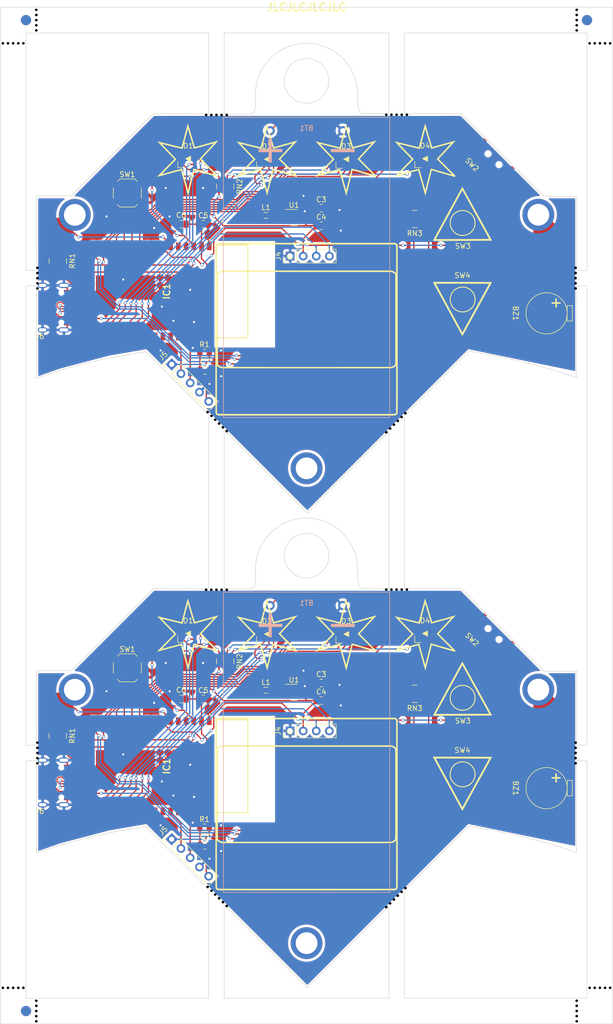
<source format=kicad_pcb>
(kicad_pcb (version 20221018) (generator pcbnew)
  (layers (0 "F.Cu" signal) (31 "B.Cu" signal) (34 "B.Paste" user) (35 "F.Paste" user) (36 "B.SilkS" user "B.Silkscreen") (37 "F.SilkS" user "F.Silkscreen") (38 "B.Mask" user) (39 "F.Mask" user) (44 "Edge.Cuts" user))
  (net 0 "")
  (net 1 "Board_0-+5V")
  (net 2 "Board_0-/D+")
  (net 3 "Board_0-/D-")
  (net 4 "Board_0-/SK6812")
  (net 5 "Board_0-A_Btn")
  (net 6 "Board_0-B")
  (net 7 "Board_0-B1")
  (net 8 "Board_0-B2")
  (net 9 "Board_0-B3")
  (net 10 "Board_0-B4")
  (net 11 "Board_0-BL")
  (net 12 "Board_0-Boot")
  (net 13 "Board_0-Buzzer")
  (net 14 "Board_0-G1")
  (net 15 "Board_0-G2")
  (net 16 "Board_0-G3")
  (net 17 "Board_0-G4")
  (net 18 "Board_0-Net-(D1-A)")
  (net 19 "Board_0-Net-(D2-A)")
  (net 20 "Board_0-Net-(D3-A)")
  (net 21 "Board_0-Net-(D4-A)")
  (net 22 "Board_0-Net-(IC1-IO3)")
  (net 23 "Board_0-Net-(IC1-IO4)")
  (net 24 "Board_0-Net-(J6-CC1)")
  (net 25 "Board_0-Net-(J6-CC2)")
  (net 26 "Board_0-Net-(RN3-R3.1)")
  (net 27 "Board_0-Net-(RN3-R4.1)")
  (net 28 "Board_0-Net-(U1-LX)")
  (net 29 "Board_0-PwrTest")
  (net 30 "Board_0-R1")
  (net 31 "Board_0-R2")
  (net 32 "Board_0-R3")
  (net 33 "Board_0-R4")
  (net 34 "Board_0-RX")
  (net 35 "Board_0-Reset")
  (net 36 "Board_0-SCK")
  (net 37 "Board_0-SDA")
  (net 38 "Board_0-TX")
  (net 39 "Board_0-VCC")
  (net 40 "Board_0-VDD")
  (net 41 "Board_0-VSS")
  (net 42 "Board_0-unconnected-(IC1-IO17-Pad20)")
  (net 43 "Board_0-unconnected-(IC1-IO18-Pad21)")
  (net 44 "Board_0-unconnected-(IC1-IO19-Pad22)")
  (net 45 "Board_0-unconnected-(IC1-IO39-Pad33)")
  (net 46 "Board_0-unconnected-(IC1-IO40-Pad34)")
  (net 47 "Board_0-unconnected-(IC1-IO41-Pad35)")
  (net 48 "Board_0-unconnected-(IC1-IO42-Pad36)")
  (net 49 "Board_0-unconnected-(IC1-IO45-Pad39)")
  (net 50 "Board_0-unconnected-(IC1-IO46-Pad40)")
  (net 51 "Board_0-unconnected-(IC1-IO5-Pad8)")
  (net 52 "Board_0-unconnected-(IC1-IO6-Pad9)")
  (net 53 "Board_0-unconnected-(J1-Pin_1-Pad1)")
  (net 54 "Board_0-unconnected-(J2-Pin_1-Pad1)")
  (net 55 "Board_0-unconnected-(J3-Pin_1-Pad1)")
  (net 56 "Board_0-unconnected-(J6-SBU1-PadA8)")
  (net 57 "Board_0-unconnected-(J6-SBU2-PadB8)")
  (net 58 "Board_0-unconnected-(RN1-R1.1-Pad1)")
  (net 59 "Board_0-unconnected-(RN1-R1.2-Pad8)")
  (net 60 "Board_0-unconnected-(RN1-R2.1-Pad2)")
  (net 61 "Board_0-unconnected-(RN1-R2.2-Pad7)")
  (net 62 "Board_0-unconnected-(RN3-R1.1-Pad1)")
  (net 63 "Board_0-unconnected-(RN3-R2.1-Pad2)")
  (net 64 "Board_0-unconnected-(SW2-C-Pad3)")
  (net 65 "Board_1-+5V")
  (net 66 "Board_1-/D+")
  (net 67 "Board_1-/D-")
  (net 68 "Board_1-/SK6812")
  (net 69 "Board_1-A_Btn")
  (net 70 "Board_1-B")
  (net 71 "Board_1-B1")
  (net 72 "Board_1-B2")
  (net 73 "Board_1-B3")
  (net 74 "Board_1-B4")
  (net 75 "Board_1-BL")
  (net 76 "Board_1-Boot")
  (net 77 "Board_1-Buzzer")
  (net 78 "Board_1-G1")
  (net 79 "Board_1-G2")
  (net 80 "Board_1-G3")
  (net 81 "Board_1-G4")
  (net 82 "Board_1-Net-(D1-A)")
  (net 83 "Board_1-Net-(D2-A)")
  (net 84 "Board_1-Net-(D3-A)")
  (net 85 "Board_1-Net-(D4-A)")
  (net 86 "Board_1-Net-(IC1-IO3)")
  (net 87 "Board_1-Net-(IC1-IO4)")
  (net 88 "Board_1-Net-(J6-CC1)")
  (net 89 "Board_1-Net-(J6-CC2)")
  (net 90 "Board_1-Net-(RN3-R3.1)")
  (net 91 "Board_1-Net-(RN3-R4.1)")
  (net 92 "Board_1-Net-(U1-LX)")
  (net 93 "Board_1-PwrTest")
  (net 94 "Board_1-R1")
  (net 95 "Board_1-R2")
  (net 96 "Board_1-R3")
  (net 97 "Board_1-R4")
  (net 98 "Board_1-RX")
  (net 99 "Board_1-Reset")
  (net 100 "Board_1-SCK")
  (net 101 "Board_1-SDA")
  (net 102 "Board_1-TX")
  (net 103 "Board_1-VCC")
  (net 104 "Board_1-VDD")
  (net 105 "Board_1-VSS")
  (net 106 "Board_1-unconnected-(IC1-IO17-Pad20)")
  (net 107 "Board_1-unconnected-(IC1-IO18-Pad21)")
  (net 108 "Board_1-unconnected-(IC1-IO19-Pad22)")
  (net 109 "Board_1-unconnected-(IC1-IO39-Pad33)")
  (net 110 "Board_1-unconnected-(IC1-IO40-Pad34)")
  (net 111 "Board_1-unconnected-(IC1-IO41-Pad35)")
  (net 112 "Board_1-unconnected-(IC1-IO42-Pad36)")
  (net 113 "Board_1-unconnected-(IC1-IO45-Pad39)")
  (net 114 "Board_1-unconnected-(IC1-IO46-Pad40)")
  (net 115 "Board_1-unconnected-(IC1-IO5-Pad8)")
  (net 116 "Board_1-unconnected-(IC1-IO6-Pad9)")
  (net 117 "Board_1-unconnected-(J1-Pin_1-Pad1)")
  (net 118 "Board_1-unconnected-(J2-Pin_1-Pad1)")
  (net 119 "Board_1-unconnected-(J3-Pin_1-Pad1)")
  (net 120 "Board_1-unconnected-(J6-SBU1-PadA8)")
  (net 121 "Board_1-unconnected-(J6-SBU2-PadB8)")
  (net 122 "Board_1-unconnected-(RN1-R1.1-Pad1)")
  (net 123 "Board_1-unconnected-(RN1-R1.2-Pad8)")
  (net 124 "Board_1-unconnected-(RN1-R2.1-Pad2)")
  (net 125 "Board_1-unconnected-(RN1-R2.2-Pad7)")
  (net 126 "Board_1-unconnected-(RN3-R1.1-Pad1)")
  (net 127 "Board_1-unconnected-(RN3-R2.1-Pad2)")
  (net 128 "Board_1-unconnected-(SW2-C-Pad3)")
  (footprint "NPTH" (layer "F.Cu") (at 93.53601 210.2779)
    (fp_text reference "REF**" hide)
    (fp_text value "NPTH" hide)
  )
  (footprint "Inductor_SMD:L_0805_2012Metric" (layer "F.Cu") (at 140.61399 152.533)
    (fp_text reference "L1")
    (fp_text value "10uH")
  )
  (footprint "NPTH" (layer "F.Cu") (at 163.987854 132.997414)
    (fp_text reference "REF**" hide)
    (fp_text value "NPTH" hide)
  )
  (footprint "NPTH" (layer "F.Cu") (at 165.987854 40.85989)
    (fp_text reference "REF**" hide)
    (fp_text value "NPTH" hide)
  )
  (footprint "NPTH" (layer "F.Cu") (at 92.53601 27)
    (fp_text reference "REF**" hide)
    (fp_text value "NPTH" hide)
  )
  (footprint "Bsides22:CapSense" (layer "F.Cu") (at 100.71399 159.433)
    (fp_text reference "J7" hide)
    (fp_text value "Cap Sense")
  )
  (footprint "Package_TO_SOT_SMD:SOT-23" (layer "F.Cu") (at 146.07649 60.79405)
    (fp_text reference "U1")
    (fp_text value "~")
  )
  (footprint "NPTH" (layer "F.Cu") (at 133.011684 133.038885)
    (fp_text reference "REF**" hide)
    (fp_text value "NPTH" hide)
  )
  (footprint "NPTH" (layer "F.Cu") (at 200.96399 24.5)
    (fp_text reference "REF**" hide)
    (fp_text value "NPTH" hide)
  )
  (footprint "RedVillage:BZCN-TSC005A_Button" (layer "F.Cu") (at 178.81399 168.833)
    (fp_text reference "SW4")
    (fp_text value "B")
  )
  (footprint "NPTH" (layer "F.Cu") (at 133.011684 40.899936)
    (fp_text reference "REF**" hide)
    (fp_text value "NPTH" hide)
  )
  (footprint "NPTH" (layer "F.Cu") (at 96.03601 213.7779)
    (fp_text reference "REF**" hide)
    (fp_text value "NPTH" hide)
  )
  (footprint "NPTH" (layer "F.Cu") (at 200.96399 215.7779)
    (fp_text reference "REF**" hide)
    (fp_text value "NPTH" hide)
  )
  (footprint "NPTH" (layer "F.Cu") (at 92.53601 210.2779)
    (fp_text reference "REF**" hide)
    (fp_text value "NPTH" hide)
  )
  (footprint "Capacitor_SMD:C_0805_2012Metric" (layer "F.Cu") (at 128.46399 62.09405)
    (fp_text reference "C5")
    (fp_text value "22uF")
  )
  (footprint "NPTH" (layer "F.Cu") (at 166.217285 192.404149)
    (fp_text reference "REF**" hide)
    (fp_text value "NPTH" hide)
  )
  (footprint "Capacitor_SMD:C_0805_2012Metric" (layer "F.Cu") (at 128.46399 154.233)
    (fp_text reference "C5")
    (fp_text value "22uF")
  )
  (footprint "Inductor_SMD:L_0805_2012Metric" (layer "F.Cu") (at 140.61399 60.39405)
    (fp_text reference "L1")
    (fp_text value "10uH")
  )
  (footprint "NPTH" (layer "F.Cu") (at 200.96399 214.7779)
    (fp_text reference "REF**" hide)
    (fp_text value "NPTH" hide)
  )
  (footprint "RedVillage:Threaded_Standoffs" (layer "F.Cu") (at 193.713989 155.508)
    (fp_text reference "J1")
    (fp_text value "Conn_01x01")
  )
  (footprint "NPTH" (layer "F.Cu") (at 200.96399 22.5)
    (fp_text reference "REF**" hide)
    (fp_text value "NPTH" hide)
  )
  (footprint "NPTH" (layer "F.Cu") (at 167.987854 133.000265)
    (fp_text reference "REF**" hide)
    (fp_text value "NPTH" hide)
  )
  (footprint "NPTH" (layer "F.Cu") (at 200.96399 21.5)
    (fp_text reference "REF**" hide)
    (fp_text value "NPTH" hide)
  )
  (footprint "NPTH" (layer "F.Cu") (at 204.46399 210.2779)
    (fp_text reference "REF**" hide)
    (fp_text value "NPTH" hide)
  )
  (footprint "NPTH" (layer "F.Cu") (at 133.007149 194.401052)
    (fp_text reference "REF**" hide)
    (fp_text value "NPTH" hide)
  )
  (footprint "RedVillage:XL-3227RGB_LED" (layer "F.Cu") (at 140.81399 49.49405)
    (fp_text reference "D2")
    (fp_text value "LED_RGBA")
  )
  (footprint "Button_Switch_SMD:SW_SPST_SKQG_WithoutStem" (layer "F.Cu") (at 113.71399 56.04405)
    (fp_text reference "SW1")
    (fp_text value "Boot")
  )
  (footprint "NPTH" (layer "F.Cu") (at 129.011685 133.032505)
    (fp_text reference "REF**" hide)
    (fp_text value "NPTH" hide)
  )
  (footprint "NPTH" (layer "F.Cu") (at 96.03601 23.5)
    (fp_text reference "REF**" hide)
    (fp_text value "NPTH" hide)
  )
  (footprint "Connector_PinHeader_2.54mm:PinHeader_1x05_P2.54mm_Vertical" (layer "F.Cu") (at 122.325423 181.444433 45)
    (fp_text reference "J5")
    (fp_text value "Conn_01x05")
  )
  (footprint "RedVillage:Threaded_Standoffs" (layer "F.Cu") (at 103.71399 155.533)
    (fp_text reference "J2")
    (fp_text value "Conn_01x01")
  )
  (footprint "Fiducial" (layer "F.Cu") (at 202.96399 22.5)
    (fp_text reference "REF**" hide)
    (fp_text value "Fiducial" hide)
  )
  (footprint "NPTH" (layer "F.Cu") (at 130.041009 191.439679)
    (fp_text reference "REF**" hide)
    (fp_text value "NPTH" hide)
  )
  (footprint "KiCad:ESP32S2WROOMIM22S2H3200US3Q0" (layer "F.Cu") (at 121.56399 166.093 -90)
    (fp_text reference "IC1")
    (fp_text value "ESP32-S2-WROOM-I_M22S2H3200US3Q0_" hide)
  )
  (footprint "NPTH" (layer "F.Cu") (at 164.734443 101.74805)
    (fp_text reference "REF**" hide)
    (fp_text value "NPTH" hide)
  )
  (footprint "NPTH" (layer "F.Cu") (at 131.524079 100.781415)
    (fp_text reference "REF**" hide)
    (fp_text value "NPTH" hide)
  )
  (footprint "Resistor_SMD:R_Array_Convex_4x0603" (layer "F.Cu") (at 132.71399 146.933 -90)
    (fp_text reference "RN2")
    (fp_text value "R_Pack04")
  )
  (footprint "NPTH" (layer "F.Cu") (at 167.700127 190.921297)
    (fp_text reference "REF**" hide)
    (fp_text value "NPTH" hide)
  )
  (footprint "NPTH" (layer "F.Cu") (at 164.987854 132.998127)
    (fp_text reference "REF**" hide)
    (fp_text value "NPTH" hide)
  )
  (footprint "Connector_PinHeader_2.54mm:PinHeader_1x04_P2.54mm_Vertical" (layer "F.Cu") (at 145.31399 160.433 90)
    (fp_text reference "J4")
    (fp_text value "Display")
  )
  (footprint "NPTH" (layer "F.Cu") (at 132.011685 40.898341)
    (fp_text reference "REF**" hide)
    (fp_text value "NPTH" hide)
  )
  (footprint "NPTH" (layer "F.Cu") (at 130.782544 100.041072)
    (fp_text reference "REF**" hide)
    (fp_text value "NPTH" hide)
  )
  (footprint "NPTH" (layer "F.Cu") (at 203.46399 210.2779)
    (fp_text reference "REF**" hide)
    (fp_text value "NPTH" hide)
  )
  (footprint "Bsides22:CapSense" (layer "F.Cu") (at 195.01399 67.81905)
    (fp_text reference "J8" hide)
    (fp_text value "Cap Sense")
  )
  (footprint "NPTH" (layer "F.Cu") (at 166.217285 100.265199)
    (fp_text reference "REF**" hide)
    (fp_text value "NPTH" hide)
  )
  (footprint "NPTH" (layer "F.Cu") (at 200.742864 163.708141)
    (fp_text reference "REF**" hide)
    (fp_text value "NPTH" hide)
  )
  (footprint "NPTH" (layer "F.Cu") (at 93.53601 27)
    (fp_text reference "REF**" hide)
    (fp_text value "NPTH" hide)
  )
  (footprint "Resistor_SMD:R_Array_Convex_4x0603" (layer "F.Cu") (at 132.71399 54.79405 -90)
    (fp_text reference "RN2")
    (fp_text value "R_Pack04")
  )
  (footprint "NPTH" (layer "F.Cu") (at 206.46399 210.2779)
    (fp_text reference "REF**" hide)
    (fp_text value "NPTH" hide)
  )
  (footprint "NPTH" (layer "F.Cu") (at 166.958706 191.662723)
    (fp_text reference "REF**" hide)
    (fp_text value "NPTH" hide)
  )
  (footprint "NPTH" (layer "F.Cu") (at 207.46399 27)
    (fp_text reference "REF**" hide)
    (fp_text value "NPTH" hide)
  )
  (footprint "Resistor_SMD:R_Array_Convex_4x0603" (layer "F.Cu") (at 100.21399 161.383 -90)
    (fp_text reference "RN1")
    (fp_text value "5.1k")
  )
  (footprint "Bsides22:CapSense" (layer "F.Cu") (at 100.71399 67.29405)
    (fp_text reference "J7" hide)
    (fp_text value "Cap Sense")
  )
  (footprint "Connector_PinHeader_2.54mm:PinHeader_1x04_P2.54mm_Vertical" (layer "F.Cu") (at 145.31399 68.29405 90)
    (fp_text reference "J4")
    (fp_text value "Display")
  )
  (footprint "RedVillage:XL-3227RGB_LED" (layer "F.Cu") (at 125.51399 49.39405)
    (fp_text reference "D1")
    (fp_text value "LED_RGBA")
  )
  (footprint "Resistor_SMD:R_Array_Convex_4x0603" (layer "F.Cu") (at 169.51399 153.233 180)
    (fp_text reference "RN3")
    (fp_text value "R_Pack04")
  )
  (footprint "LOGO" (layer "F.Cu") (at 148.90599 170.1509)
    (fp_text reference "G***" hide)
    (fp_text value "LOGO" hide)
  )
  (footprint "NPTH" (layer "F.Cu") (at 96.261685 74.569188)
    (fp_text reference "REF**" hide)
    (fp_text value "NPTH" hide)
  )
  (footprint "Resistor_SMD:R_Array_Convex_4x0603" (layer "F.Cu") (at 169.51399 61.09405 180)
    (fp_text reference "RN3")
    (fp_text value "R_Pack04")
  )
  (footprint "NPTH" (layer "F.Cu") (at 200.744284 162.708141)
    (fp_text reference "REF**" hide)
    (fp_text value "NPTH" hide)
  )
  (footprint "RedVillage:XL-3227RGB_LED" (layer "F.Cu") (at 171.51399 49.39405)
    (fp_text reference "D4")
    (fp_text value "LED_RGBA")
  )
  (footprint "NPTH" (layer "F.Cu") (at 206.46399 27)
    (fp_text reference "REF**" hide)
    (fp_text value "NPTH" hide)
  )
  (footprint "RedVillage:XL-3227RGB_LED" (layer "F.Cu") (at 156.21399 141.633)
    (fp_text reference "D3")
    (fp_text value "LED_RGBA")
  )
  (footprint "Capacitor_SMD:C_0805_2012Metric" (layer "F.Cu") (at 128.76399 90.49405)
    (fp_text reference "C7")
    (fp_text value "100nF")
  )
  (footprint "NPTH" (layer "F.Cu") (at 200.96399 212.7779)
    (fp_text reference "REF**" hide)
    (fp_text value "NPTH" hide)
  )
  (footprint "NPTH" (layer "F.Cu") (at 165.475864 193.145574)
    (fp_text reference "REF**" hide)
    (fp_text value "NPTH" hide)
  )
  (footprint "NPTH" (layer "F.Cu") (at 200.740022 165.70814)
    (fp_text reference "REF**" hide)
    (fp_text value "NPTH" hide)
  )
  (footprint "NPTH" (layer "F.Cu") (at 96.03601 215.7779)
    (fp_text reference "REF**" hide)
    (fp_text value "NPTH" hide)
  )
  (footprint "NPTH" (layer "F.Cu") (at 132.011685 133.03729)
    (fp_text reference "REF**" hide)
    (fp_text value "NPTH" hide)
  )
  (footprint "LOGO" (layer "F.Cu") (at 148.90599 78.01195)
    (fp_text reference "G***" hide)
    (fp_text value "LOGO" hide)
  )
  (footprint "NPTH" (layer "F.Cu") (at 167.700127 98.782347)
    (fp_text reference "REF**" hide)
    (fp_text value "NPTH" hide)
  )
  (footprint "NPTH" (layer "F.Cu") (at 164.734443 193.887)
    (fp_text reference "REF**" hide)
    (fp_text value "NPTH" hide)
  )
  (footprint "NPTH" (layer "F.Cu") (at 204.46399 27)
    (fp_text reference "REF**" hide)
    (fp_text value "NPTH" hide)
  )
  (footprint "RedVillage:XL-3227RGB_LED" (layer "F.Cu") (at 140.81399 141.633)
    (fp_text reference "D2")
    (fp_text value "LED_RGBA")
  )
  (footprint "NPTH" (layer "F.Cu") (at 96.03601 214.7779)
    (fp_text reference "REF**" hide)
    (fp_text value "NPTH" hide)
  )
  (footprint "NPTH" (layer "F.Cu") (at 200.96399 20.5)
    (fp_text reference "REF**" hide)
    (fp_text value "NPTH" hide)
  )
  (footprint "NPTH" (layer "F.Cu") (at 89.53601 210.2779)
    (fp_text reference "REF**" hide)
    (fp_text value "NPTH" hide)
  )
  (footprint "Resistor_SMD:R_0805_2012Metric" (layer "F.Cu") (at 128.70149 179.233)
    (fp_text reference "R1")
    (fp_text value "1k")
  )
  (footprint "LOGO" (layer "F.Cu") (at 148.90599 78.01195)
    (fp_text reference "G***" hide)
    (fp_text value "LOGO" hide)
  )
  (footprint "NPTH" (layer "F.Cu") (at 200.744284 70.569192)
    (fp_text reference "REF**" hide)
    (fp_text value "NPTH" hide)
  )
  (footprint "NPTH" (layer "F.Cu") (at 166.987854 40.860603)
    (fp_text reference "REF**" hide)
    (fp_text value "NPTH" hide)
  )
  (footprint "NPTH" (layer "F.Cu") (at 164.987854 40.859178)
    (fp_text reference "REF**" hide)
    (fp_text value "NPTH" hide)
  )
  (footprint "LOGO" (layer "F.Cu") (at 148.90599 78.01195)
    (fp_text reference "G***" hide)
    (fp_text value "LOGO" hide)
  )
  (footprint "RedVillage:BZCN-TSC005A_Button" (layer "F.Cu") (at 178.91399 61.94405)
    (fp_text reference "SW3")
    (fp_text value "A")
  )
  (footprint "NPTH" (layer "F.Cu") (at 89.53601 27)
    (fp_text reference "REF**" hide)
    (fp_text value "NPTH" hide)
  )
  (footprint "Fiducial" (layer "F.Cu") (at 94.03601 22.5)
    (fp_text reference "REF**" hide)
    (fp_text value "Fiducial" hide)
  )
  (footprint "LOGO" (layer "F.Cu") (at 148.90599 78.01195)
    (fp_text reference "G***" hide)
    (fp_text value "LOGO" hide)
  )
  (footprint "LOGO" (layer "F.Cu") (at 148.90599 170.1509)
    (fp_text reference "G***" hide)
    (fp_text value "LOGO" hide)
  )
  (footprint "KiCad:ESP32S2WROOMIM22S2H3200US3Q0" (layer "F.Cu") (at 121.56399 73.95405 -90)
    (fp_text reference "IC1")
    (fp_text value "ESP32-S2-WROOM-I_M22S2H3200US3Q0_" hide)
  )
  (footprint "NPTH" (layer "F.Cu") (at 200.96399 213.7779)
    (fp_text reference "REF**" hide)
    (fp_text value "NPTH" hide)
  )
  (footprint "NPTH" (layer "F.Cu") (at 90.53601 27)
    (fp_text reference "REF**" hide)
    (fp_text value "NPTH" hide)
  )
  (footprint "Capacitor_SMD:C_0805_2012Metric" (layer "F.Cu") (at 128.76399 182.633)
    (fp_text reference "C7")
    (fp_text value "100nF")
  )
  (footprint "Capacitor_SMD:C_0805_2012Metric" (layer "F.Cu") (at 124.16399 62.09405 180)
    (fp_text reference "C6")
    (fp_text value "100nF")
  )
  (footprint "RedVillage:BZCN-TSC005A_Button" (layer "F.Cu") (at 178.81399 76.69405)
    (fp_text reference "SW4")
    (fp_text value "B")
  )
  (footprint "Fiducial" (layer "F.Cu") (at 94.03601 214.7779)
    (fp_text reference "REF**" hide)
    (fp_text value "Fiducial" hide)
  )
  (footprint "Bsides22:FUET-9032-Buzzer" (layer "F.Cu") (at 195.11399 75.39405 -90)
    (fp_text reference "BZ1")
    (fp_text value "Buzzer")
  )
  (footprint "NPTH" (layer "F.Cu") (at 203.46399 27)
    (fp_text reference "REF**" hide)
    (fp_text value "NPTH" hide)
  )
  (footprint "LOGO" (layer "F.Cu") (at 148.90599 170.1509)
    (fp_text reference "G***" hide)
    (fp_text value "LOGO" hide)
  )
  (footprint "NPTH" (layer "F.Cu") (at 133.007149 102.262102)
    (fp_text reference "REF**" hide)
    (fp_text value "NPTH" hide)
  )
  (footprint "NPTH" (layer "F.Cu") (at 163.993022 102.489475)
    (fp_text reference "REF**" hide)
    (fp_text value "NPTH" hide)
  )
  (footprint "Bsides22:CapSense" (layer "F.Cu") (at 195.01399 159.958)
    (fp_text reference "J8" hide)
    (fp_text value "Cap Sense")
  )
  (footprint "NPTH" (layer "F.Cu") (at 96.260257 165.708139)
    (fp_text reference "REF**" hide)
    (fp_text value "NPTH" hide)
  )
  (footprint "NPTH" (layer "F.Cu") (at 200.742864 71.569192)
    (fp_text reference "REF**" hide)
    (fp_text value "NPTH" hide)
  )
  (footprint "Package_TO_SOT_SMD:SOT-23" (layer "F.Cu") (at 146.07649 152.933)
    (fp_text reference "U1")
    (fp_text value "~")
  )
  (footprint "NPTH" (layer "F.Cu") (at 129.011685 40.893556)
    (fp_text reference "REF**" hide)
    (fp_text value "NPTH" hide)
  )
  (footprint "LOGO" (layer "F.Cu") (at 148.90599 78.01195)
    (fp_text reference "G***" hide)
    (fp_text value "LOGO" hide)
  )
  (footprint "NPTH" (layer "F.Cu") (at 96.255971 70.56919)
    (fp_text reference "REF**" hide)
    (fp_text value "NPTH" hide)
  )
  (footprint "NPTH" (layer "F.Cu") (at 129.299474 190.699336)
    (fp_text reference "REF**" hide)
    (fp_text value "NPTH" hide)
  )
  (footprint "LOGO" (layer "F.Cu") (at 148.90599 170.1509)
    (fp_text reference "G***" hide)
    (fp_text value "LOGO" hide)
  )
  (footprint "BreadBoardPwr:SK-3296S_switch" (layer "F.Cu") (at 184.81399 141.633 -45)
    (fp_text reference "SW2")
    (fp_text value "SW_SPDT")
  )
  (footprint "NPTH" (layer "F.Cu") (at 96.255971 162.708139)
    (fp_text reference "REF**" hide)
    (fp_text value "NPTH" hide)
  )
  (footprint "NPTH" (layer "F.Cu") (at 205.46399 210.2779)
    (fp_text reference "REF**" hide)
    (fp_text value "NPTH" hide)
  )
  (footprint "NPTH" (layer "F.Cu") (at 96.03601 22.5)
    (fp_text reference "REF**" hide)
    (fp_text value "NPTH" hide)
  )
  (footprint "NPTH" (layer "F.Cu") (at 200.738602 166.70814)
    (fp_text reference "REF**" hide)
    (fp_text value "NPTH" hide)
  )
  (footprint "RedVillage:XL-3227RGB_LED" (layer "F.Cu") (at 125.51399 141.533)
    (fp_text reference "D1")
    (fp_text value "LED_RGBA")
  )
  (footprint "Bsides22:FUET-9032-Buzzer" (layer "F.Cu") (at 195.11399 167.533 -90)
    (fp_text reference "BZ1")
    (fp_text value "Buzzer")
  )
  (footprint "Resistor_SMD:R_0805_2012Metric" (layer "F.Cu") (at 128.70149 87.09405)
    (fp_text reference "R1")
    (fp_text value "1k")
  )
  (footprint "RedVillage:XL-3227RGB_LED" (layer "F.Cu") (at 171.51399 141.533)
    (fp_text reference "D4")
    (fp_text value "LED_RGBA")
  )
  (footprint "NPTH" (layer "F.Cu") (at 96.03601 24.5)
    (fp_text reference "REF**" hide)
    (fp_text value "NPTH" hide)
  )
  (footprint "RedVillage:BZCN-TSC005A_Button" (layer "F.Cu") (at 178.91399 154.083)
    (fp_text reference "SW3")
    (fp_text value "A")
  )
  (footprint "NPTH" (layer "F.Cu") (at 200.738602 74.56919)
    (fp_text reference "REF**" hide)
    (fp_text value "NPTH" hide)
  )
  (footprint "BadgePirates:USB_C_Receptical-Jing" (layer "F.Cu") (at 101.40149 170.433 -90)
    (fp_text reference "J6")
    (fp_text value "USB_C_Plug_USB2.0")
  )
  (footprint "Resistor_SMD:R_Array_Convex_4x0603" (layer "F.Cu") (at 100.21399 69.24405 -90)
    (fp_text reference "RN1")
    (fp_text value "5.1k")
  )
  (footprint "RedVillage:Threaded_Standoffs" (layer "F.Cu") (at 148.713989 112.56905)
    (fp_text reference "J3")
    (fp_text value "Conn_01x01")
  )
  (footprint "Capacitor_SMD:C_0805_2012Metric" (layer "F.Cu") (at 124.16399 154.233 180)
    (fp_text reference "C6")
    (fp_text value "100nF")
  )
  (footprint "NPTH" (layer "F.Cu") (at 200.96399 216.7779)
    (fp_text reference "REF**" hide)
    (fp_text value "NPTH" hide)
  )
  (footprint "NPTH" (layer "F.Cu") (at 200.741443 72.569191)
    (fp_text reference "REF**" hide)
    (fp_text value "NPTH" hide)
  )
  (footprint "NPTH" (layer "F.Cu") (at 96.261685 166.708138)
    (fp_text reference "REF**" hide)
    (fp_text value "NPTH" hide)
  )
  (footprint "NPTH" (layer "F.Cu") (at 96.03601 21.5)
    (fp_text reference "REF**" hide)
    (fp_text value "NPTH" hide)
  )
  (footprint "NPTH" (layer "F.Cu") (at 132.265614 193.660709)
    (fp_text reference "REF**" hide)
    (fp_text value "NPTH" hide)
  )
  (footprint "NPTH" (layer "F.Cu") (at 96.257399 71.56919)
    (fp_text reference "REF**" hide)
    (fp_text value "NPTH" hide)
  )
  (footprint "NPTH" (layer "F.Cu") (at 130.782544 192.180022)
    (fp_text reference "REF**" hide)
    (fp_text value "NPTH" hide)
  )
  (footprint "NPTH" (layer "F.Cu") (at 131.011685 40.896746)
    (fp_text reference "REF**" hide)
    (fp_text value "NPTH" hide)
  )
  (footprint "NPTH" (layer "F.Cu") (at 207.46399 210.2779)
    (fp_text reference "REF**" hide)
    (fp_text value "NPTH" hide)
  )
  (footprint "NPTH" (layer "F.Cu") (at 96.260257 73.569189)
    (fp_text reference "REF**" hide)
    (fp_text value "NPTH" hide)
  )
  (footprint "RedVillage:XL-3227RGB_LED" (layer "F.Cu") (at 156.21399 49.49405)
    (fp_text reference "D3")
    (fp_text value "LED_RGBA")
  )
  (footprint "NPTH" (layer "F.Cu") (at 130.011685 133.0341)
    (fp_text reference "REF**" hide)
    (fp_text value "NPTH" hide)
  )
  (footprint "NPTH" (layer "F.Cu") (at 200.741443 164.70814)
    (fp_text reference "REF**" hide)
    (fp_text value "NPTH" hide)
  )
  (footprint "RedVillage:Threaded_Standoffs" (layer "F.Cu") (at 103.71399 63.39405)
    (fp_text reference "J2")
    (fp_text value "Conn_01x01")
  )
  (footprint "NPTH" (layer "F.Cu") (at 163.987854 40.858465)
    (fp_text reference "REF**" hide)
    (fp_text value "NPTH" hide)
  )
  (footprint "NPTH" (layer "F.Cu") (at 205.46399 27)
    (fp_text reference "REF**" hide)
    (fp_text value "NPTH" hide)
  )
  (footprint "NPTH" (layer "F.Cu") (at 163.993022 194.628425)
    (fp_text reference "REF**" hide)
    (fp_text value "NPTH" hide)
  )
  (footprint "Capacitor_SMD:C_0805_2012Metric" (layer "F.Cu") (at 151.36399 154.533)
    (fp_text reference "C4")
    (fp_text value "22uF")
  )
  (footprint "Button_Switch_SMD:SW_SPST_SKQG_WithoutStem" (layer "F.Cu") (at 113.71399 148.183)
    (fp_text reference "SW1")
    (fp_text value "Boot")
  )
  (footprint "RedVillage:Threaded_Standoffs" (layer "F.Cu") (at 148.713989 204.708)
    (fp_text reference "J3")
    (fp_text value "Conn_01x01")
  )
  (footprint "NPTH" (layer "F.Cu") (at 166.987854 132.999552)
    (fp_text reference "REF**" hide)
    (fp_text value "NPTH" hide)
  )
  (footprint "NPTH" (layer "F.Cu") (at 165.475864 101.006624)
    (fp_text reference "REF**" hide)
    (fp_text value "NPTH" hide)
  )
  (footprint "Capacitor_SMD:C_0805_2012Metric" (layer "F.Cu") (at 151.36399 151.133)
    (fp_text reference "C3")
    (fp_text value "10uF")
  )
  (footprint "NPTH" (layer "F.Cu") (at 96.258828 72.56919)
    (fp_text reference "REF**" hide)
    (fp_text value "NPTH" hide)
  )
  (footprint "NPTH" (layer "F.Cu") (at 200.740022 73.56919)
    (fp_text reference "REF**" hide)
    (fp_text value "NPTH" hide)
  )
  (footprint "NPTH" (layer "F.Cu") (at 91.53601 27)
    (fp_text reference "REF**" hide)
    (fp_text value "NPTH" hide)
  )
  (footprint "NPTH" (layer "F.Cu") (at 132.265614 101.521759)
    (fp_text reference "REF**" hide)
    (fp_text value "NPTH" hide)
  )
  (footprint "NPTH" (layer "F.Cu") (at 96.03601 216.7779)
    (fp_text reference "REF**" hide)
    (fp_text value "NPTH" hide)
  )
  (footprint "NPTH" (layer "F.Cu") (at 130.011685 40.895151)
    (fp_text reference "REF**" hide)
    (fp_text value "NPTH" hide)
  )
  (footprint "NPTH" (layer "F.Cu") (at 129.299474 98.560386)
    (fp_text reference "REF**" hide)
    (fp_text value "NPTH" hide)
  )
  (footprint "NPTH" (layer "F.Cu") (at 130.041009 99.300729)
    (fp_text reference "REF**" hide)
    (fp_text value "NPTH" hide)
  )
  (footprint "NPTH" (layer "F.Cu") (at 96.03601 20.5)
    (fp_text reference "REF**" hide)
    (fp_text value "NPTH" hide)
  )
  (footprint "NPTH" (layer "F.Cu") (at 131.011685 133.035695)
    (fp_text reference "REF**" hide)
    (fp_text value "NPTH" hide)
  )
  (footprint "NPTH" (layer "F.Cu") (at 96.03601 212.7779)
    (fp_text reference "REF**" hide)
    (fp_text value "NPTH" hide)
  )
  (footprint "NPTH" (layer "F.Cu") (at 167.987854 40.861316)
    (fp_text reference "REF**" hide)
    (fp_text value "NPTH" hide)
  )
  (footprint "LOGO" (layer "F.Cu") (at 148.90599 170.1509)
    (fp_text reference "G***" hide)
    (fp_text value "LOGO" hide)
  )
  (footprint "BreadBoardPwr:SK-3296S_switch" (layer "F.Cu") (at 184.81399 49.49405 -45)
    (fp_text reference "SW2")
    (fp_text value "SW_SPDT")
  )
  (footprint "NPTH" (layer "F.Cu") (at 90.53601 210.2779)
    (fp_text reference "REF**" hide)
    (fp_text value "NPTH" hide)
  )
  (footprint "NPTH" (layer "F.Cu") (at 200.96399 23.5)
    (fp_text reference "REF**" hide)
    (fp_text value "NPTH" hide)
  )
  (footprint "BadgePirates:USB_C_Receptical-Jing" (layer "F.Cu") (at 101.40149 78.29405 -90)
    (fp_text reference "J6")
    (fp_text value "USB_C_Plug_USB2.0")
  )
  (footprint "NPTH" (layer "F.Cu") (at 166.958706 99.523773)
    (fp_text reference "REF**" hide)
    (fp_text value "NPTH" hide)
  )
  (footprint "NPTH" (layer "F.Cu") (at 96.257399 163.708139)
    (fp_text reference "REF**" hide)
    (fp_text value "NPTH" hide)
  )
  (footprint "NPTH" (layer "F.Cu") (at 165.987854 132.998839)
    (fp_text reference "REF**" hide)
    (fp_text value "NPTH" hide)
  )
  (footprint "Capacitor_SMD:C_0805_2012Metric" (layer "F.Cu") (at 151.36399 62.39405)
    (fp_text reference "C4")
    (fp_text value "22uF")
  )
  (footprint "RedVillage:Threaded_Standoffs" (layer "F.Cu") (at 193.713989 63.36905)
    (fp_text reference "J1")
    (fp_text value "Conn_01x01")
  )
  (footprint "NPTH" (layer "F.Cu") (at 91.53601 210.2779)
    (fp_text reference "REF**" hide)
    (fp_text value "NPTH" hide)
  )
  (footprint "NPTH" (layer "F.Cu") (at 131.524079 192.920365)
    (fp_text reference "REF**" hide)
    (fp_text value "NPTH" hide)
  )
  (footprint "Connector_PinHeader_2.54mm:PinHeader_1x05_P2.54mm_Vertical" (layer "F.Cu") (at 122.325423 89.305483 45)
    (fp_text reference "J5")
    (fp_text value "Conn_01x05")
  )
  (footprint "NPTH" (layer "F.Cu") (at 96.258828 164.708139)
    (fp_text reference "REF**" hide)
    (fp_text value "NPTH" hide)
  )
  (footprint "Capacitor_SMD:C_0805_2012Metric" (layer "F.Cu") (at 151.36399 58.99405)
    (fp_text reference "C3")
    (fp_text value "10uF")
  )
  (footprint "Fiducial" (layer "B.Cu") (at 94.03601 214.7779)
    (fp_text reference "REF**" hide)
    (fp_text value "Fiducial" hide)
  )
  (footprint "RedVillage:AA_TH" (layer "B.Cu") (at 148.48899 136.108 180)
    (fp_text reference "BT1")
    (fp_text value "Battery")
  )
  (footprint "Fiducial" (layer "B.Cu") (at 94.03601 22.5)
    (fp_text reference "REF**" hide)
    (fp_text value "Fiducial" hide)
  )
  (footprint "Fiducial" (layer "B.Cu") (at 202.96399 22.5)
    (fp_text reference "REF**" hide)
    (fp_text value "Fiducial" hide)
  )
  (footprint "RedVillage:AA_TH" (layer "B.Cu") (at 148.48899 43.96905 180)
    (fp_text reference "BT1")
    (fp_text value "Battery")
  )
  (gr_line (start 97.35077 183.6917) (end 98.62317 183.2657) (stroke (width 0.1)) (layer "Edge.Cuts"))
  (gr_line (start 202.96399 166.208425) (end 202.96399 212.2779) (stroke (width 0.1)) (layer "Edge.Cuts"))
  (gr_line (start 146.09489 130.0367) (end 145.75259 129.7833) (stroke (width 0.1)) (layer "Edge.Cuts"))
  (gr_line (start 113.14919 87.49925) (end 114.51669 87.26335) (stroke (width 0.1)) (layer "Edge.Cuts"))
  (gr_line (start 194.59299 56.69885) (end 178.56269 40.66885) (stroke (width 0.1)) (layer "Edge.Cuts"))
  (gr_line (start 138.60429 129.5656) (end 138.62759 130.1107) (stroke (width 0.1)) (layer "Edge.Cuts"))
  (gr_line (start 155.50619 29.90195) (end 155.16209 29.57395) (stroke (width 0.1)) (layer "Edge.Cuts"))
  (gr_line (start 138.59219 36.90795) (end 138.60429 37.42665) (stroke (width 0.1)) (layer "Edge.Cuts"))
  (gr_line (start 158.41079 130.1226) (end 158.40819 129.0469) (stroke (width 0.1)) (layer "Edge.Cuts"))
  (gr_line (start 167.487996 191.416273) (end 180.02909 178.8751) (stroke (width 0.1)) (layer "Edge.Cuts"))
  (gr_line (start 207.96399 20) (end 89.03601 20) (stroke (width 0.1)) (layer "Edge.Cuts"))
  (gr_line (start 164.487996 118.63895) (end 164.487996 132.797771) (stroke (width 0.1)) (layer "Edge.Cuts"))
  (gr_line (start 150.15919 30.28565) (end 150.54159 30.46635) (stroke (width 0.1)) (layer "Edge.Cuts"))
  (gr_line (start 200.96399 56.69885) (end 194.59299 56.69885) (stroke (width 0.1)) (layer "Edge.Cuts"))
  (gr_line (start 148.62649 118.13895) (end 164.487996 102.277342) (stroke (width 0.1)) (layer "Edge.Cuts"))
  (gr_line (start 196.74799 182.6601) (end 198.11999 183.0905) (stroke (width 0.1)) (layer "Edge.Cuts"))
  (gr_line (start 152.83539 126.4298) (end 152.81419 126.8583) (stroke (width 0.1)) (layer "Edge.Cuts"))
  (gr_line (start 151.85359 37.03835) (end 151.56559 37.35635) (stroke (width 0.1)) (layer "Edge.Cuts"))
  (gr_line (start 140.28429 123.5073) (end 140.02659 123.9093) (stroke (width 0.1)) (layer "Edge.Cuts"))
  (gr_line (start 103.79409 89.58515) (end 105.10689 89.23995) (stroke (width 0.1)) (layer "Edge.Cuts"))
  (gr_line (start 111.78929 179.8894) (end 113.14919 179.6382) (stroke (width 0.1)) (layer "Edge.Cuts"))
  (gr_line (start 147.23929 130.5777) (end 146.84109 130.435) (stroke (width 0.1)) (layer "Edge.Cuts"))
  (gr_line (start 158.63349 131.954) (end 158.57009 131.7232) (stroke (width 0.1)) (layer "Edge.Cuts"))
  (gr_line (start 155.50619 122.0409) (end 155.16209 121.7129) (stroke (width 0.1)) (layer "Edge.Cuts"))
  (gr_line (start 89.03601 217.2779) (end 89.03601 217.2779) (stroke (width 0.1)) (layer "Edge.Cuts"))
  (gr_line (start 142.96049 28.69215) (end 142.57209 28.96835) (stroke (width 0.1)) (layer "Edge.Cuts"))
  (gr_line (start 149.51319 27.05115) (end 149.00999 27.01289) (stroke (width 0.1)) (layer "Edge.Cuts"))
  (gr_line (start 146.50339 27.20129) (end 146.02399 27.31193) (stroke (width 0.1)) (layer "Edge.Cuts"))
  (gr_line (start 96.06097 166.208425) (end 96.08658 184.1342) (stroke (width 0.1)) (layer "Edge.Cuts"))
  (gr_line (start 159.19549 132.794) (end 159.04549 132.6768) (stroke (width 0.1)) (layer "Edge.Cuts"))
  (gr_line (start 138.62979 131.2025) (end 138.60689 131.4615) (stroke (width 0.1)) (layer "Edge.Cuts"))
  (gr_line (start 152.81419 126.0013) (end 152.83539 126.4298) (stroke (width 0.1)) (layer "Edge.Cuts"))
  (gr_line (start 144.35229 127.6906) (end 144.24899 127.2795) (stroke (width 0.1)) (layer "Edge.Cuts"))
  (gr_line (start 153.22289 120.3348) (end 152.79569 120.11598) (stroke (width 0.1)) (layer "Edge.Cuts"))
  (gr_line (start 152.50539 35.94985) (end 152.32469 36.33225) (stroke (width 0.1)) (layer "Edge.Cuts"))
  (gr_line (start 146.43369 122.6178) (end 146.81269 122.4352) (stroke (width 0.1)) (layer "Edge.Cuts"))
  (gr_line (start 145.43469 123.3643) (end 145.74249 123.0845) (stroke (width 0.1)) (layer "Edge.Cuts"))
  (gr_line (start 141.83829 121.7129) (end 141.49419 122.0409) (stroke (width 0.1)) (layer "Edge.Cuts"))
  (gr_line (start 96.06097 74.069475) (end 96.06097 74.069475) (stroke (width 0.1)) (layer "Edge.Cuts"))
  (gr_line (start 151.90689 119.74016) (end 151.44649 119.58439) (stroke (width 0.1)) (layer "Edge.Cuts"))
  (gr_line (start 129.512003 25) (end 129.512003 40.694353) (stroke (width 0.1)) (layer "Edge.Cuts"))
  (gr_line (start 141.16609 122.385) (end 140.85469 122.7445) (stroke (width 0.1)) (layer "Edge.Cuts"))
  (gr_line (start 158.80489 40.22195) (end 158.71129 40.02855) (stroke (width 0.1)) (layer "Edge.Cuts"))
  (gr_line (start 148.92859 38.60485) (end 148.50009 38.62605) (stroke (width 0.1)) (layer "Edge.Cuts"))
  (gr_line (start 141.83829 29.57395) (end 141.49419 29.90195) (stroke (width 0.1)) (layer "Edge.Cuts"))
  (gr_line (start 153.63779 28.43445) (end 153.22289 28.19585) (stroke (width 0.1)) (layer "Edge.Cuts"))
  (gr_line (start 139.56919 124.7514) (end 139.37079 125.1903) (stroke (width 0.1)) (layer "Edge.Cuts"))
  (gr_line (start 132.512003 194.189318) (end 148.62649 210.2779) (stroke (width 0.1)) (layer "Edge.Cuts"))
  (gr_line (start 144.25299 125.5561) (end 144.35979 125.1406) (stroke (width 0.1)) (layer "Edge.Cuts"))
  (gr_line (start 109.09289 180.4383) (end 110.43719 180.1561) (stroke (width 0.1)) (layer "Edge.Cuts"))
  (gr_line (start 178.56269 132.8078) (end 167.487996 132.799908) (stroke (width 0.1)) (layer "Edge.Cuts"))
  (gr_line (start 185.00309 179.7637) (end 187.53499 180.2808) (stroke (width 0.1)) (layer "Edge.Cuts"))
  (gr_line (start 150.90529 130.0367) (end 150.54159 130.2543) (stroke (width 0.1)) (layer "Edge.Cuts"))
  (gr_line (start 96.056684 163.208425) (end 94.03601 163.208425) (stroke (width 0.1)) (layer "Edge.Cuts"))
  (gr_line (start 154.03979 28.69215) (end 153.63779 28.43445) (stroke (width 0.1)) (layer "Edge.Cuts"))
  (gr_line (start 152.10699 31.88565) (end 152.32469 32.24945) (stroke (width 0.1)) (layer "Edge.Cuts"))
  (gr_line (start 145.15489 123.6722) (end 145.43469 123.3643) (stroke (width 0.1)) (layer "Edge.Cuts"))
  (gr_line (start 158.09619 126.5708) (end 157.96269 126.1006) (stroke (width 0.1)) (layer "Edge.Cuts"))
  (gr_line (start 105.10689 89.23995) (end 106.42769 88.91065) (stroke (width 0.1)) (layer "Edge.Cuts"))
  (gr_line (start 149.34989 130.681) (end 148.92859 130.7438) (stroke (width 0.1)) (layer "Edge.Cuts"))
  (gr_line (start 138.90409 126.5708) (end 138.79349 127.0501) (stroke (width 0.1)) (layer "Edge.Cuts"))
  (gr_line (start 152.81419 34.71935) (end 152.75129 35.14055) (stroke (width 0.1)) (layer "Edge.Cuts"))
  (gr_line (start 138.22969 40.41285) (end 138.08469 40.57285) (stroke (width 0.1)) (layer "Edge.Cuts"))
  (gr_line (start 144.35979 125.1406) (end 144.50559 124.7423) (stroke (width 0.1)) (layer "Edge.Cuts"))
  (gr_line (start 149.51319 119.1901) (end 149.00999 119.15184) (stroke (width 0.1)) (layer "Edge.Cuts"))
  (gr_line (start 152.83539 34.29085) (end 152.81419 34.71935) (stroke (width 0.1)) (layer "Edge.Cuts"))
  (gr_line (start 129.512003 99.05519) (end 129.512003 118.63895) (stroke (width 0.1)) (layer "Edge.Cuts"))
  (gr_line (start 149.00999 119.15184) (end 148.50019 119.13895) (stroke (width 0.1)) (layer "Edge.Cuts"))
  (gr_line (start 142.19779 29.26245) (end 141.83829 29.57395) (stroke (width 0.1)) (layer "Edge.Cuts"))
  (gr_line (start 140.02659 31.77035) (end 139.78799 32.18525) (stroke (width 0.1)) (layer "Edge.Cuts"))
  (gr_line (start 159.04549 40.53785) (end 158.91579 40.39265) (stroke (width 0.1)) (layer "Edge.Cuts"))
  (gr_line (start 146.84109 130.435) (end 146.84109 130.435) (stroke (width 0.1)) (layer "Edge.Cuts"))
  (gr_line (start 150.54159 122.6053) (end 150.90529 122.8229) (stroke (width 0.1)) (layer "Edge.Cuts"))
  (gr_line (start 152.32469 32.24945) (end 152.50539 32.63185) (stroke (width 0.1)) (layer "Edge.Cuts"))
  (gr_line (start 147.62639 30.04365) (end 148.05689 29.97795) (stroke (width 0.1)) (layer "Edge.Cuts"))
  (gr_line (start 157.62949 33.05135) (end 157.43109 32.61245) (stroke (width 0.1)) (layer "Edge.Cuts"))
  (gr_line (start 149.76099 30.14295) (end 150.15919 30.28565) (stroke (width 0.1)) (layer "Edge.Cuts"))
  (gr_line (start 138.56969 39.57125) (end 138.51589 39.80695) (stroke (width 0.1)) (layer "Edge.Cuts"))
  (gr_line (start 96.08658 184.1342) (end 97.35077 183.6917) (stroke (width 0.1)) (layer "Edge.Cuts"))
  (gr_line (start 111.78929 87.75045) (end 113.14919 87.49925) (stroke (width 0.1)) (layer "Edge.Cuts"))
  (gr_line (start 94.03601 166.208425) (end 96.06097 166.208425) (stroke (width 0.1)) (layer "Edge.Cuts"))
  (gr_line (start 147.21099 122.2895) (end 147.62639 122.1826) (stroke (width 0.1)) (layer "Edge.Cuts"))
  (gr_line (start 156.97379 31.77035) (end 156.71599 31.36835) (stroke (width 0.1)) (layer "Edge.Cuts"))
  (gr_line (start 139.78799 124.3242) (end 139.56919 124.7514) (stroke (width 0.1)) (layer "Edge.Cuts"))
  (gr_line (start 158.29399 35.39905) (end 158.20689 34.91115) (stroke (width 0.1)) (layer "Edge.Cuts"))
  (gr_line (start 138.64329 35.89495) (end 138.60509 36.39815) (stroke (width 0.1)) (layer "Edge.Cuts"))
  (gr_line (start 132.512003 40.699138) (end 132.512003 25) (stroke (width 0.1)) (layer "Edge.Cuts"))
  (gr_line (start 196.74799 90.52115) (end 198.11999 90.95155) (stroke (width 0.1)) (layer "Edge.Cuts"))
  (gr_line (start 182.50339 179.2988) (end 185.00309 179.7637) (stroke (width 0.1)) (layer "Edge.Cuts"))
  (gr_line (start 132.512003 102.050368) (end 132.512003 102.050368) (stroke (width 0.1)) (layer "Edge.Cuts"))
  (gr_line (start 150.00909 119.25311) (end 149.51319 119.1901) (stroke (width 0.1)) (layer "Edge.Cuts"))
  (gr_line (start 141.16609 30.24605) (end 140.85469 30.60555) (stroke (width 0.1)) (layer "Edge.Cuts"))
  (gr_line (start 146.07629 122.8349) (end 146.43369 122.6178) (stroke (width 0.1)) (layer "Edge.Cuts"))
  (gr_line (start 89.03601 217.2779) (end 207.96399 217.2779) (stroke (width 0.1)) (layer "Edge.Cuts"))
  (gr_line (start 99.90379 90.71705) (end 101.19249 90.32355) (stroke (width 0.1)) (layer "Edge.Cuts"))
  (gr_line (start 145.43469 31.22535) (end 145.74249 30.94555) (stroke (width 0.1)) (layer "Edge.Cuts"))
  (gr_line (start 157.21229 124.3242) (end 156.97379 123.9093) (stroke (width 0.1)) (layer "Edge.Cuts"))
  (gr_line (start 138.62759 130.1107) (end 138.64259 130.6628) (stroke (width 0.1)) (layer "Edge.Cuts"))
  (gr_line (start 96.08658 91.99525) (end 97.35077 91.55275) (stroke (width 0.1)) (layer "Edge.Cuts"))
  (gr_line (start 152.79569 27.97703) (end 152.35679 27.77862) (stroke (width 0.1)) (layer "Edge.Cuts"))
  (gr_line (start 155.16209 121.7129) (end 154.80259 121.4014) (stroke (width 0.1)) (layer "Edge.Cuts"))
  (gr_line (start 144.35979 33.00165) (end 144.50559 32.60335) (stroke (width 0.1)) (layer "Edge.Cuts"))
  (gr_line (start 144.68809 32.22445) (end 144.90529 31.86695) (stroke (width 0.1)) (layer "Edge.Cuts"))
  (gr_line (start 158.29399 127.538) (end 158.20689 127.0501) (stroke (width 0.1)) (layer "Edge.Cuts"))
  (gr_line (start 145.43469 37.35635) (end 145.14669 37.03835) (stroke (width 0.1)) (layer "Edge.Cuts"))
  (gr_line (start 144.90529 31.86695) (end 145.15489 31.53325) (stroke (width 0.1)) (layer "Edge.Cuts"))
  (gr_line (start 144.35229 35.55165) (end 144.24899 35.14055) (stroke (width 0.1)) (layer "Edge.Cuts"))
  (gr_line (start 148.92859 122.1158) (end 149.34989 122.1786) (stroke (width 0.1)) (layer "Edge.Cuts"))
  (gr_line (start 158.35699 128.0339) (end 158.29399 127.538) (stroke (width 0.1)) (layer "Edge.Cuts"))
  (gr_line (start 155.16209 29.57395) (end 154.80259 29.26245) (stroke (width 0.1)) (layer "Edge.Cuts"))
  (gr_line (start 187.53499 88.14185) (end 190.10599 88.72215) (stroke (width 0.1)) (layer "Edge.Cuts"))
  (gr_line (start 148.05689 122.1169) (end 148.50009 122.0946) (stroke (width 0.1)) (layer "Edge.Cuts"))
  (gr_line (start 148.92859 29.97685) (end 149.34989 30.03965) (stroke (width 0.1)) (layer "Edge.Cuts"))
  (gr_line (start 159.04549 132.6768) (end 158.91579 132.5316) (stroke (width 0.1)) (layer "Edge.Cuts"))
  (gr_line (start 98.62317 183.2657) (end 99.90379 182.856) (stroke (width 0.1)) (layer "Edge.Cuts"))
  (gr_line (start 151.56559 123.3643) (end 151.85359 123.6823) (stroke (width 0.1)) (layer "Edge.Cuts"))
  (gr_line (start 200.91399 91.89405) (end 200.939312 74.069475) (stroke (width 0.1)) (layer "Edge.Cuts"))
  (gr_line (start 139.37079 33.05135) (end 139.19339 33.50125) (stroke (width 0.1)) (layer "Edge.Cuts"))
  (gr_line (start 144.68809 124.3634) (end 144.90529 124.0059) (stroke (width 0.1)) (layer "Edge.Cuts"))
  (gr_line (start 200.939312 166.208425) (end 202.96399 166.208425) (stroke (width 0.1)) (layer "Edge.Cuts"))
  (gr_line (start 149.34989 122.1786) (end 149.76099 122.2819) (stroke (width 0.1)) (layer "Edge.Cuts"))
  (gr_line (start 152.32469 36.33225) (end 152.10699 36.69605) (stroke (width 0.1)) (layer "Edge.Cuts"))
  (gr_line (start 200.96399 148.8378) (end 194.59299 148.8378) (stroke (width 0.1)) (layer "Edge.Cuts"))
  (gr_line (start 156.71599 31.36835) (end 156.43979 30.97985) (stroke (width 0.1)) (layer "Edge.Cuts"))
  (gr_line (start 190.10599 180.8611) (end 191.40799 181.1783) (stroke (width 0.1)) (layer "Edge.Cuts"))
  (gr_line (start 148.50009 29.95565) (end 148.92859 29.97685) (stroke (width 0.1)) (layer "Edge.Cuts"))
  (gr_line (start 200.943574 163.208425) (end 200.96399 148.8378) (stroke (width 0.1)) (layer "Edge.Cuts"))
  (gr_line (start 140.02659 123.9093) (end 139.78799 124.3242) (stroke (width 0.1)) (layer "Edge.Cuts"))
  (gr_line (start 148.07169 38.60485) (end 147.65039 38.54205) (stroke (width 0.1)) (layer "Edge.Cuts"))
  (gr_line (start 180.02909 86.73615) (end 182.50339 87.15985) (stroke (width 0.1)) (layer "Edge.Cuts"))
  (gr_line (start 142.57209 28.96835) (end 142.19779 29.26245) (stroke (width 0.1)) (layer "Edge.Cuts"))
  (gr_line (start 150.49699 27.20129) (end 150.00909 27.11416) (stroke (width 0.1)) (layer "Edge.Cuts"))
  (gr_line (start 109.09289 88.29935) (end 110.43719 88.01715) (stroke (width 0.1)) (layer "Edge.Cuts"))
  (gr_line (start 157.62949 125.1903) (end 157.43109 124.7514) (stroke (width 0.1)) (layer "Edge.Cuts"))
  (gr_line (start 151.56559 129.4953) (end 151.24759 129.7833) (stroke (width 0.1)) (layer "Edge.Cuts"))
  (gr_line (start 151.90689 27.60121) (end 151.44649 27.44544) (stroke (width 0.1)) (layer "Edge.Cuts"))
  (gr_line (start 138.34829 132.3692) (end 138.22969 132.5518) (stroke (width 0.1)) (layer "Edge.Cuts"))
  (gr_line (start 129.512003 212.2779) (end 94.03601 212.2779) (stroke (width 0.1)) (layer "Edge.Cuts"))
  (gr_line (start 147.23929 38.43875) (end 146.84109 38.29605) (stroke (width 0.1)) (layer "Edge.Cuts"))
  (gr_line (start 152.50539 124.7708) (end 152.64799 125.169) (stroke (width 0.1)) (layer "Edge.Cuts"))
  (gr_line (start 158.40819 129.0469) (end 158.39529 128.5371) (stroke (width 0.1)) (layer "Edge.Cuts"))
  (gr_line (start 154.42829 121.1073) (end 154.03979 120.8311) (stroke (width 0.1)) (layer "Edge.Cuts"))
  (gr_line (start 151.24759 37.64435) (end 150.90529 37.89775) (stroke (width 0.1)) (layer "Edge.Cuts"))
  (gr_line (start 150.97629 27.31193) (end 150.49699 27.20129) (stroke (width 0.1)) (layer "Edge.Cuts"))
  (gr_line (start 110.43719 180.1561) (end 111.78929 179.8894) (stroke (width 0.1)) (layer "Edge.Cuts"))
  (gr_line (start 147.21099 30.15055) (end 147.62639 30.04365) (stroke (width 0.1)) (layer "Edge.Cuts"))
  (gr_line (start 157.21229 32.18525) (end 156.97379 31.77035) (stroke (width 0.1)) (layer "Edge.Cuts"))
  (gr_line (start 194.04999 89.73495) (end 195.39099 90.11605) (stroke (width 0.1)) (layer "Edge.Cuts"))
  (gr_line (start 146.45869 130.2543) (end 146.09489 130.0367) (stroke (width 0.1)) (layer "Edge.Cuts"))
  (gr_line (start 98.62317 91.12675) (end 99.90379 90.71705) (stroke (width 0.1)) (layer "Edge.Cuts"))
  (gr_line (start 152.79569 120.11598) (end 152.35679 119.91757) (stroke (width 0.1)) (layer "Edge.Cuts"))
  (gr_line (start 118.72639 40.67715) (end 102.81219 56.59775) (stroke (width 0.1)) (layer "Edge.Cuts"))
  (gr_line (start 207.96399 217.2779) (end 207.96399 20) (stroke (width 0.1)) (layer "Edge.Cuts"))
  (gr_line (start 152.35679 27.77862) (end 151.90689 27.60121) (stroke (width 0.1)) (layer "Edge.Cuts"))
  (gr_line (start 153.63779 120.5734) (end 153.22289 120.3348) (stroke (width 0.1)) (layer "Edge.Cuts"))
  (gr_line (start 148.05689 29.97795) (end 148.50009 29.95565) (stroke (width 0.1)) (layer "Edge.Cuts"))
  (gr_line (start 138.59219 129.0469) (end 138.60429 129.5656) (stroke (width 0.1)) (layer "Edge.Cuts"))
  (gr_line (start 132.512003 132.838088) (end 132.512003 118.63895) (stroke (width 0.1)) (layer "Edge.Cuts"))
  (gr_line (start 138.79349 34.91115) (end 138.70639 35.39905) (stroke (width 0.1)) (layer "Edge.Cuts"))
  (gr_line (start 145.14669 37.03835) (end 144.89329 36.69605) (stroke (width 0.1)) (layer "Edge.Cuts"))
  (gr_line (start 147.65039 38.54205) (end 147.23929 38.43875) (stroke (width 0.1)) (layer "Edge.Cuts"))
  (gr_line (start 156.97379 123.9093) (end 156.71599 123.5073) (stroke (width 0.1)) (layer "Edge.Cuts"))
  (gr_line (start 132.512003 118.63895) (end 132.512003 102.050368) (stroke (width 0.1)) (layer "Edge.Cuts"))
  (gr_line (start 150.15919 122.4246) (end 150.54159 122.6053) (stroke (width 0.1)) (layer "Edge.Cuts"))
  (gr_line (start 152.64799 35.55165) (end 152.50539 35.94985) (stroke (width 0.1)) (layer "Edge.Cuts"))
  (gr_line (start 151.44649 119.58439) (end 150.97629 119.45088) (stroke (width 0.1)) (layer "Edge.Cuts"))
  (gr_line (start 158.20689 127.0501) (end 158.09619 126.5708) (stroke (width 0.1)) (layer "Edge.Cuts"))
  (gr_line (start 147.65039 130.681) (end 147.23929 130.5777) (stroke (width 0.1)) (layer "Edge.Cuts"))
  (gr_line (start 154.80259 29.26245) (end 154.42829 28.96835) (stroke (width 0.1)) (layer "Edge.Cuts"))
  (gr_line (start 147.62639 122.1826) (end 148.05689 122.1169) (stroke (width 0.1)) (layer "Edge.Cuts"))
  (gr_line (start 144.89329 128.835) (end 144.67559 128.4712) (stroke (width 0.1)) (layer "Edge.Cuts"))
  (gr_line (start 132.512003 25) (end 164.487996 25) (stroke (width 0.1)) (layer "Edge.Cuts"))
  (gr_line (start 146.81269 30.29625) (end 147.21099 30.15055) (stroke (width 0.1)) (layer "Edge.Cuts"))
  (gr_line (start 151.24759 123.0763) (end 151.56559 123.3643) (stroke (width 0.1)) (layer "Edge.Cuts"))
  (gr_line (start 158.41079 37.98365) (end 158.40819 36.90795) (stroke (width 0.1)) (layer "Edge.Cuts"))
  (gr_line (start 200.943574 71.069475) (end 200.943574 71.069475) (stroke (width 0.1)) (layer "Edge.Cuts"))
  (gr_line (start 138.08469 40.57285) (end 137.91079 40.70775) (stroke (width 0.1)) (layer "Edge.Cuts"))
  (gr_line (start 152.10699 128.835) (end 151.85359 129.1773) (stroke (width 0.1)) (layer "Edge.Cuts"))
  (gr_line (start 138.44289 132.1664) (end 138.34829 132.3692) (stroke (width 0.1)) (layer "Edge.Cuts"))
  (gr_line (start 117.27449 86.83735) (end 129.512003 99.05519) (stroke (width 0.1)) (layer "Edge.Cuts"))
  (gr_line (start 138.64259 130.6628) (end 138.62979 131.2025) (stroke (width 0.1)) (layer "Edge.Cuts"))
  (gr_line (start 94.03601 212.2779) (end 94.03601 166.208425) (stroke (width 0.1)) (layer "Edge.Cuts"))
  (gr_line (start 102.48929 182.0853) (end 103.79409 181.7241) (stroke (width 0.1)) (layer "Edge.Cuts"))
  (gr_line (start 146.09489 37.89775) (end 145.75259 37.64435) (stroke (width 0.1)) (layer "Edge.Cuts"))
  (gr_line (start 150.90529 37.89775) (end 150.54159 38.11535) (stroke (width 0.1)) (layer "Edge.Cuts"))
  (gr_line (start 158.48069 131.2199) (end 158.43149 130.6793) (stroke (width 0.1)) (layer "Edge.Cuts"))
  (gr_line (start 146.02399 119.45088) (end 145.55379 119.58439) (stroke (width 0.1)) (layer "Edge.Cuts"))
  (gr_line (start 138.56969 131.7102) (end 138.51589 131.9459) (stroke (width 0.1)) (layer "Edge.Cuts"))
  (gr_line (start 152.32469 124.3884) (end 152.50539 124.7708) (stroke (width 0.1)) (layer "Edge.Cuts"))
  (gr_line (start 115.89179 87.04275) (end 117.27449 86.83735) (stroke (width 0.1)) (layer "Edge.Cuts"))
  (gr_line (start 132.512003 194.189318) (end 132.512003 194.189318) (stroke (width 0.1)) (layer "Edge.Cuts"))
  (gr_line (start 157.80699 125.6402) (end 157.62949 125.1903) (stroke (width 0.1)) (layer "Edge.Cuts"))
  (gr_line (start 138.62759 37.97175) (end 138.64259 38.52385) (stroke (width 0.1)) (layer "Edge.Cuts"))
  (gr_line (start 138.60689 39.32255) (end 138.56969 39.57125) (stroke (width 0.1)) (layer "Edge.Cuts"))
  (gr_line (start 144.18609 34.71935) (end 144.16489 34.29085) (stroke (width 0.1)) (layer "Edge.Cuts"))
  (gr_line (start 150.90529 122.8229) (end 151.24759 123.0763) (stroke (width 0.1)) (layer "Edge.Cuts"))
  (gr_line (start 141.49419 29.90195) (end 141.16609 30.24605) (stroke (width 0.1)) (layer "Edge.Cuts"))
  (gr_line (start 158.63349 39.81505) (end 158.57009 39.58425) (stroke (width 0.1)) (layer "Edge.Cuts"))
  (gr_line (start 167.487996 212.2779) (end 167.487996 191.416273) (stroke (width 0.1)) (layer "Edge.Cuts"))
  (gr_line (start 152.10699 124.0246) (end 152.32469 124.3884) (stroke (width 0.1)) (layer "Edge.Cuts"))
  (gr_line (start 106.42769 88.91065) (end 107.75639 88.59715) (stroke (width 0.1)) (layer "Edge.Cuts"))
  (gr_line (start 101.19249 182.4625) (end 102.48929 182.0853) (stroke (width 0.1)) (layer "Edge.Cuts"))
  (gr_line (start 202.96399 212.2779) (end 167.487996 212.2779) (stroke (width 0.1)) (layer "Edge.Cuts"))
  (gr_line (start 155.83429 122.385) (end 155.50619 122.0409) (stroke (width 0.1)) (layer "Edge.Cuts"))
  (gr_line (start 152.64799 127.6906) (end 152.50539 128.0888) (stroke (width 0.1)) (layer "Edge.Cuts"))
  (gr_line (start 96.03601 56.59775) (end 96.056684 71.069475) (stroke (width 0.1)) (layer "Edge.Cuts"))
  (gr_line (start 202.96399 74.069475) (end 202.96399 163.208425) (stroke (width 0.1)) (layer "Edge.Cuts"))
  (gr_line (start 144.20469 27.97703) (end 143.77739 28.19585) (stroke (width 0.1)) (layer "Edge.Cuts"))
  (gr_line (start 96.056684 71.069475) (end 94.03601 71.069475) (stroke (width 0.1)) (layer "Edge.Cuts"))
  (gr_line (start 152.75129 35.14055) (end 152.64799 35.55165) (stroke (width 0.1)) (layer "Edge.Cuts"))
  (gr_line (start 149.76099 130.5777) (end 149.34989 130.681) (stroke (width 0.1)) (layer "Edge.Cuts"))
  (gr_line (start 102.81219 148.7367) (end 96.03601 148.7367) (stroke (width 0.1)) (layer "Edge.Cuts"))
  (gr_line (start 199.50799 91.40875) (end 200.91399 91.89405) (stroke (width 0.1)) (layer "Edge.Cuts"))
  (gr_line (start 105.10689 181.3789) (end 106.42769 181.0496) (stroke (width 0.1)) (layer "Edge.Cuts"))
  (gr_line (start 194.04999 181.8739) (end 195.39099 182.255) (stroke (width 0.1)) (layer "Edge.Cuts"))
  (gr_line (start 152.32469 128.4712) (end 152.10699 128.835) (stroke (width 0.1)) (layer "Edge.Cuts"))
  (gr_line (start 147.99029 119.15184) (end 147.48709 119.1901) (stroke (width 0.1)) (layer "Edge.Cuts"))
  (gr_line (start 144.18729 33.84755) (end 144.25299 33.41715) (stroke (width 0.1)) (layer "Edge.Cuts"))
  (gr_line (start 146.50339 119.34024) (end 146.02399 119.45088) (stroke (width 0.1)) (layer "Edge.Cuts"))
  (gr_line (start 156.14569 30.60555) (end 155.83429 30.24605) (stroke (width 0.1)) (layer "Edge.Cuts"))
  (gr_line (start 138.79349 127.0501) (end 138.70639 127.538) (stroke (width 0.1)) (layer "Edge.Cuts"))
  (gr_line (start 150.54159 30.46635) (end 150.90529 30.68395) (stroke (width 0.1)) (layer "Edge.Cuts"))
  (gr_line (start 113.14919 179.6382) (end 114.51669 179.4023) (stroke (width 0.1)) (layer "Edge.Cuts"))
  (gr_line (start 151.85359 31.54335) (end 152.10699 31.88565) (stroke (width 0.1)) (layer "Edge.Cuts"))
  (gr_line (start 137.91079 132.8467) (end 132.512003 132.838088) (stroke (width 0.1)) (layer "Edge.Cuts"))
  (gr_line (start 144.89329 36.69605) (end 144.67559 36.33225) (stroke (width 0.1)) (layer "Edge.Cuts"))
  (gr_line (start 148.50009 38.62605) (end 148.07169 38.60485) (stroke (width 0.1)) (layer "Edge.Cuts"))
  (gr_line (start 139.56919 32.61245) (end 139.37079 33.05135) (stroke (width 0.1)) (layer "Edge.Cuts"))
  (gr_line (start 144.67559 128.4712) (end 144.49489 128.0888) (stroke (width 0.1)) (layer "Edge.Cuts"))
  (gr_line (start 140.56059 123.1188) (end 140.28429 123.5073) (stroke (width 0.1)) (layer "Edge.Cuts"))
  (gr_line (start 144.16489 126.4298) (end 144.18729 125.9865) (stroke (width 0.1)) (layer "Edge.Cuts"))
  (gr_line (start 143.77739 28.19585) (end 143.36249 28.43445) (stroke (width 0.1)) (layer "Edge.Cuts"))
  (gr_line (start 144.24899 35.14055) (end 144.18609 34.71935) (stroke (width 0.1)) (layer "Edge.Cuts"))
  (gr_line (start 139.03759 33.96165) (end 138.90409 34.43185) (stroke (width 0.1)) (layer "Edge.Cuts"))
  (gr_line (start 150.97629 119.45088) (end 150.49699 119.34024) (stroke (width 0.1)) (layer "Edge.Cuts"))
  (gr_line (start 195.39099 182.255) (end 196.74799 182.6601) (stroke (width 0.1)) (layer "Edge.Cuts"))
  (gr_line (start 192.72199 181.5155) (end 194.04999 181.8739) (stroke (width 0.1)) (layer "Edge.Cuts"))
  (gr_line (start 156.43979 30.97985) (end 156.14569 30.60555) (stroke (width 0.1)) (layer "Edge.Cuts"))
  (gr_line (start 110.43719 88.01715) (end 111.78929 87.75045) (stroke (width 0.1)) (layer "Edge.Cuts"))
  (gr_line (start 148.50019 119.13895) (end 147.99029 119.15184) (stroke (width 0.1)) (layer "Edge.Cuts"))
  (gr_line (start 146.99129 119.25311) (end 146.50339 119.34024) (stroke (width 0.1)) (layer "Edge.Cuts"))
  (gr_line (start 141.49419 122.0409) (end 141.16609 122.385) (stroke (width 0.1)) (layer "Edge.Cuts"))
  (gr_line (start 142.57209 121.1073) (end 142.19779 121.4014) (stroke (width 0.1)) (layer "Edge.Cuts"))
  (gr_line (start 138.51589 39.80695) (end 138.44289 40.02745) (stroke (width 0.1)) (layer "Edge.Cuts"))
  (gr_line (start 144.49489 128.0888) (end 144.35229 127.6906) (stroke (width 0.1)) (layer "Edge.Cuts"))
  (gr_line (start 152.50539 32.63185) (end 152.64799 33.03005) (stroke (width 0.1)) (layer "Edge.Cuts"))
  (gr_line (start 144.20469 120.11598) (end 143.77739 120.3348) (stroke (width 0.1)) (layer "Edge.Cuts"))
  (gr_line (start 139.78799 32.18525) (end 139.56919 32.61245) (stroke (width 0.1)) (layer "Edge.Cuts"))
  (gr_line (start 152.81419 126.8583) (end 152.75129 127.2795) (stroke (width 0.1)) (layer "Edge.Cuts"))
  (gr_line (start 190.10599 88.72215) (end 191.40799 89.03935) (stroke (width 0.1)) (layer "Edge.Cuts"))
  (gr_line (start 148.62649 210.2779) (end 164.487996 194.416292) (stroke (width 0.1)) (layer "Edge.Cuts"))
  (gr_line (start 143.36249 28.43445) (end 142.96049 28.69215) (stroke (width 0.1)) (layer "Edge.Cuts"))
  (gr_line (start 158.43149 130.6793) (end 158.41079 130.1226) (stroke (width 0.1)) (layer "Edge.Cuts"))
  (gr_line (start 150.54159 38.11535) (end 150.15919 38.29605) (stroke (width 0.1)) (layer "Edge.Cuts"))
  (gr_line (start 115.89179 179.1817) (end 117.27449 178.9763) (stroke (width 0.1)) (layer "Edge.Cuts"))
  (gr_line (start 147.48709 27.05115) (end 146.99129 27.11416) (stroke (width 0.1)) (layer "Edge.Cuts"))
  (gr_line (start 146.07629 30.69595) (end 146.43369 30.47885) (stroke (width 0.1)) (layer "Edge.Cuts"))
  (gr_line (start 157.43109 32.61245) (end 157.21229 32.18525) (stroke (width 0.1)) (layer "Edge.Cuts"))
  (gr_line (start 164.487996 212.2779) (end 132.512003 212.2779) (stroke (width 0.1)) (layer "Edge.Cuts"))
  (gr_line (start 146.84109 130.435) (end 146.45869 130.2543) (stroke (width 0.1)) (layer "Edge.Cuts"))
  (gr_line (start 139.19339 125.6402) (end 139.03759 126.1006) (stroke (width 0.1)) (layer "Edge.Cuts"))
  (gr_line (start 164.487996 102.277342) (end 164.487996 118.63895) (stroke (width 0.1)) (layer "Edge.Cuts"))
  (gr_line (start 200.939312 74.069475) (end 202.96399 74.069475) (stroke (width 0.1)) (layer "Edge.Cuts"))
  (gr_line (start 156.43979 123.1188) (end 156.14569 122.7445) (stroke (width 0.1)) (layer "Edge.Cuts"))
  (gr_line (start 152.35679 119.91757) (end 151.90689 119.74016) (stroke (width 0.1)) (layer "Edge.Cuts"))
  (gr_line (start 199.50799 183.5477) (end 200.91399 184.033) (stroke (width 0.1)) (layer "Edge.Cuts"))
  (gr_line (start 150.90529 30.68395) (end 151.24759 30.93735) (stroke (width 0.1)) (layer "Edge.Cuts"))
  (gr_line (start 89.03601 20) (end 89.03601 217.2779) (stroke (width 0.1)) (layer "Edge.Cuts"))
  (gr_line (start 152.75129 125.5801) (end 152.81419 126.0013) (stroke (width 0.1)) (layer "Edge.Cuts"))
  (gr_line (start 158.40819 36.90795) (end 158.39529 36.39815) (stroke (width 0.1)) (layer "Edge.Cuts"))
  (gr_line (start 167.487996 25) (end 202.96399 25) (stroke (width 0.1)) (layer "Edge.Cuts"))
  (gr_line (start 145.43469 129.4953) (end 145.14669 129.1773) (stroke (width 0.1)) (layer "Edge.Cuts"))
  (gr_line (start 200.943574 71.069475) (end 200.96399 56.69885) (stroke (width 0.1)) (layer "Edge.Cuts"))
  (gr_line (start 198.11999 90.95155) (end 199.50799 91.40875) (stroke (width 0.1)) (layer "Edge.Cuts"))
  (gr_line (start 151.56559 37.35635) (end 151.24759 37.64435) (stroke (width 0.1)) (layer "Edge.Cuts"))
  (gr_line (start 102.81219 56.59775) (end 96.03601 56.59775) (stroke (width 0.1)) (layer "Edge.Cuts"))
  (gr_line (start 96.03601 148.7367) (end 96.056684 163.208425) (stroke (width 0.1)) (layer "Edge.Cuts"))
  (gr_line (start 140.85469 122.7445) (end 140.56059 123.1188) (stroke (width 0.1)) (layer "Edge.Cuts"))
  (gr_line (start 146.81269 122.4352) (end 147.21099 122.2895) (stroke (width 0.1)) (layer "Edge.Cuts"))
  (gr_line (start 154.03979 120.8311) (end 153.63779 120.5734) (stroke (width 0.1)) (layer "Edge.Cuts"))
  (gr_line (start 106.42769 181.0496) (end 107.75639 180.7361) (stroke (width 0.1)) (layer "Edge.Cuts"))
  (gr_line (start 144.64349 27.77862) (end 144.20469 27.97703) (stroke (width 0.1)) (layer "Edge.Cuts"))
  (gr_line (start 147.48709 119.1901) (end 146.99129 119.25311) (stroke (width 0.1)) (layer "Edge.Cuts"))
  (gr_line (start 146.84109 38.29605) (end 146.84109 38.29605) (stroke (width 0.1)) (layer "Edge.Cuts"))
  (gr_line (start 155.83429 30.24605) (end 155.50619 29.90195) (stroke (width 0.1)) (layer "Edge.Cuts"))
  (gr_line (start 153.22289 28.19585) (end 152.79569 27.97703) (stroke (width 0.1)) (layer "Edge.Cuts"))
  (gr_line (start 191.40799 181.1783) (end 192.72199 181.5155) (stroke (width 0.1)) (layer "Edge.Cuts"))
  (gr_line (start 132.512003 102.050368) (end 148.62649 118.13895) (stroke (width 0.1)) (layer "Edge.Cuts"))
  (gr_line (start 158.43149 38.54035) (end 158.41079 37.98365) (stroke (width 0.1)) (layer "Edge.Cuts"))
  (gr_line (start 132.512003 212.2779) (end 132.512003 194.189318) (stroke (width 0.1)) (layer "Edge.Cuts"))
  (gr_line (start 158.39529 36.39815) (end 158.35699 35.89495) (stroke (width 0.1)) (layer "Edge.Cuts"))
  (gr_line (start 148.50019 27) (end 147.99029 27.01289) (stroke (width 0.1)) (layer "Edge.Cuts"))
  (gr_line (start 158.39529 128.5371) (end 158.35699 128.0339) (stroke (width 0.1)) (layer "Edge.Cuts"))
  (gr_line (start 142.96049 120.8311) (end 142.57209 121.1073) (stroke (width 0.1)) (layer "Edge.Cuts"))
  (gr_line (start 146.84109 38.29605) (end 146.45869 38.11535) (stroke (width 0.1)) (layer "Edge.Cuts"))
  (gr_line (start 144.16489 34.29085) (end 144.18729 33.84755) (stroke (width 0.1)) (layer "Edge.Cuts"))
  (gr_line (start 164.487996 194.416292) (end 164.487996 212.2779) (stroke (width 0.1)) (layer "Edge.Cuts"))
  (gr_line (start 158.91579 132.5316) (end 158.80489 132.3609) (stroke (width 0.1)) (layer "Edge.Cuts"))
  (gr_line (start 138.90409 34.43185) (end 138.79349 34.91115) (stroke (width 0.1)) (layer "Edge.Cuts"))
  (gr_line (start 139.19339 33.50125) (end 139.03759 33.96165) (stroke (width 0.1)) (layer "Edge.Cuts"))
  (gr_line (start 152.75129 33.44115) (end 152.81419 33.86235) (stroke (width 0.1)) (layer "Edge.Cuts"))
  (gr_line (start 167.487996 191.416273) (end 167.487996 191.416273) (stroke (width 0.1)) (layer "Edge.Cuts"))
  (gr_line (start 185.00309 87.62475) (end 187.53499 88.14185) (stroke (width 0.1)) (layer "Edge.Cuts"))
  (gr_line (start 164.487996 40.658821) (end 164.487996 40.658821) (stroke (width 0.1)) (layer "Edge.Cuts"))
  (gr_line (start 138.22969 132.5518) (end 138.08469 132.7118) (stroke (width 0.1)) (layer "Edge.Cuts"))
  (gr_line (start 148.50009 130.765) (end 148.07169 130.7438) (stroke (width 0.1)) (layer "Edge.Cuts"))
  (gr_line (start 107.75639 88.59715) (end 109.09289 88.29935) (stroke (width 0.1)) (layer "Edge.Cuts"))
  (gr_line (start 137.91079 40.70775) (end 132.512003 40.699138) (stroke (width 0.1)) (layer "Edge.Cuts"))
  (gr_line (start 145.74249 30.94555) (end 146.07629 30.69595) (stroke (width 0.1)) (layer "Edge.Cuts"))
  (gr_line (start 129.512003 132.833303) (end 118.72639 132.8161) (stroke (width 0.1)) (layer "Edge.Cuts"))
  (gr_line (start 145.75259 129.7833) (end 145.43469 129.4953) (stroke (width 0.1)) (layer "Edge.Cuts"))
  (gr_line (start 154.42829 28.96835) (end 154.03979 28.69215) (stroke (width 0.1)) (layer "Edge.Cuts"))
  (gr_line (start 150.15919 130.435) (end 149.76099 130.5777) (stroke (width 0.1)) (layer "Edge.Cuts"))
  (gr_line (start 138.60509 36.39815) (end 138.59219 36.90795) (stroke (width 0.1)) (layer "Edge.Cuts"))
  (gr_line (start 180.02909 178.8751) (end 182.50339 179.2988) (stroke (width 0.1)) (layer "Edge.Cuts"))
  (gr_line (start 138.60429 37.42665) (end 138.62759 37.97175) (stroke (width 0.1)) (layer "Edge.Cuts"))
  (gr_line (start 144.25299 33.41715) (end 144.35979 33.00165) (stroke (width 0.1)) (layer "Edge.Cuts"))
  (gr_line (start 118.72639 132.8161) (end 102.81219 148.7367) (stroke (width 0.1)) (layer "Edge.Cuts"))
  (gr_line (start 191.40799 89.03935) (end 192.72199 89.37655) (stroke (width 0.1)) (layer "Edge.Cuts"))
  (gr_line (start 187.53499 180.2808) (end 190.10599 180.8611) (stroke (width 0.1)) (layer "Edge.Cuts"))
  (gr_line (start 158.48069 39.08095) (end 158.43149 38.54035) (stroke (width 0.1)) (layer "Edge.Cuts"))
  (gr_line (start 149.00999 27.01289) (end 148.50019 27) (stroke (width 0.1)) (layer "Edge.Cuts"))
  (gr_line (start 158.71129 40.02855) (end 158.63349 39.81505) (stroke (width 0.1)) (layer "Edge.Cuts"))
  (gr_line (start 138.70639 127.538) (end 138.64329 128.0339) (stroke (width 0.1)) (layer "Edge.Cuts"))
  (gr_line (start 148.07169 130.7438) (end 147.65039 130.681) (stroke (width 0.1)) (layer "Edge.Cuts"))
  (gr_line (start 151.24759 129.7833) (end 150.90529 130.0367) (stroke (width 0.1)) (layer "Edge.Cuts"))
  (gr_line (start 138.08469 132.7118) (end 137.91079 132.8467) (stroke (width 0.1)) (layer "Edge.Cuts"))
  (gr_line (start 195.39099 90.11605) (end 196.74799 90.52115) (stroke (width 0.1)) (layer "Edge.Cuts"))
  (gr_line (start 99.90379 182.856) (end 101.19249 182.4625) (stroke (width 0.1)) (layer "Edge.Cuts"))
  (gr_line (start 129.512003 40.694353) (end 118.72639 40.67715) (stroke (width 0.1)) (layer "Edge.Cuts"))
  (gr_line (start 202.96399 25) (end 202.96399 71.069475) (stroke (width 0.1)) (layer "Edge.Cuts"))
  (gr_line (start 158.20689 34.91115) (end 158.09619 34.43185) (stroke (width 0.1)) (layer "Edge.Cuts"))
  (gr_line (start 146.43369 30.47885) (end 146.81269 30.29625) (stroke (width 0.1)) (layer "Edge.Cuts"))
  (gr_line (start 144.49489 35.94985) (end 144.35229 35.55165) (stroke (width 0.1)) (layer "Edge.Cuts"))
  (gr_line (start 140.28429 31.36835) (end 140.02659 31.77035) (stroke (width 0.1)) (layer "Edge.Cuts"))
  (gr_line (start 152.50539 128.0888) (end 152.32469 128.4712) (stroke (width 0.1)) (layer "Edge.Cuts"))
  (gr_line (start 118.72639 40.67715) (end 118.72639 40.67715) (stroke (width 0.1)) (layer "Edge.Cuts"))
  (gr_line (start 138.44289 40.02745) (end 138.34829 40.23025) (stroke (width 0.1)) (layer "Edge.Cuts"))
  (gr_line (start 145.14669 129.1773) (end 144.89329 128.835) (stroke (width 0.1)) (layer "Edge.Cuts"))
  (gr_line (start 146.45869 38.11535) (end 146.09489 37.89775) (stroke (width 0.1)) (layer "Edge.Cuts"))
  (gr_line (start 202.96399 71.069475) (end 200.943574 71.069475) (stroke (width 0.1)) (layer "Edge.Cuts"))
  (gr_line (start 94.03601 71.069475) (end 94.03601 25) (stroke (width 0.1)) (layer "Edge.Cuts"))
  (gr_line (start 96.06097 166.208425) (end 96.06097 166.208425) (stroke (width 0.1)) (layer "Edge.Cuts"))
  (gr_line (start 129.512003 118.63895) (end 129.512003 132.833303) (stroke (width 0.1)) (layer "Edge.Cuts"))
  (gr_line (start 138.60689 131.4615) (end 138.56969 131.7102) (stroke (width 0.1)) (layer "Edge.Cuts"))
  (gr_line (start 140.56059 30.97985) (end 140.28429 31.36835) (stroke (width 0.1)) (layer "Edge.Cuts"))
  (gr_line (start 142.19779 121.4014) (end 141.83829 121.7129) (stroke (width 0.1)) (layer "Edge.Cuts"))
  (gr_line (start 149.76099 38.43875) (end 149.34989 38.54205) (stroke (width 0.1)) (layer "Edge.Cuts"))
  (gr_line (start 178.56269 40.66885) (end 167.487996 40.660958) (stroke (width 0.1)) (layer "Edge.Cuts"))
  (gr_line (start 149.76099 122.2819) (end 150.15919 122.4246) (stroke (width 0.1)) (layer "Edge.Cuts"))
  (gr_line (start 138.60509 128.5371) (end 138.59219 129.0469) (stroke (width 0.1)) (layer "Edge.Cuts"))
  (gr_line (start 159.19549 40.65505) (end 159.04549 40.53785) (stroke (width 0.1)) (layer "Edge.Cuts"))
  (gr_line (start 144.50559 124.7423) (end 144.68809 124.3634) (stroke (width 0.1)) (layer "Edge.Cuts"))
  (gr_line (start 101.19249 90.32355) (end 102.48929 89.94635) (stroke (width 0.1)) (layer "Edge.Cuts"))
  (gr_line (start 145.55379 119.58439) (end 145.09349 119.74016) (stroke (width 0.1)) (layer "Edge.Cuts"))
  (gr_line (start 144.50559 32.60335) (end 144.68809 32.22445) (stroke (width 0.1)) (layer "Edge.Cuts"))
  (gr_line (start 144.18609 126.8583) (end 144.16489 126.4298) (stroke (width 0.1)) (layer "Edge.Cuts"))
  (gr_line (start 145.75259 37.64435) (end 145.43469 37.35635) (stroke (width 0.1)) (layer "Edge.Cuts"))
  (gr_line (start 151.85359 129.1773) (end 151.56559 129.4953) (stroke (width 0.1)) (layer "Edge.Cuts"))
  (gr_line (start 158.35699 35.89495) (end 158.29399 35.39905) (stroke (width 0.1)) (layer "Edge.Cuts"))
  (gr_line (start 198.11999 183.0905) (end 199.50799 183.5477) (stroke (width 0.1)) (layer "Edge.Cuts"))
  (gr_line (start 138.70639 35.39905) (end 138.64329 35.89495) (stroke (width 0.1)) (layer "Edge.Cuts"))
  (gr_line (start 151.24759 30.93735) (end 151.56559 31.22535) (stroke (width 0.1)) (layer "Edge.Cuts"))
  (gr_line (start 158.09619 34.43185) (end 157.96269 33.96165) (stroke (width 0.1)) (layer "Edge.Cuts"))
  (gr_line (start 151.56559 31.22535) (end 151.85359 31.54335) (stroke (width 0.1)) (layer "Edge.Cuts"))
  (gr_line (start 164.487996 25) (end 164.487996 40.658821) (stroke (width 0.1)) (layer "Edge.Cuts"))
  (gr_line (start 202.96399 163.208425) (end 200.943574 163.208425) (stroke (width 0.1)) (layer "Edge.Cuts"))
  (gr_line (start 156.14569 122.7445) (end 155.83429 122.385) (stroke (width 0.1)) (layer "Edge.Cuts"))
  (gr_line (start 139.37079 125.1903) (end 139.19339 125.6402) (stroke (width 0.1)) (layer "Edge.Cuts"))
  (gr_line (start 96.06097 74.069475) (end 96.08658 91.99525) (stroke (width 0.1)) (layer "Edge.Cuts"))
  (gr_line (start 94.03601 74.069475) (end 96.06097 74.069475) (stroke (width 0.1)) (layer "Edge.Cuts"))
  (gr_line (start 145.55379 27.44544) (end 145.09349 27.60121) (stroke (width 0.1)) (layer "Edge.Cuts"))
  (gr_line (start 149.34989 30.03965) (end 149.76099 30.14295) (stroke (width 0.1)) (layer "Edge.Cuts"))
  (gr_line (start 148.50009 122.0946) (end 148.92859 122.1158) (stroke (width 0.1)) (layer "Edge.Cuts"))
  (gr_line (start 200.91399 184.033) (end 200.939312 166.208425) (stroke (width 0.1)) (layer "Edge.Cuts"))
  (gr_line (start 164.487996 40.658821) (end 159.19549 40.65505) (stroke (width 0.1)) (layer "Edge.Cuts"))
  (gr_line (start 107.75639 180.7361) (end 109.09289 180.4383) (stroke (width 0.1)) (layer "Edge.Cuts"))
  (gr_line (start 138.51589 131.9459) (end 138.44289 132.1664) (stroke (width 0.1)) (layer "Edge.Cuts"))
  (gr_line (start 152.81419 33.86235) (end 152.83539 34.29085) (stroke (width 0.1)) (layer "Edge.Cuts"))
  (gr_line (start 117.27449 178.9763) (end 129.512003 191.19414) (stroke (width 0.1)) (layer "Edge.Cuts"))
  (gr_line (start 143.77739 120.3348) (end 143.36249 120.5734) (stroke (width 0.1)) (layer "Edge.Cuts"))
  (gr_line (start 182.50339 87.15985) (end 185.00309 87.62475) (stroke (width 0.1)) (layer "Edge.Cuts"))
  (gr_line (start 146.99129 27.11416) (end 146.50339 27.20129) (stroke (width 0.1)) (layer "Edge.Cuts"))
  (gr_line (start 145.74249 123.0845) (end 146.07629 122.8349) (stroke (width 0.1)) (layer "Edge.Cuts"))
  (gr_line (start 138.62979 39.06355) (end 138.60689 39.32255) (stroke (width 0.1)) (layer "Edge.Cuts"))
  (gr_line (start 103.79409 181.7241) (end 105.10689 181.3789) (stroke (width 0.1)) (layer "Edge.Cuts"))
  (gr_line (start 151.44649 27.44544) (end 150.97629 27.31193) (stroke (width 0.1)) (layer "Edge.Cuts"))
  (gr_line (start 148.92859 130.7438) (end 148.50009 130.765) (stroke (width 0.1)) (layer "Edge.Cuts"))
  (gr_line (start 167.487996 132.799908) (end 167.487996 118.63895) (stroke (width 0.1)) (layer "Edge.Cuts"))
  (gr_line (start 167.487996 40.660958) (end 167.487996 25) (stroke (width 0.1)) (layer "Edge.Cuts"))
  (gr_line (start 138.64259 38.52385) (end 138.62979 39.06355) (stroke (width 0.1)) (layer "Edge.Cuts"))
  (gr_line (start 194.59299 148.8378) (end 178.56269 132.8078) (stroke (width 0.1)) (layer "Edge.Cuts"))
  (gr_line (start 152.75129 127.2795) (end 152.64799 127.6906) (stroke (width 0.1)) (layer "Edge.Cuts"))
  (gr_line (start 150.49699 119.34024) (end 150.00909 119.25311) (stroke (width 0.1)) (layer "Edge.Cuts"))
  (gr_line (start 150.54159 130.2543) (end 150.15919 130.435) (stroke (width 0.1)) (layer "Edge.Cuts"))
  (gr_line (start 145.09349 119.74016) (end 144.64349 119.91757) (stroke (width 0.1)) (layer "Edge.Cuts"))
  (gr_line (start 149.34989 38.54205) (end 148.92859 38.60485) (stroke (width 0.1)) (layer "Edge.Cuts"))
  (gr_line (start 157.96269 126.1006) (end 157.80699 125.6402) (stroke (width 0.1)) (layer "Edge.Cuts"))
  (gr_line (start 200.943574 163.208425) (end 200.943574 163.208425) (stroke (width 0.1)) (layer "Edge.Cuts"))
  (gr_line (start 158.80489 132.3609) (end 158.71129 132.1675) (stroke (width 0.1)) (layer "Edge.Cuts"))
  (gr_line (start 144.18729 125.9865) (end 144.25299 125.5561) (stroke (width 0.1)) (layer "Edge.Cuts"))
  (gr_line (start 150.00909 27.11416) (end 149.51319 27.05115) (stroke (width 0.1)) (layer "Edge.Cuts"))
  (gr_line (start 152.64799 33.03005) (end 152.75129 33.44115) (stroke (width 0.1)) (layer "Edge.Cuts"))
  (gr_line (start 147.99029 27.01289) (end 147.48709 27.05115) (stroke (width 0.1)) (layer "Edge.Cuts"))
  (gr_line (start 192.72199 89.37655) (end 194.04999 89.73495) (stroke (width 0.1)) (layer "Edge.Cuts"))
  (gr_line (start 97.35077 91.55275) (end 98.62317 91.12675) (stroke (width 0.1)) (layer "Edge.Cuts"))
  (gr_line (start 138.64329 128.0339) (end 138.60509 128.5371) (stroke (width 0.1)) (layer "Edge.Cuts"))
  (gr_line (start 158.57009 39.58425) (end 158.48069 39.08095) (stroke (width 0.1)) (layer "Edge.Cuts"))
  (gr_line (start 164.487996 132.797771) (end 159.19549 132.794) (stroke (width 0.1)) (layer "Edge.Cuts"))
  (gr_line (start 158.71129 132.1675) (end 158.63349 131.954) (stroke (width 0.1)) (layer "Edge.Cuts"))
  (gr_line (start 154.80259 121.4014) (end 154.42829 121.1073) (stroke (width 0.1)) (layer "Edge.Cuts"))
  (gr_line (start 145.09349 27.60121) (end 144.64349 27.77862) (stroke (width 0.1)) (layer "Edge.Cuts"))
  (gr_line (start 152.10699 36.69605) (end 151.85359 37.03835) (stroke (width 0.1)) (layer "Edge.Cuts"))
  (gr_line (start 114.51669 87.26335) (end 115.89179 87.04275) (stroke (width 0.1)) (layer "Edge.Cuts"))
  (gr_line (start 157.43109 124.7514) (end 157.21229 124.3242) (stroke (width 0.1)) (layer "Edge.Cuts"))
  (gr_line (start 151.85359 123.6823) (end 152.10699 124.0246) (stroke (width 0.1)) (layer "Edge.Cuts"))
  (gr_line (start 140.85469 30.60555) (end 140.56059 30.97985) (stroke (width 0.1)) (layer "Edge.Cuts"))
  (gr_line (start 152.64799 125.169) (end 152.75129 125.5801) (stroke (width 0.1)) (layer "Edge.Cuts"))
  (gr_line (start 139.03759 126.1006) (end 138.90409 126.5708) (stroke (width 0.1)) (layer "Edge.Cuts"))
  (gr_line (start 157.96269 33.96165) (end 157.80699 33.50125) (stroke (width 0.1)) (layer "Edge.Cuts"))
  (gr_line (start 114.51669 179.4023) (end 115.89179 179.1817) (stroke (width 0.1)) (layer "Edge.Cuts"))
  (gr_line (start 146.02399 27.31193) (end 145.55379 27.44544) (stroke (width 0.1)) (layer "Edge.Cuts"))
  (gr_line (start 158.57009 131.7232) (end 158.48069 131.2199) (stroke (width 0.1)) (layer "Edge.Cuts"))
  (gr_line (start 144.90529 124.0059) (end 145.15489 123.6722) (stroke (width 0.1)) (layer "Edge.Cuts"))
  (gr_line (start 102.48929 89.94635) (end 103.79409 89.58515) (stroke (width 0.1)) (layer "Edge.Cuts"))
  (gr_line (start 145.15489 31.53325) (end 145.43469 31.22535) (stroke (width 0.1)) (layer "Edge.Cuts"))
  (gr_line (start 144.64349 119.91757) (end 144.20469 120.11598) (stroke (width 0.1)) (layer "Edge.Cuts"))
  (gr_line (start 167.487996 99.277323) (end 180.02909 86.73615) (stroke (width 0.1)) (layer "Edge.Cuts"))
  (gr_line (start 94.03601 163.208425) (end 94.03601 74.069475) (stroke (width 0.1)) (layer "Edge.Cuts"))
  (gr_line (start 138.34829 40.23025) (end 138.22969 40.41285) (stroke (width 0.1)) (layer "Edge.Cuts"))
  (gr_line (start 156.71599 123.5073) (end 156.43979 123.1188) (stroke (width 0.1)) (layer "Edge.Cuts"))
  (gr_line (start 158.91579 40.39265) (end 158.80489 40.22195) (stroke (width 0.1)) (layer "Edge.Cuts"))
  (gr_line (start 144.67559 36.33225) (end 144.49489 35.94985) (stroke (width 0.1)) (layer "Edge.Cuts"))
  (gr_line (start 143.36249 120.5734) (end 142.96049 120.8311) (stroke (width 0.1)) (layer "Edge.Cuts"))
  (gr_line (start 150.15919 38.29605) (end 149.76099 38.43875) (stroke (width 0.1)) (layer "Edge.Cuts"))
  (gr_line (start 144.24899 127.2795) (end 144.18609 126.8583) (stroke (width 0.1)) (layer "Edge.Cuts"))
  (gr_line (start 157.80699 33.50125) (end 157.62949 33.05135) (stroke (width 0.1)) (layer "Edge.Cuts"))
  (gr_line (start 129.512003 191.19414) (end 129.512003 212.2779) (stroke (width 0.1)) (layer "Edge.Cuts"))
  (gr_line (start 94.03601 25) (end 129.512003 25) (stroke (width 0.1)) (layer "Edge.Cuts"))
  (gr_line (start 167.487996 118.63895) (end 167.487996 99.277323) (stroke (width 0.1)) (layer "Edge.Cuts"))
  (gr_text "JLCJLCJLCJLC" (at 148.5 20) (layer "F.SilkS") (effects (font (size 1.5 1.5) (thickness 0.3))))
  (segment (start 100.96399 79.04405) (end 102.10149 79.04405) (width 0.2) (layer "F.Cu") (net 2))
  (segment (start 105.71399 78.04405) (end 102.10149 78.04405) (width 0.2) (layer "F.Cu") (net 2))
  (segment (start 106.36399 77.39405) (end 105.71399 78.04405) (width 0.2) (layer "F.Cu") (net 2))
  (segment (start 100.66399 79.34405) (end 100.96399 79.04405) (width 0.2) (layer "F.Cu") (net 2))
  (segment (start 100.86399 78.04405) (end 102.10149 78.04405) (width 0.2) (layer "F.Cu") (net 2))
  (segment (start 100.66399 77.84405) (end 100.86399 78.04405) (width 0.2) (layer "F.Cu") (net 2))
  (via (at 100.66399 77.84405) (size 0.6) (drill 0.4) (layers "F.Cu" "B.Cu") (net 2))
  (via (at 100.66399 79.34405) (size 0.6) (drill 0.4) (layers "F.Cu" "B.Cu") (net 2))
  (segment (start 100.66399 77.84405) (end 100.66399 79.34405) (width 0.2) (layer "B.Cu") (net 2))
  (segment (start 100.515461 78.54405) (end 100.06399 78.092579) (width 0.2) (layer "F.Cu") (net 3))
  (segment (start 100.06399 77.595521) (end 100.415461 77.24405) (width 0.2) (layer "F.Cu") (net 3))
  (segment (start 100.06399 78.092579) (end 100.06399 77.595521) (width 0.2) (layer "F.Cu") (net 3))
  (segment (start 106.36399 78.89405) (end 106.01399 78.54405) (width 0.2) (layer "F.Cu") (net 3))
  (segment (start 101.00149 77.24405) (end 101.30149 77.54405) (width 0.2) (layer "F.Cu") (net 3))
  (segment (start 102.10149 78.54405) (end 100.515461 78.54405) (width 0.2) (layer "F.Cu") (net 3))
  (segment (start 100.415461 77.24405) (end 101.00149 77.24405) (width 0.2) (layer "F.Cu") (net 3))
  (segment (start 106.01399 78.54405) (end 102.10149 78.54405) (width 0.2) (layer "F.Cu") (net 3))
  (segment (start 101.30149 77.54405) (end 102.10149 77.54405) (width 0.2) (layer "F.Cu") (net 3))
  (segment (start 156.01399 87.59405) (end 134.91399 87.59405) (width 0.25) (layer "F.Cu") (net 5))
  (segment (start 180.71399 59.04405) (end 178.91399 59.04405) (width 0.25) (layer "F.Cu") (net 5))
  (segment (start 178.91399 59.04405) (end 177.11399 59.04405) (width 0.25) (layer "F.Cu") (net 5))
  (segment (start 158.11399 85.59405) (end 156.11399 87.59405) (width 0.25) (layer "F.Cu") (net 5))
  (segment (start 107.11399 66.69405) (end 107.11399 66.39405) (width 0.25) (layer "F.Cu") (net 5))
  (segment (start 156.11399 87.59405) (end 156.01399 87.59405) (width 0.25) (layer "F.Cu") (net 5))
  (segment (start 176.06399 60.09405) (end 175.28899 59.31905) (width 0.25) (layer "F.Cu") (net 5))
  (segment (start 175.28899 59.31905) (end 169.33899 59.31905) (width 0.25) (layer "F.Cu") (net 5))
  (segment (start 169.33899 59.31905) (end 169.33899 74.36905) (width 0.25) (layer "F.Cu") (net 5))
  (segment (start 109.11399 69.39405) (end 109.11399 68.69405) (width 0.25) (layer "F.Cu") (net 5))
  (segment (start 109.11399 68.69405) (end 107.11399 66.69405) (width 0.25) (layer "F.Cu") (net 5))
  (segment (start 169.33899 74.36905) (end 158.11399 85.59405) (width 0.25) (layer "F.Cu") (net 5))
  (segment (start 177.11399 59.04405) (end 176.06399 60.09405) (width 0.25) (layer "F.Cu") (net 5))
  (segment (start 181.76399 60.09405) (end 180.71399 59.04405) (width 0.25) (layer "F.Cu") (net 5))
  (via (at 134.91399 87.59405) (size 0.6) (drill 0.4) (layers "F.Cu" "B.Cu") (net 5))
  (via (at 109.11399 69.39405) (size 0.6) (drill 0.4) (layers "F.Cu" "B.Cu") (net 5))
  (segment (start 116.23899 78.11905) (end 125.71399 87.59405) (width 0.25) (layer "B.Cu") (net 5))
  (segment (start 108.51399 69.99405) (end 108.51399 74.477934) (width 0.25) (layer "B.Cu") (net 5))
  (segment (start 108.51399 74.477934) (end 112.155106 78.11905) (width 0.25) (layer "B.Cu") (net 5))
  (segment (start 125.71399 87.59405) (end 134.91399 87.59405) (width 0.25) (layer "B.Cu") (net 5))
  (segment (start 109.11399 69.39405) (end 108.51399 69.99405) (width 0.25) (layer "B.Cu") (net 5))
  (segment (start 112.155106 78.11905) (end 116.23899 78.11905) (width 0.25) (layer "B.Cu") (net 5))
  (segment (start 180.61399 73.79405) (end 178.81399 73.79405) (width 0.25) (layer "F.Cu") (net 6))
  (segment (start 183.31399 76.49405) (end 183.31399 80.29405) (width 0.25) (layer "F.Cu") (net 6))
  (segment (start 181.66399 74.84405) (end 180.61399 73.79405) (width 0.25) (layer "F.Cu") (net 6))
  (segment (start 183.21399 76.39405) (end 183.31399 76.49405) (width 0.25) (layer "F.Cu") (net 6))
  (segment (start 177.01399 73.79405) (end 175.96399 74.84405) (width 0.25) (layer "F.Cu") (net 6))
  (segment (start 181.66399 74.84405) (end 182.53899 75.71905) (width 0.25) (layer "F.Cu") (net 6))
  (segment (start 107.41399 68.39405) (end 106.36399 68.39405) (width 0.25) (layer "F.Cu") (net 6))
  (segment (start 182.53899 75.71905) (end 183.21399 76.39405) (width 0.25) (layer "F.Cu") (net 6))
  (segment (start 108.21399 69.19405) (end 107.41399 68.39405) (width 0.25) (layer "F.Cu") (net 6))
  (segment (start 183.31399 80.29405) (end 175.31399 88.29405) (width 0.25) (layer "F.Cu") (net 6))
  (segment (start 175.31399 88.29405) (end 134.51399 88.29405) (width 0.25) (layer "F.Cu") (net 6))
  (segment (start 178.81399 73.79405) (end 177.01399 73.79405) (width 0.25) (layer "F.Cu") (net 6))
  (via (at 108.21399 69.19405) (size 0.6) (drill 0.4) (layers "F.Cu" "B.Cu") (net 6))
  (via (at 134.51399 88.29405) (size 0.6) (drill 0.4) (layers "F.Cu" "B.Cu") (net 6))
  (segment (start 134.26399 88.04405) (end 125.527594 88.04405) (width 0.25) (layer "B.Cu") (net 6))
  (segment (start 125.527594 88.04405) (end 116.052594 78.56905) (width 0.25) (layer "B.Cu") (net 6))
  (segment (start 111.88899 78.56905) (end 108.01399 74.69405) (width 0.25) (layer "B.Cu") (net 6))
  (segment (start 108.01399 69.39405) (end 108.21399 69.19405) (width 0.25) (layer "B.Cu") (net 6))
  (segment (start 108.01399 74.69405) (end 108.01399 69.39405) (width 0.25) (layer "B.Cu") (net 6))
  (segment (start 116.052594 78.56905) (end 111.88899 78.56905) (width 0.25) (layer "B.Cu") (net 6))
  (segment (start 134.51399 88.29405) (end 134.26399 88.04405) (width 0.25) (layer "B.Cu") (net 6))
  (segment (start 107.11399 83.89405) (end 107.11399 83.59405) (width 0.25) (layer "F.Cu") (net 7))
  (segment (start 107.11399 83.59405) (end 112.21399 78.49405) (width 0.25) (layer "F.Cu") (net 7))
  (segment (start 112.21399 78.49405) (end 112.21399 77.29405) (width 0.25) (layer "F.Cu") (net 7))
  (segment (start 125.71399 50.49405) (end 126.51399 50.49405) (width 0.25) (layer "F.Cu") (net 7))
  (segment (start 126.51399 50.49405) (end 126.81399 50.19405) (width 0.25) (layer "F.Cu") (net 7))
  (via (at 125.71399 50.49405) (size 0.6) (drill 0.4) (layers "F.Cu" "B.Cu") (net 7))
  (via (at 112.21399 77.29405) (size 0.6) (drill 0.4) (layers "F.Cu" "B.Cu") (net 7))
  (segment (start 125.21399 52.79405) (end 125.21399 50.99405) (width 0.25) (layer "B.Cu") (net 7))
  (segment (start 125.21399 64.29405) (end 125.21399 52.79405) (width 0.25) (layer "B.Cu") (net 7))
  (segment (start 112.21399 77.29405) (end 125.21399 64.29405) (width 0.25) (layer "B.Cu") (net 7))
  (segment (start 125.21399 50.99405) (end 125.71399 50.49405) (width 0.25) (layer "B.Cu") (net 7))
  (segment (start 141.01399 53.09405) (end 142.11399 51.99405) (width 0.25) (layer "F.Cu") (net 8))
  (segment (start 113.11399 83.89405) (end 113.11399 83.59405) (width 0.25) (layer "F.Cu") (net 8))
  (segment (start 142.11399 51.99405) (end 142.11399 50.29405) (width 0.25) (layer "F.Cu") (net 8))
  (segment (start 113.11399 83.59405) (end 116.61399 80.09405) (width 0.25) (layer "F.Cu") (net 8))
  (segment (start 116.61399 80.09405) (end 116.61399 77.49405) (width 0.25) (layer "F.Cu") (net 8))
  (via (at 116.61399 77.49405) (size 0.6) (drill 0.4) (layers "F.Cu" "B.Cu") (net 8))
  (via (at 141.01399 53.09405) (size 0.6) (drill 0.4) (layers "F.Cu" "B.Cu") (net 8))
  (segment (start 140.23899 53.09405) (end 140.23899 53.352934) (width 0.25) (layer "B.Cu") (net 8))
  (segment (start 116.61399 76.69405) (end 116.61399 77.49405) (width 0.25) (layer "B.Cu") (net 8))
  (segment (start 141.01399 53.09405) (end 140.23899 53.09405) (width 0.25) (layer "B.Cu") (net 8))
  (segment (start 139.872874 53.71905) (end 139.58899 53.71905) (width 0.25) (layer "B.Cu") (net 8))
  (segment (start 140.23899 53.352934) (end 139.872874 53.71905) (width 0.25) (layer "B.Cu") (net 8))
  (segment (start 139.58899 53.71905) (end 116.61399 76.69405) (width 0.25) (layer "B.Cu") (net 8))
  (segment (start 111.61399 64.39405) (end 115.71399 60.29405) (width 0.25) (layer "F.Cu") (net 9))
  (segment (start 144.800386 52.84405) (end 154.96399 52.84405) (width 0.25) (layer "F.Cu") (net 9))
  (segment (start 140.900386 56.74405) (end 144.800386 52.84405) (width 0.25) (layer "F.Cu") (net 9))
  (segment (start 120.51399 58.29405) (end 135.086782 58.29405) (width 0.25) (layer "F.Cu") (net 9))
  (segment (start 118.51399 60.29405) (end 120.51399 58.29405) (width 0.25) (layer "F.Cu") (net 9))
  (segment (start 115.71399 60.29405) (end 118.51399 60.29405) (width 0.25) (layer "F.Cu") (net 9))
  (segment (start 136.636782 56.74405) (end 140.900386 56.74405) (width 0.25) (layer "F.Cu") (net 9))
  (segment (start 154.96399 52.84405) (end 157.51399 50.29405) (width 0.25) (layer "F.Cu") (net 9))
  (segment (start 135.086782 58.29405) (end 136.636782 56.74405) (width 0.25) (layer "F.Cu") (net 9))
  (segment (start 111.61399 66.39405) (end 111.61399 64.39405) (width 0.25) (layer "F.Cu") (net 9))
  (segment (start 141.486782 58.09405) (end 145.386782 54.19405) (width 0.25) (layer "F.Cu") (net 10))
  (segment (start 117.11399 61.64405) (end 119.100386 61.64405) (width 0.25) (layer "F.Cu") (net 10))
  (segment (start 137.286782 58.09405) (end 141.486782 58.09405) (width 0.25) (layer "F.Cu") (net 10))
  (segment (start 135.736782 59.64405) (end 137.286782 58.09405) (width 0.25) (layer "F.Cu") (net 10))
  (segment (start 145.386782 54.19405) (end 168.81399 54.19405) (width 0.25) (layer "F.Cu") (net 10))
  (segment (start 168.81399 54.19405) (end 172.81399 50.19405) (width 0.25) (layer "F.Cu") (net 10))
  (segment (start 116.11399 66.39405) (end 116.11399 62.64405) (width 0.25) (layer "F.Cu") (net 10))
  (segment (start 116.11399 62.64405) (end 117.11399 61.64405) (width 0.25) (layer "F.Cu") (net 10))
  (segment (start 121.100386 59.64405) (end 135.736782 59.64405) (width 0.25) (layer "F.Cu") (net 10))
  (segment (start 119.100386 61.64405) (end 121.100386 59.64405) (width 0.25) (layer "F.Cu") (net 10))
  (segment (start 126.61399 66.19405) (end 126.61399 66.39405) (width 0.25) (layer "F.Cu") (net 12))
  (segment (start 124.71399 64.29405) (end 126.61399 66.19405) (width 0.25) (layer "F.Cu") (net 12))
  (segment (start 116.81399 54.19405) (end 110.61399 54.19405) (width 0.25) (layer "F.Cu") (net 12))
  (segment (start 117.96399 54.19405) (end 116.81399 54.19405) (width 0.25) (layer "F.Cu") (net 12))
  (segment (start 118.51399 55.49405) (end 118.51399 54.74405) (width 0.25) (layer "F.Cu") (net 12))
  (segment (start 118.51399 54.74405) (end 117.96399 54.19405) (width 0.25) (layer "F.Cu") (net 12))
  (segment (start 123.41399 64.29405) (end 124.71399 64.29405) (width 0.25) (layer "F.Cu") (net 12))
  (via (at 123.41399 64.29405) (size 0.6) (drill 0.4) (layers "F.Cu" "B.Cu") (net 12))
  (via (at 118.51399 55.49405) (size 0.6) (drill 0.4) (layers "F.Cu" "B.Cu") (net 12))
  (segment (start 123.41399 64.29405) (end 118.51399 59.39405) (width 0.25) (layer "B.Cu") (net 12))
  (segment (start 118.51399 59.39405) (end 118.51399 55.49405) (width 0.25) (layer "B.Cu") (net 12))
  (segment (start 108.61399 80.39405) (end 106.36399 80.39405) (width 0.25) (layer "F.Cu") (net 13))
  (segment (start 175.56399 88.74405) (end 172.21399 88.74405) (width 0.25) (layer "F.Cu") (net 13))
  (segment (start 188.91399 75.39405) (end 177.21399 87.09405) (width 0.25) (layer "F.Cu") (net 13))
  (segment (start 135.41399 89.19405) (end 133.61399 89.19405) (width 0.25) (layer "F.Cu") (net 13))
  (segment (start 172.21399 88.74405) (end 136.06399 88.74405) (width 0.25) (layer "F.Cu") (net 13))
  (segment (start 177.21399 87.09405) (end 175.56399 88.74405) (width 0.25) (layer "F.Cu") (net 13))
  (segment (start 136.06399 88.74405) (end 135.51399 89.29405) (width 0.25) (layer "F.Cu") (net 13))
  (segment (start 195.11399 75.39405) (end 188.91399 75.39405) (width 0.25) (layer "F.Cu") (net 13))
  (segment (start 135.51399 89.29405) (end 135.41399 89.19405) (width 0.25) (layer "F.Cu") (net 13))
  (via (at 133.61399 89.19405) (size 0.6) (drill 0.4) (layers "F.Cu" "B.Cu") (net 13))
  (via (at 108.61399 80.39405) (size 0.6) (drill 0.4) (layers "F.Cu" "B.Cu") (net 13))
  (segment (start 125.58899 88.76905) (end 121.01399 84.19405) (width 0.25) (layer "B.Cu") (net 13))
  (segment (start 133.61399 89.19405) (end 133.18899 88.76905) (width 0.25) (layer "B.Cu") (net 13))
  (segment (start 121.01399 84.19405) (end 117.21399 80.39405) (width 0.25) (layer "B.Cu") (net 13))
  (segment (start 133.18899 88.76905) (end 125.58899 88.76905) (width 0.25) (layer "B.Cu") (net 13))
  (segment (start 117.21399 80.39405) (end 108.61399 80.39405) (width 0.25) (layer "B.Cu") (net 13))
  (segment (start 126.81399 48.59405) (end 127.91399 49.69405) (width 0.25) (layer "F.Cu") (net 14))
  (segment (start 127.91399 49.69405) (end 127.91399 50.29405) (width 0.25) (layer "F.Cu") (net 14))
  (segment (start 110.11399 82.99405) (end 110.11399 83.89405) (width 0.25) (layer "F.Cu") (net 14))
  (segment (start 114.41399 77.49405) (end 114.41399 78.69405) (width 0.25) (layer "F.Cu") (net 14))
  (segment (start 114.41399 78.69405) (end 110.11399 82.99405) (width 0.25) (layer "F.Cu") (net 14))
  (via (at 127.91399 50.29405) (size 0.6) (drill 0.4) (layers "F.Cu" "B.Cu") (net 14))
  (via (at 114.41399 77.49405) (size 0.6) (drill 0.4) (layers "F.Cu" "B.Cu") (net 14))
  (segment (start 125.51399 66.19405) (end 114.41399 77.29405) (width 0.25) (layer "B.Cu") (net 14))
  (segment (start 126.41399 53.19405) (end 126.41399 64.29405) (width 0.25) (layer "B.Cu") (net 14))
  (segment (start 126.41399 65.29405) (end 125.51399 66.19405) (width 0.25) (layer "B.Cu") (net 14))
  (segment (start 126.81399 52.79405) (end 126.41399 53.19405) (width 0.25) (layer "B.Cu") (net 14))
  (segment (start 126.41399 64.29405) (end 126.41399 65.29405) (width 0.25) (layer "B.Cu") (net 14))
  (segment (start 114.41399 77.29405) (end 114.41399 77.49405) (width 0.25) (layer "B.Cu") (net 14))
  (segment (start 127.91399 51.69405) (end 126.81399 52.79405) (width 0.25) (layer "B.Cu") (net 14))
  (segment (start 127.91399 50.29405) (end 127.91399 51.69405) (width 0.25) (layer "B.Cu") (net 14))
  (segment (start 141.21399 51.49405) (end 141.21399 49.59405) (width 0.25) (layer "F.Cu") (net 15))
  (segment (start 139.61399 53.09405) (end 141.21399 51.49405) (width 0.25) (layer "F.Cu") (net 15))
  (segment (start 141.21399 49.59405) (end 142.11399 48.69405) (width 0.25) (layer "F.Cu") (net 15))
  (segment (start 111.61399 83.89405) (end 111.61399 83.59405) (width 0.25) (layer "F.Cu") (net 15))
  (segment (start 111.61399 83.59405) (end 115.41399 79.79405) (width 0.25) (layer "F.Cu") (net 15))
  (segment (start 115.41399 79.79405) (end 115.41399 77.49405) (width 0.25) (layer "F.Cu") (net 15))
  (via (at 115.41399 77.49405) (size 0.6) (drill 0.4) (layers "F.Cu" "B.Cu") (net 15))
  (via (at 139.61399 53.09405) (size 0.6) (drill 0.4) (layers "F.Cu" "B.Cu") (net 15))
  (segment (start 139.31399 53.09405) (end 115.41399 76.99405) (width 0.25) (layer "B.Cu") (net 15))
  (segment (start 115.41399 76.99405) (end 115.41399 77.49405) (width 0.25) (layer "B.Cu") (net 15))
  (segment (start 139.61399 53.09405) (end 139.31399 53.09405) (width 0.25) (layer "B.Cu") (net 15))
  (segment (start 115.500386 59.84405) (end 118.300386 59.84405) (width 0.25) (layer "F.Cu") (net 16))
  (segment (start 118.300386 59.84405) (end 120.350386 57.79405) (width 0.25) (layer "F.Cu") (net 16))
  (segment (start 134.950386 57.79405) (end 136.450386 56.29405) (width 0.25) (layer "F.Cu") (net 16))
  (segment (start 156.81399 49.94405) (end 156.81399 49.39405) (width 0.25) (layer "F.Cu") (net 16))
  (segment (start 136.450386 56.29405) (end 140.71399 56.29405) (width 0.25) (layer "F.Cu") (net 16))
  (segment (start 144.61399 52.39405) (end 154.36399 52.39405) (width 0.25) (layer "F.Cu") (net 16))
  (segment (start 154.36399 52.39405) (end 156.81399 49.94405) (width 0.25) (layer "F.Cu") (net 16))
  (segment (start 156.81399 49.39405) (end 157.51399 48.69405) (width 0.25) (layer "F.Cu") (net 16))
  (segment (start 110.11399 66.39405) (end 110.11399 65.230446) (width 0.25) (layer "F.Cu") (net 16))
  (segment (start 110.11399 65.230446) (end 115.500386 59.84405) (width 0.25) (layer "F.Cu") (net 16))
  (segment (start 120.350386 57.79405) (end 134.950386 57.79405) (width 0.25) (layer "F.Cu") (net 16))
  (segment (start 140.71399 56.29405) (end 144.61399 52.39405) (width 0.25) (layer "F.Cu") (net 16))
  (segment (start 141.300386 57.64405) (end 145.200386 53.74405) (width 0.25) (layer "F.Cu") (net 17))
  (segment (start 168.21399 53.74405) (end 172.13899 49.81905) (width 0.25) (layer "F.Cu") (net 17))
  (segment (start 114.61399 62.69405) (end 116.11399 61.19405) (width 0.25) (layer "F.Cu") (net 17))
  (segment (start 137.100386 57.64405) (end 141.300386 57.64405) (width 0.25) (layer "F.Cu") (net 17))
  (segment (start 114.61399 66.39405) (end 114.61399 62.69405) (width 0.25) (layer "F.Cu") (net 17))
  (segment (start 120.91399 59.19405) (end 135.550386 59.19405) (width 0.25) (layer "F.Cu") (net 17))
  (segment (start 118.91399 61.19405) (end 120.91399 59.19405) (width 0.25) (layer "F.Cu") (net 17))
  (segment (start 172.13899 49.26905) (end 172.81399 48.59405) (width 0.25) (layer "F.Cu") (net 17))
  (segment (start 135.550386 59.19405) (end 137.100386 57.64405) (width 0.25) (layer "F.Cu") (net 17))
  (segment (start 116.11399 61.19405) (end 118.91399 61.19405) (width 0.25) (layer "F.Cu") (net 17))
  (segment (start 145.200386 53.74405) (end 168.21399 53.74405) (width 0.25) (layer "F.Cu") (net 17))
  (segment (start 172.13899 49.81905) (end 172.13899 49.26905) (width 0.25) (layer "F.Cu") (net 17))
  (segment (start 131.51399 52.89405) (end 131.51399 53.89405) (width 0.25) (layer "F.Cu") (net 18))
  (segment (start 131.11399 52.49405) (end 131.51399 52.89405) (width 0.25) (layer "F.Cu") (net 18))
  (segment (start 125.51399 51.49405) (end 124.21399 50.19405) (width 0.25) (layer "F.Cu") (net 18))
  (segment (start 128.61399 51.49405) (end 125.51399 51.49405) (width 0.25) (layer "F.Cu") (net 18))
  (via (at 128.61399 51.49405) (size 0.6) (drill 0.4) (layers "F.Cu" "B.Cu") (net 18))
  (via (at 131.11399 52.49405) (size 0.6) (drill 0.4) (layers "F.Cu" "B.Cu") (net 18))
  (segment (start 128.61399 51.49405) (end 130.11399 51.49405) (width 0.25) (layer "B.Cu") (net 18))
  (segment (start 130.11399 51.49405) (end 131.11399 52.49405) (width 0.25) (layer "B.Cu") (net 18))
  (segment (start 139.51399 50.29405) (end 134.51399 50.29405) (width 0.25) (layer "F.Cu") (net 19))
  (segment (start 134.51399 50.29405) (end 132.31399 52.49405) (width 0.25) (layer "F.Cu") (net 19))
  (segment (start 132.31399 52.49405) (end 132.31399 53.89405) (width 0.25) (layer "F.Cu") (net 19))
  (segment (start 133.41399 52.39405) (end 133.11399 52.69405) (width 0.25) (layer "F.Cu") (net 20))
  (segment (start 153.51399 50.29405) (end 152.21399 51.59405) (width 0.25) (layer "F.Cu") (net 20))
  (segment (start 133.11399 52.69405) (end 133.11399 53.89405) (width 0.25) (layer "F.Cu") (net 20))
  (segment (start 154.91399 50.29405) (end 153.51399 50.29405) (width 0.25) (layer "F.Cu") (net 20))
  (via (at 152.21399 51.59405) (size 0.6) (drill 0.4) (layers "F.Cu" "B.Cu") (net 20))
  (via (at 133.41399 52.39405) (size 0.6) (drill 0.4) (layers "F.Cu" "B.Cu") (net 20))
  (segment (start 134.21399 51.59405) (end 133.41399 52.39405) (width 0.25) (layer "B.Cu") (net 20))
  (segment (start 152.21399 51.59405) (end 134.21399 51.59405) (width 0.25) (layer "B.Cu") (net 20))
  (segment (start 133.91399 53.19405) (end 133.91399 53.89405) (width 0.25) (layer "F.Cu") (net 21))
  (segment (start 134.61399 52.49405) (end 133.91399 53.19405) (width 0.25) (layer "F.Cu") (net 21))
  (segment (start 170.21399 50.19405) (end 168.01399 52.39405) (width 0.25) (layer "F.Cu") (net 21))
  (via (at 168.01399 52.39405) (size 0.6) (drill 0.4) (layers "F.Cu" "B.Cu") (net 21))
  (via (at 134.61399 52.49405) (size 0.6) (drill 0.4) (layers "F.Cu" "B.Cu") (net 21))
  (segment (start 168.01399 52.39405) (end 134.71399 52.39405) (width 0.25) (layer "B.Cu") (net 21))
  (segment (start 134.71399 52.39405) (end 134.61399 52.49405) (width 0.25) (layer "B.Cu") (net 21))
  (segment (start 103.33899 63.71905) (end 104.21399 64.59405) (width 0.25) (layer "F.Cu") (net 22))
  (segment (start 120.58899 64.51905) (end 122.11399 66.04405) (width 0.25) (layer "F.Cu") (net 22))
  (segment (start 100.71399 63.29405) (end 101.13899 63.71905) (width 0.25) (layer "F.Cu") (net 22))
  (segment (start 122.11399 66.04405) (end 122.11399 66.39405) (width 0.25) (layer "F.Cu") (net 22))
  (segment (start 101.13899 63.71905) (end 103.33899 63.71905) (width 0.25) (layer "F.Cu") (net 22))
  (via (at 104.21399 64.59405) (size 0.6) (drill 0.4) (layers "F.Cu" "B.Cu") (net 22))
  (via (at 120.58899 64.51905) (size 0.6) (drill 0.4) (layers "F.Cu" "B.Cu") (net 22))
  (segment (start 120.58899 64.51905) (end 120.51399 64.59405) (width 0.25) (layer "B.Cu") (net 22))
  (segment (start 120.51399 64.59405) (end 104.21399 64.59405) (width 0.25) (layer "B.Cu") (net 22))
  (segment (start 126.73899 68.51905) (end 128.21399 69.99405) (width 0.25) (layer "F.Cu") (net 23))
  (segment (start 148.81399 66.19405) (end 148.71399 66.09405) (width 0.25) (layer "F.Cu") (net 23))
  (segment (start 130.01399 68.19405) (end 130.48899 67.71905) (width 0.25) (layer "F.Cu") (net 23))
  (segment (start 195.01399 63.81905) (end 192.63899 66.19405) (width 0.25) (layer "F.Cu") (net 23))
  (segment (start 120.61399 66.39405) (end 120.61399 66.74405) (width 0.25) (layer "F.Cu") (net 23))
  (segment (start 130.48899 65.142272) (end 132.737212 62.89405) (width 0.25) (layer "F.Cu") (net 23))
  (segment (start 122.38899 68.51905) (end 126.73899 68.51905) (width 0.25) (layer "F.Cu") (net 23))
  (segment (start 167.21399 66.19405) (end 148.81399 66.19405) (width 0.25) (layer "F.Cu") (net 23))
  (segment (start 192.63899 66.19405) (end 174.61399 66.19405) (width 0.25) (layer "F.Cu") (net 23))
  (segment (start 143.71399 62.89405) (end 146.81399 65.99405) (width 0.25) (layer "F.Cu") (net 23))
  (segment (start 130.48899 67.71905) (end 130.48899 65.142272) (width 0.25) (layer "F.Cu") (net 23))
  (segment (start 120.61399 66.74405) (end 122.38899 68.51905) (width 0.25) (layer "F.Cu") (net 23))
  (segment (start 132.737212 62.89405) (end 143.71399 62.89405) (width 0.25) (layer "F.Cu") (net 23))
  (via (at 128.21399 69.99405) (size 0.6) (drill 0.4) (layers "F.Cu" "B.Cu") (net 23))
  (via (at 167.21399 66.19405) (size 0.6) (drill 0.4) (layers "F.Cu" "B.Cu") (net 23))
  (via (at 130.01399 68.19405) (size 0.6) (drill 0.4) (layers "F.Cu" "B.Cu") (net 23))
  (via (at 174.61399 66.19405) (size 0.6) (drill 0.4) (layers "F.Cu" "B.Cu") (net 23))
  (via (at 146.81399 65.99405) (size 0.6) (drill 0.4) (layers "F.Cu" "B.Cu") (net 23))
  (via (at 148.71399 66.09405) (size 0.6) (drill 0.4) (layers "F.Cu" "B.Cu") (net 23))
  (segment (start 146.91399 66.09405) (end 146.81399 65.99405) (width 0.25) (layer "B.Cu") (net 23))
  (segment (start 174.61399 66.19405) (end 167.21399 66.19405) (width 0.25) (layer "B.Cu") (net 23))
  (segment (start 148.71399 66.09405) (end 146.91399 66.09405) (width 0.25) (layer "B.Cu") (net 23))
  (segment (start 128.21399 69.99405) (end 130.01399 68.19405) (width 0.25) (layer "B.Cu") (net 23))
  (segment (start 103.12649 73.982324) (end 103.12649 76.99405) (width 0.25) (layer "F.Cu") (net 24))
  (segment (start 99.81399 70.14405) (end 99.81399 70.669824) (width 0.25) (layer "F.Cu") (net 24))
  (segment (start 103.07649 77.04405) (end 102.10149 77.04405) (width 0.25) (layer "F.Cu") (net 24))
  (segment (start 103.12649 76.99405) (end 103.07649 77.04405) (width 0.25) (layer "F.Cu") (net 24))
  (segment (start 99.81399 70.669824) (end 103.12649 73.982324) (width 0.25) (layer "F.Cu") (net 24))
  (segment (start 102.10149 80.04405) (end 100.480106 80.04405) (width 0.25) (layer "F.Cu") (net 25))
  (segment (start 99.01399 78.577934) (end 99.01399 70.14405) (width 0.25) (layer "F.Cu") (net 25))
  (segment (start 100.480106 80.04405) (end 99.01399 78.577934) (width 0.25) (layer "F.Cu") (net 25))
  (segment (start 172.21399 74.79405) (end 175.96399 78.54405) (width 0.25) (layer "F.Cu") (net 26))
  (segment (start 170.41399 60.69405) (end 171.06399 60.69405) (width 0.25) (layer "F.Cu") (net 26))
  (segment (start 171.06399 60.69405) (end 172.21399 61.84405) (width 0.25) (layer "F.Cu") (net 26))
  (segment (start 172.21399 61.84405) (end 172.21399 74.79405) (width 0.25) (layer "F.Cu") (net 26))
  (segment (start 177.01399 79.59405) (end 177.01399 79.69405) (width 0.25) (layer "F.Cu") (net 26))
  (segment (start 177.01399 79.69405) (end 178.81399 79.69405) (width 0.25) (layer "F.Cu") (net 26))
  (segment (start 178.81399 79.69405) (end 180.51399 79.69405) (width 0.25) (layer "F.Cu") (net 26))
  (segment (start 175.96399 78.54405) (end 177.01399 79.59405) (width 0.25) (layer "F.Cu") (net 26))
  (segment (start 180.51399 79.69405) (end 181.66399 78.54405) (width 0.25) (layer "F.Cu") (net 26))
  (segment (start 177.06399 64.94405) (end 178.91399 64.94405) (width 0.25) (layer "F.Cu") (net 27))
  (segment (start 180.61399 64.94405) (end 181.76399 63.79405) (width 0.25) (layer "F.Cu") (net 27))
  (segment (start 172.16399 59.89405) (end 176.06399 63.79405) (width 0.25) (layer "F.Cu") (net 27))
  (segment (start 170.41399 59.89405) (end 172.16399 59.89405) (width 0.25) (layer "F.Cu") (net 27))
  (segment (start 176.06399 63.79405) (end 176.06399 63.94405) (width 0.25) (layer "F.Cu") (net 27))
  (segment (start 178.91399 64.94405) (end 180.61399 64.94405) (width 0.25) (layer "F.Cu") (net 27))
  (segment (start 176.06399 63.94405) (end 177.06399 64.94405) (width 0.25) (layer "F.Cu") (net 27))
  (segment (start 141.67649 60.39405) (end 143.78899 60.39405) (width 0.25) (layer "F.Cu") (net 28))
  (segment (start 143.78899 60.39405) (end 145.13899 61.74405) (width 0.25) (layer "F.Cu") (net 28))
  (segment (start 144.11399 58.29405) (end 142.93899 59.46905) (width 0.25) (layer "F.Cu") (net 29))
  (segment (start 175.75333 57.49405) (end 151.91399 57.49405) (width 0.25) (layer "F.Cu") (net 29))
  (segment (start 142.93899 59.46905) (end 140.47649 59.46905) (width 0.25) (layer "F.Cu") (net 29))
  (segment (start 182.781058 50.466322) (end 175.75333 57.49405) (width 0.25) (layer "F.Cu") (net 29))
  (segment (start 150.41399 58.99405) (end 149.71399 58.29405) (width 0.25) (layer "F.Cu") (net 29))
  (segment (start 140.47649 59.46905) (end 139.55149 60.39405) (width 0.25) (layer "F.Cu") (net 29))
  (segment (start 151.91399 57.49405) (end 150.41399 58.99405) (width 0.25) (layer "F.Cu") (net 29))
  (segment (start 149.71399 58.29405) (end 144.11399 58.29405) (width 0.25) (layer "F.Cu") (net 29))
  (segment (start 125.83849 52.79405) (end 124.01399 52.79405) (width 0.25) (layer "F.Cu") (net 30))
  (segment (start 124.01399 52.79405) (end 122.91399 51.69405) (width 0.25) (layer "F.Cu") (net 30))
  (segment (start 113.31399 78.49405) (end 113.31399 77.39405) (width 0.25) (layer "F.Cu") (net 30))
  (segment (start 108.61399 83.89405) (end 108.61399 83.19405) (width 0.25) (layer "F.Cu") (net 30))
  (segment (start 123.41399 48.59405) (end 124.21399 48.59405) (width 0.25) (layer "F.Cu") (net 30))
  (segment (start 122.91399 49.09405) (end 123.41399 48.59405) (width 0.25) (layer "F.Cu") (net 30))
  (segment (start 122.91399 51.69405) (end 122.91399 49.09405) (width 0.25) (layer "F.Cu") (net 30))
  (segment (start 108.61399 83.19405) (end 113.31399 78.49405) (width 0.25) (layer "F.Cu") (net 30))
  (via (at 113.31399 77.39405) (size 0.6) (drill 0.4) (layers "F.Cu" "B.Cu") (net 30))
  (via (at 125.83849 52.79405) (size 0.6) (drill 0.4) (layers "F.Cu" "B.Cu") (net 30))
  (segment (start 113.31399 77.39405) (end 125.81399 64.89405) (width 0.25) (layer "B.Cu") (net 30))
  (segment (start 125.81399 63.29405) (end 125.81399 52.81855) (width 0.25) (layer "B.Cu") (net 30))
  (segment (start 125.81399 64.89405) (end 125.81399 63.29405) (width 0.25) (layer "B.Cu") (net 30))
  (segment (start 125.81399 52.81855) (end 125.83849 52.79405) (width 0.25) (layer "B.Cu") (net 30))
  (segment (start 139.701432 54.489786) (end 139.430696 54.21905) (width 0.25) (layer "F.Cu") (net 31))
  (segment (start 139.430696 54.21905) (end 138.855106 54.21905) (width 0.25) (layer "F.Cu") (net 31))
  (segment (start 114.61399 83.89405) (end 114.61399 83.29405) (width 0.25) (layer "F.Cu") (net 31))
  (segment (start 114.61399 83.29405) (end 117.71399 80.19405) (width 0.25) (layer "F.Cu") (net 31))
  (segment (start 117.71399 80.19405) (end 117.81399 80.09405) (width 0.25) (layer "F.Cu") (net 31))
  (segment (start 138.48899 53.852934) (end 138.48899 52.81905) (width 0.25) (layer "F.Cu") (net 31))
  (segment (start 140.51399 50.79405) (end 140.51399 49.69405) (width 0.25) (layer "F.Cu") (net 31))
  (segment (start 138.48899 52.81905) (end 140.51399 50.79405) (width 0.25) (layer "F.Cu") (net 31))
  (segment (start 117.81399 80.09405) (end 117.81399 77.49405) (width 0.25) (layer "F.Cu") (net 31))
  (segment (start 140.51399 49.69405) (end 139.51399 48.69405) (width 0.25) (layer "F.Cu") (net 31))
  (segment (start 138.855106 54.21905) (end 138.48899 53.852934) (width 0.25) (layer "F.Cu") (net 31))
  (via (at 139.701432 54.489786) (size 0.6) (drill 0.4) (layers "F.Cu" "B.Cu") (net 31))
  (via (at 117.81399 77.49405) (size 0.6) (drill 0.4) (layers "F.Cu" "B.Cu") (net 31))
  (segment (start 117.81399 76.19405) (end 117.81399 77.49405) (width 0.25) (layer "B.Cu") (net 31))
  (segment (start 139.518254 54.489786) (end 117.81399 76.19405) (width 0.25) (layer "B.Cu") (net 31))
  (segment (start 139.701432 54.489786) (end 139.518254 54.489786) (width 0.25) (layer "B.Cu") (net 31))
  (segment (start 115.31399 59.39405) (end 118.11399 59.39405) (width 0.25) (layer "F.Cu") (net 32))
  (segment (start 120.18899 57.31905) (end 134.78899 57.31905) (width 0.25) (layer "F.Cu") (net 32))
  (segment (start 147.61399 48.69405) (end 154.91399 48.69405) (width 0.25) (layer "F.Cu") (net 32))
  (segment (start 140.51399 55.79405) (end 147.61399 48.69405) (width 0.25) (layer "F.Cu") (net 32))
  (segment (start 108.61399 66.39405) (end 108.61399 66.09405) (width 0.25) (layer "F.Cu") (net 32))
  (segment (start 134.78899 57.31905) (end 136.31399 55.79405) (width 0.25) (layer "F.Cu") (net 32))
  (segment (start 118.11399 59.39405) (end 120.18899 57.31905) (width 0.25) (layer "F.Cu") (net 32))
  (segment (start 108.61399 66.09405) (end 115.31399 59.39405) (width 0.25) (layer "F.Cu") (net 32))
  (segment (start 136.31399 55.79405) (end 140.51399 55.79405) (width 0.25) (layer "F.Cu") (net 32))
  (segment (start 120.700386 58.74405) (end 135.36399 58.74405) (width 0.25) (layer "F.Cu") (net 33))
  (segment (start 141.11399 57.19405) (end 145.01399 53.29405) (width 0.25) (layer "F.Cu") (net 33))
  (segment (start 161.81399 53.29405) (end 166.51399 48.59405) (width 0.25) (layer "F.Cu") (net 33))
  (segment (start 113.11399 66.39405) (end 113.11399 63.530446) (width 0.25) (layer "F.Cu") (net 33))
  (segment (start 135.36399 58.74405) (end 136.91399 57.19405) (width 0.25) (layer "F.Cu") (net 33))
  (segment (start 113.11399 63.530446) (end 115.900386 60.74405) (width 0.25) (layer "F.Cu") (net 33))
  (segment (start 136.91399 57.19405) (end 141.11399 57.19405) (width 0.25) (layer "F.Cu") (net 33))
  (segment (start 166.51399 48.59405) (end 170.21399 48.59405) (width 0.25) (layer "F.Cu") (net 33))
  (segment (start 118.700386 60.74405) (end 120.700386 58.74405) (width 0.25) (layer "F.Cu") (net 33))
  (segment (start 115.900386 60.74405) (end 118.700386 60.74405) (width 0.25) (layer "F.Cu") (net 33))
  (segment (start 145.01399 53.29405) (end 161.81399 53.29405) (width 0.25) (layer "F.Cu") (net 33))
  (segment (start 125.917525 86.497585) (end 125.917525 92.897585) (width 0.25) (layer "F.Cu") (net 34))
  (segment (start 123.61399 84.19405) (end 125.917525 86.497585) (width 0.25) (layer "F.Cu") (net 34))
  (segment (start 123.61399 83.89405) (end 123.61399 84.19405) (width 0.25) (layer "F.Cu") (net 34))
  (segment (start 129.03899 96.01905) (end 129.03899 91.71905) (width 0.25) (layer "F.Cu") (net 35))
  (segment (start 129.509628 96.489688) (end 129.03899 96.01905) (width 0.25) (layer "F.Cu") (net 35))
  (segment (start 127.81399 87.11905) (end 127.78899 87.09405) (width 0.25) (layer "F.Cu") (net 35))
  (segment (start 127.78899 87.09405) (end 128.11399 86.76905) (width 0.25) (layer "F.Cu") (net 35))
  (segment (start 127.81399 90.49405) (end 127.81399 87.11905) (width 0.25) (layer "F.Cu") (net 35))
  (segment (start 129.03899 91.71905) (end 127.81399 90.49405) (width 0.25) (layer "F.Cu") (net 35))
  (segment (start 128.11399 86.76905) (end 128.11399 83.89405) (width 0.25) (layer "F.Cu") (net 35))
  (segment (start 126.61399 69.69405) (end 126.61399 69.89405) (width 0.25) (layer "F.Cu") (net 36))
  (segment (start 125.11399 71.39405) (end 106.36399 71.39405) (width 0.25) (layer "F.Cu") (net 36))
  (segment (start 126.61399 69.89405) (end 125.11399 71.39405) (width 0.25) (layer "F.Cu") (net 36))
  (via (at 126.61399 69.69405) (size 0.6) (drill 0.4) (layers "F.Cu" "B.Cu") (net 36))
  (segment (start 126.61399 69.69405) (end 126.61399 69.14405) (width 0.25) (layer "B.Cu") (net 36))
  (segment (start 126.61399 69.14405) (end 131.76399 63.99405) (width 0.25) (layer "B.Cu") (net 36))
  (segment (start 150.39399 66.47405) (end 150.39399 68.29405) (width 0.25) (layer "B.Cu") (net 36))
  (segment (start 147.91399 63.99405) (end 150.39399 66.47405) (width 0.25) (layer "B.Cu") (net 36))
  (segment (start 131.76399 63.99405) (end 147.91399 63.99405) (width 0.25) (layer "B.Cu") (net 36))
  (segment (start 125.08899 70.01905) (end 106.48899 70.01905) (width 0.25) (layer "F.Cu") (net 37))
  (segment (start 106.48899 70.01905) (end 106.36399 69.89405) (width 0.25) (layer "F.Cu") (net 37))
  (segment (start 125.96399 69.14405) (end 125.08899 70.01905) (width 0.25) (layer "F.Cu") (net 37))
  (via (at 125.96399 69.14405) (size 0.6) (drill 0.4) (layers "F.Cu" "B.Cu") (net 37))
  (segment (start 149.41399 62.69405) (end 152.93399 66.21405) (width 0.25) (layer "B.Cu") (net 37))
  (segment (start 152.93399 66.21405) (end 152.93399 68.29405) (width 0.25) (layer "B.Cu") (net 37))
  (segment (start 125.96399 69.14405) (end 132.41399 62.69405) (width 0.25) (layer "B.Cu") (net 37))
  (segment (start 132.41399 62.69405) (end 149.41399 62.69405) (width 0.25) (layer "B.Cu") (net 37))
  (segment (start 124.121474 91.101534) (end 124.121474 86.201534) (width 0.25) (layer "F.Cu") (net 38))
  (segment (start 124.121474 86.201534) (end 122.11399 84.19405) (width 0.25) (layer "F.Cu") (net 38))
  (segment (start 122.11399 84.19405) (end 122.11399 83.89405) (width 0.25) (layer "F.Cu") (net 38))
  (segment (start 128.11399 68.79405) (end 128.11399 66.39405) (width 0.25) (layer "F.Cu") (net 39))
  (segment (start 130.31399 60.39405) (end 130.11399 60.19405) (width 0.25) (layer "F.Cu") (net 39))
  (segment (start 131.51399 55.69405) (end 133.91399 55.69405) (width 0.25) (layer "F.Cu") (net 39))
  (segment (start 132.31399 62.39405) (end 130.31399 60.39405) (width 0.25) (layer "F.Cu") (net 39))
  (segment (start 147.85399 68.29405) (end 147.85399 64.95405) (width 0.25) (layer "F.Cu") (net 39))
  (segment (start 128.01399 60.19405) (end 127.86399 60.34405) (width 0.25) (layer "F.Cu") (net 39))
  (segment (start 130.11399 60.19405) (end 128.01399 60.19405) (width 0.25) (layer "F.Cu") (net 39))
  (segment (start 148.61399 62.39405) (end 147.01399 60.79405) (width 0.25) (layer "F.Cu") (net 39))
  (segment (start 128.11399 66.39405) (end 128.11399 62.69405) (width 0.25) (layer "F.Cu") (net 39))
  (segment (start 151.46399 61.34405) (end 168.46399 61.34405) (width 0.25) (layer "F.Cu") (net 39))
  (segment (start 127.51399 60.69405) (end 127.86399 60.34405) (width 0.25) (layer "F.Cu") (net 39))
  (segment (start 130.38899 82.81905) (end 129.11399 81.54405) (width 0.25) (layer "F.Cu") (net 39))
  (segment (start 131.51399 56.69405) (end 131.51399 55.69405) (width 0.25) (layer "F.Cu") (net 39))
  (segment (start 150.41399 62.39405) (end 132.31399 62.39405) (width 0.25) (layer "F.Cu") (net 39))
  (segment (start 168.46399 61.34405) (end 168.61399 61.49405) (width 0.25) (layer "F.Cu") (net 39))
  (segment (start 150.41399 62.39405) (end 148.61399 62.39405) (width 0.25) (layer "F.Cu") (net 39))
  (segment (start 147.85399 64.95405) (end 150.41399 62.39405) (width 0.25) (layer "F.Cu") (net 39))
  (segment (start 128.71399 89.39405) (end 129.61399 88.49405) (width 0.25) (layer "F.Cu") (net 39))
  (segment (start 129.11399 81.54405) (end 129.11399 69.79405) (width 0.25) (layer "F.Cu") (net 39))
  (segment (start 130.51399 60.59405) (end 130.31399 60.39405) (width 0.25) (layer "F.Cu") (net 39))
  (segment (start 150.41399 62.39405) (end 151.46399 61.34405) (width 0.25) (layer "F.Cu") (net 39))
  (segment (start 129.61399 87.09405) (end 130.38899 86.31905) (width 0.25) (layer "F.Cu") (net 39))
  (segment (start 130.38899 86.31905) (end 130.38899 82.81905) (width 0.25) (layer "F.Cu") (net 39))
  (segment (start 127.51399 62.09405) (end 127.51399 60.69405) (width 0.25) (layer "F.Cu") (net 39))
  (segment (start 128.11399 62.69405) (end 127.51399 62.09405) (width 0.25) (layer "F.Cu") (net 39))
  (segment (start 129.61399 88.49405) (end 129.61399 87.09405) (width 0.25) (layer "F.Cu") (net 39))
  (segment (start 129.11399 69.79405) (end 128.11399 68.79405) (width 0.25) (layer "F.Cu") (net 39))
  (segment (start 168.61399 62.29405) (end 168.61399 59.89405) (width 0.25) (layer "F.Cu") (net 39))
  (segment (start 127.51399 62.09405) (end 125.11399 62.09405) (width 0.25) (layer "F.Cu") (net 39))
  (via (at 130.51399 60.59405) (size 0.6) (drill 0.4) (layers "F.Cu" "B.Cu") (net 39))
  (via (at 131.51399 56.69405) (size 0.6) (drill 0.4) (layers "F.Cu" "B.Cu") (net 39))
  (via (at 128.71399 89.39405) (size 0.6) (drill 0.4) (layers "F.Cu" "B.Cu") (net 39))
  (segment (start 128.625423 89.305483) (end 122.325423 89.305483) (width 0.25) (layer "B.Cu") (net 39))
  (segment (start 128.71399 89.39405) (end 128.625423 89.305483) (width 0.25) (layer "B.Cu") (net 39))
  (segment (start 130.51399 57.69405) (end 131.51399 56.69405) (width 0.25) (layer "B.Cu") (net 39))
  (segment (start 130.51399 60.59405) (end 130.51399 57.69405) (width 0.25) (layer "B.Cu") (net 39))
  (segment (start 141.43899 43.96905) (end 143.61399 41.79405) (width 0.25) (layer "F.Cu") (net 40))
  (segment (start 174.108786 41.79405) (end 181.720398 49.405662) (width 0.25) (layer "F.Cu") (net 40))
  (segment (start 143.61399 41.79405) (end 174.108786 41.79405) (width 0.25) (layer "F.Cu") (net 40))
  (segment (start 128.66399 60.84405) (end 128.66399 61.34405) (width 0.25) (layer "F.Cu") (net 41))
  (segment (start 129.61399 83.89405) (end 129.61399 83.59405) (width 0.25) (layer "F.Cu") (net 41))
  (segment (start 102.10149 81.36905) (end 102.10149 81.91405) (width 0.25) (layer "F.Cu") (net 41))
  (segment (start 102.10149 81.91405) (end 101.40149 82.61405) (width 0.25) (layer "F.Cu") (net 41))
  (segment (start 128.66399 61.34405) (end 129.41399 62.09405) (width 0.25) (layer "F.Cu") (net 41))
  (segment (start 129.61399 83.59405) (end 127.11399 81.09405) (width 0.25) (layer "F.Cu") (net 41))
  (segment (start 102.10149 74.67405) (end 101.40149 73.97405) (width 0.25) (layer "F.Cu") (net 41))
  (segment (start 127.11399 81.09405) (end 126.66399 81.09405) (width 0.25) (layer "F.Cu") (net 41))
  (segment (start 102.10149 75.21905) (end 102.10149 74.67405) (width 0.25) (layer "F.Cu") (net 41))
  (via (at 118.91399 62.84405) (size 0.6) (drill 0.4) (layers "F.Cu" "B.Cu") (net 41))
  (via (at 147.91399 56.59405) (size 0.6) (drill 0.4) (layers "F.Cu" "B.Cu") (net 41))
  (via (at 121.91399 60.59405) (size 0.6) (drill 0.4) (layers "F.Cu" "B.Cu") (net 41))
  (via (at 109.66399 60.59405) (size 0.6) (drill 0.4) (layers "F.Cu" "B.Cu") (net 41))
  (via (at 128.66399 60.84405) (size 0.6) (drill 0.4) (layers "F.Cu" "B.Cu") (net 41))
  (via (at 128.41399 55.09405) (size 0.6) (drill 0.4) (layers "F.Cu" "B.Cu") (net 41))
  (via (at 120.41399 78.09405) (size 0.6) (drill 0.4) (layers "F.Cu" "B.Cu") (net 41))
  (via (at 148.16399 59.59405) (size 0.6) (drill 0.4) (layers "F.Cu" "B.Cu") (net 41))
  (via (at 131.91399 86.59405) (size 0.6) (drill 0.4) (layers "F.Cu" "B.Cu") (net 41))
  (via (at 125.91399 74.84405) (size 0.6) (drill 0.4) (layers "F.Cu" "B.Cu") (net 41))
  (via (at 154.91399 59.34405) (size 0.6) (drill 0.4) (layers "F.Cu" "B.Cu") (net 41))
  (via (at 131.91399 91.59405) (size 0.6) (drill 0.4) (layers "F.Cu" "B.Cu") (net 41))
  (via (at 126.41399 86.09405) (size 0.6) (drill 0.4) (layers "F.Cu" "B.Cu") (net 41))
  (via (at 112.91399 72.84405) (size 0.6) (drill 0.4) (layers "F.Cu" "B.Cu") (net 41))
  (via (at 155.16399 63.34405) (size 0.6) (drill 0.4) (layers "F.Cu" "B.Cu") (net 41))
  (via (at 121.16399 55.09405) (size 0.6) (drill 0.4) (layers "F.Cu" "B.Cu") (net 41))
  (via (at 129.66399 93.09405) (size 0.6) (drill 0.4) (layers "F.Cu" "B.Cu") (net 41))
  (via (at 122.66399 80.84405) (size 0.6) (drill 0.4) (layers "F.Cu" "B.Cu") (net 41))
  (via (at 126.66399 81.09405) (size 0.6) (drill 0.4) (layers "F.Cu" "B.Cu") (net 41))
  (via (at 120.16399 86.59405) (size 0.6) (drill 0.4) (layers "F.Cu" "B.Cu") (net 41))
  (segment (start 106.36399 169.533) (end 105.71399 170.183) (width 0.2) (layer "F.Cu") (net 66))
  (segment (start 100.66399 171.483) (end 100.96399 171.183) (width 0.2) (layer "F.Cu") (net 66))
  (segment (start 100.96399 171.183) (end 102.10149 171.183) (width 0.2) (layer "F.Cu") (net 66))
  (segment (start 105.71399 170.183) (end 102.10149 170.183) (width 0.2) (layer "F.Cu") (net 66))
  (segment (start 100.66399 169.983) (end 100.86399 170.183) (width 0.2) (layer "F.Cu") (net 66))
  (segment (start 100.86399 170.183) (end 102.10149 170.183) (width 0.2) (layer "F.Cu") (net 66))
  (via (at 100.66399 171.483) (size 0.6) (drill 0.4) (layers "F.Cu" "B.Cu") (net 66))
  (via (at 100.66399 169.983) (size 0.6) (drill 0.4) (layers "F.Cu" "B.Cu") (net 66))
  (segment (start 100.66399 169.983) (end 100.66399 171.483) (width 0.2) (layer "B.Cu") (net 66))
  (segment (start 100.06399 170.231529) (end 100.06399 169.734471) (width 0.2) (layer "F.Cu") (net 67))
  (segment (start 100.515461 170.683) (end 100.06399 170.231529) (width 0.2) (layer "F.Cu") (net 67))
  (segment (start 106.01399 170.683) (end 102.10149 170.683) (width 0.2) (layer "F.Cu") (net 67))
  (segment (start 101.00149 169.383) (end 101.30149 169.683) (width 0.2) (layer "F.Cu") (net 67))
  (segment (start 102.10149 170.683) (end 100.515461 170.683) (width 0.2) (layer "F.Cu") (net 67))
  (segment (start 100.415461 169.383) (end 101.00149 169.383) (width 0.2) (layer "F.Cu") (net 67))
  (segment (start 106.36399 171.033) (end 106.01399 170.683) (width 0.2) (layer "F.Cu") (net 67))
  (segment (start 101.30149 169.683) (end 102.10149 169.683) (width 0.2) (layer "F.Cu") (net 67))
  (segment (start 100.06399 169.734471) (end 100.415461 169.383) (width 0.2) (layer "F.Cu") (net 67))
  (segment (start 156.11399 179.733) (end 156.01399 179.733) (width 0.25) (layer "F.Cu") (net 69))
  (segment (start 177.11399 151.183) (end 176.06399 152.233) (width 0.25) (layer "F.Cu") (net 69))
  (segment (start 178.91399 151.183) (end 177.11399 151.183) (width 0.25) (layer "F.Cu") (net 69))
  (segment (start 169.33899 151.458) (end 169.33899 166.508) (width 0.25) (layer "F.Cu") (net 69))
  (segment (start 156.01399 179.733) (end 134.91399 179.733) (width 0.25) (layer "F.Cu") (net 69))
  (segment (start 109.11399 160.833) (end 107.11399 158.833) (width 0.25) (layer "F.Cu") (net 69))
  (segment (start 181.76399 152.233) (end 180.71399 151.183) (width 0.25) (layer "F.Cu") (net 69))
  (segment (start 180.71399 151.183) (end 178.91399 151.183) (width 0.25) (layer "F.Cu") (net 69))
  (segment (start 107.11399 158.833) (end 107.11399 158.533) (width 0.25) (layer "F.Cu") (net 69))
  (segment (start 175.28899 151.458) (end 169.33899 151.458) (width 0.25) (layer "F.Cu") (net 69))
  (segment (start 176.06399 152.233) (end 175.28899 151.458) (width 0.25) (layer "F.Cu") (net 69))
  (segment (start 169.33899 166.508) (end 158.11399 177.733) (width 0.25) (layer "F.Cu") (net 69))
  (segment (start 109.11399 161.533) (end 109.11399 160.833) (width 0.25) (layer "F.Cu") (net 69))
  (segment (start 158.11399 177.733) (end 156.11399 179.733) (width 0.25) (layer "F.Cu") (net 69))
  (via (at 109.11399 161.533) (size 0.6) (drill 0.4) (layers "F.Cu" "B.Cu") (net 69))
  (via (at 134.91399 179.733) (size 0.6) (drill 0.4) (layers "F.Cu" "B.Cu") (net 69))
  (segment (start 108.51399 166.616884) (end 112.155106 170.258) (width 0.25) (layer "B.Cu") (net 69))
  (segment (start 108.51399 162.133) (end 108.51399 166.616884) (width 0.25) (layer "B.Cu") (net 69))
  (segment (start 125.71399 179.733) (end 134.91399 179.733) (width 0.25) (layer "B.Cu") (net 69))
  (segment (start 112.155106 170.258) (end 116.23899 170.258) (width 0.25) (layer "B.Cu") (net 69))
  (segment (start 109.11399 161.533) (end 108.51399 162.133) (width 0.25) (layer "B.Cu") (net 69))
  (segment (start 116.23899 170.258) (end 125.71399 179.733) (width 0.25) (layer "B.Cu") (net 69))
  (segment (start 183.21399 168.533) (end 183.31399 168.633) (width 0.25) (layer "F.Cu") (net 70))
  (segment (start 183.31399 168.633) (end 183.31399 172.433) (width 0.25) (layer "F.Cu") (net 70))
  (segment (start 180.61399 165.933) (end 178.81399 165.933) (width 0.25) (layer "F.Cu") (net 70))
  (segment (start 181.66399 166.983) (end 180.61399 165.933) (width 0.25) (layer "F.Cu") (net 70))
  (segment (start 107.41399 160.533) (end 106.36399 160.533) (width 0.25) (layer "F.Cu") (net 70))
  (segment (start 108.21399 161.333) (end 107.41399 160.533) (width 0.25) (layer "F.Cu") (net 70))
  (segment (start 183.31399 172.433) (end 175.31399 180.433) (width 0.25) (layer "F.Cu") (net 70))
  (segment (start 177.01399 165.933) (end 175.96399 166.983) (width 0.25) (layer "F.Cu") (net 70))
  (segment (start 181.66399 166.983) (end 182.53899 167.858) (width 0.25) (layer "F.Cu") (net 70))
  (segment (start 178.81399 165.933) (end 177.01399 165.933) (width 0.25) (layer "F.Cu") (net 70))
  (segment (start 175.31399 180.433) (end 134.51399 180.433) (width 0.25) (layer "F.Cu") (net 70))
  (segment (start 182.53899 167.858) (end 183.21399 168.533) (width 0.25) (layer "F.Cu") (net 70))
  (via (at 108.21399 161.333) (size 0.6) (drill 0.4) (layers "F.Cu" "B.Cu") (net 70))
  (via (at 134.51399 180.433) (size 0.6) (drill 0.4) (layers "F.Cu" "B.Cu") (net 70))
  (segment (start 116.052594 170.708) (end 111.88899 170.708) (width 0.25) (layer "B.Cu") (net 70))
  (segment (start 134.26399 180.183) (end 125.527594 180.183) (width 0.25) (layer "B.Cu") (net 70))
  (segment (start 108.01399 161.533) (end 108.21399 161.333) (width 0.25) (layer "B.Cu") (net 70))
  (segment (start 111.88899 170.708) (end 108.01399 166.833) (width 0.25) (layer "B.Cu") (net 70))
  (segment (start 125.527594 180.183) (end 116.052594 170.708) (width 0.25) (layer "B.Cu") (net 70))
  (segment (start 108.01399 166.833) (end 108.01399 161.533) (width 0.25) (layer "B.Cu") (net 70))
  (segment (start 134.51399 180.433) (end 134.26399 180.183) (width 0.25) (layer "B.Cu") (net 70))
  (segment (start 107.11399 175.733) (end 112.21399 170.633) (width 0.25) (layer "F.Cu") (net 71))
  (segment (start 126.51399 142.633) (end 126.81399 142.333) (width 0.25) (layer "F.Cu") (net 71))
  (segment (start 107.11399 176.033) (end 107.11399 175.733) (width 0.25) (layer "F.Cu") (net 71))
  (segment (start 112.21399 170.633) (end 112.21399 169.433) (width 0.25) (layer "F.Cu") (net 71))
  (segment (start 125.71399 142.633) (end 126.51399 142.633) (width 0.25) (layer "F.Cu") (net 71))
  (via (at 125.71399 142.633) (size 0.6) (drill 0.4) (layers "F.Cu" "B.Cu") (net 71))
  (via (at 112.21399 169.433) (size 0.6) (drill 0.4) (layers "F.Cu" "B.Cu") (net 71))
  (segment (start 125.21399 156.433) (end 125.21399 144.933) (width 0.25) (layer "B.Cu") (net 71))
  (segment (start 125.21399 144.933) (end 125.21399 143.133) (width 0.25) (layer "B.Cu") (net 71))
  (segment (start 112.21399 169.433) (end 125.21399 156.433) (width 0.25) (layer "B.Cu") (net 71))
  (segment (start 125.21399 143.133) (end 125.71399 142.633) (width 0.25) (layer "B.Cu") (net 71))
  (segment (start 116.61399 172.233) (end 116.61399 169.633) (width 0.25) (layer "F.Cu") (net 72))
  (segment (start 141.01399 145.233) (end 142.11399 144.133) (width 0.25) (layer "F.Cu") (net 72))
  (segment (start 113.11399 175.733) (end 116.61399 172.233) (width 0.25) (layer "F.Cu") (net 72))
  (segment (start 142.11399 144.133) (end 142.11399 142.433) (width 0.25) (layer "F.Cu") (net 72))
  (segment (start 113.11399 176.033) (end 113.11399 175.733) (width 0.25) (layer "F.Cu") (net 72))
  (via (at 116.61399 169.633) (size 0.6) (drill 0.4) (layers "F.Cu" "B.Cu") (net 72))
  (via (at 141.01399 145.233) (size 0.6) (drill 0.4) (layers "F.Cu" "B.Cu") (net 72))
  (segment (start 140.23899 145.233) (end 140.23899 145.491884) (width 0.25) (layer "B.Cu") (net 72))
  (segment (start 141.01399 145.233) (end 140.23899 145.233) (width 0.25) (layer "B.Cu") (net 72))
  (segment (start 139.58899 145.858) (end 116.61399 168.833) (width 0.25) (layer "B.Cu") (net 72))
  (segment (start 140.23899 145.491884) (end 139.872874 145.858) (width 0.25) (layer "B.Cu") (net 72))
  (segment (start 139.872874 145.858) (end 139.58899 145.858) (width 0.25) (layer "B.Cu") (net 72))
  (segment (start 116.61399 168.833) (end 116.61399 169.633) (width 0.25) (layer "B.Cu") (net 72))
  (segment (start 115.71399 152.433) (end 118.51399 152.433) (width 0.25) (layer "F.Cu") (net 73))
  (segment (start 140.900386 148.883) (end 144.800386 144.983) (width 0.25) (layer "F.Cu") (net 73))
  (segment (start 111.61399 158.533) (end 111.61399 156.533) (width 0.25) (layer "F.Cu") (net 73))
  (segment (start 118.51399 152.433) (end 120.51399 150.433) (width 0.25) (layer "F.Cu") (net 73))
  (segment (start 154.96399 144.983) (end 157.51399 142.433) (width 0.25) (layer "F.Cu") (net 73))
  (segment (start 111.61399 156.533) (end 115.71399 152.433) (width 0.25) (layer "F.Cu") (net 73))
  (segment (start 120.51399 150.433) (end 135.086782 150.433) (width 0.25) (layer "F.Cu") (net 73))
  (segment (start 135.086782 150.433) (end 136.636782 148.883) (width 0.25) (layer "F.Cu") (net 73))
  (segment (start 136.636782 148.883) (end 140.900386 148.883) (width 0.25) (layer "F.Cu") (net 73))
  (segment (start 144.800386 144.983) (end 154.96399 144.983) (width 0.25) (layer "F.Cu") (net 73))
  (segment (start 119.100386 153.783) (end 121.100386 151.783) (width 0.25) (layer "F.Cu") (net 74))
  (segment (start 141.486782 150.233) (end 145.386782 146.333) (width 0.25) (layer "F.Cu") (net 74))
  (segment (start 145.386782 146.333) (end 168.81399 146.333) (width 0.25) (layer "F.Cu") (net 74))
  (segment (start 137.286782 150.233) (end 141.486782 150.233) (width 0.25) (layer "F.Cu") (net 74))
  (segment (start 121.100386 151.783) (end 135.736782 151.783) (width 0.25) (layer "F.Cu") (net 74))
  (segment (start 117.11399 153.783) (end 119.100386 153.783) (width 0.25) (layer "F.Cu") (net 74))
  (segment (start 135.736782 151.783) (end 137.286782 150.233) (width 0.25) (layer "F.Cu") (net 74))
  (segment (start 168.81399 146.333) (end 172.81399 142.333) (width 0.25) (layer "F.Cu") (net 74))
  (segment (start 116.11399 158.533) (end 116.11399 154.783) (width 0.25) (layer "F.Cu") (net 74))
  (segment (start 116.11399 154.783) (end 117.11399 153.783) (width 0.25) (layer "F.Cu") (net 74))
  (segment (start 117.96399 146.333) (end 116.81399 146.333) (width 0.25) (layer "F.Cu") (net 76))
  (segment (start 118.51399 146.883) (end 117.96399 146.333) (width 0.25) (layer "F.Cu") (net 76))
  (segment (start 126.61399 158.333) (end 126.61399 158.533) (width 0.25) (layer "F.Cu") (net 76))
  (segment (start 123.41399 156.433) (end 124.71399 156.433) (width 0.25) (layer "F.Cu") (net 76))
  (segment (start 116.81399 146.333) (end 110.61399 146.333) (width 0.25) (layer "F.Cu") (net 76))
  (segment (start 124.71399 156.433) (end 126.61399 158.333) (width 0.25) (layer "F.Cu") (net 76))
  (segment (start 118.51399 147.633) (end 118.51399 146.883) (width 0.25) (layer "F.Cu") (net 76))
  (via (at 123.41399 156.433) (size 0.6) (drill 0.4) (layers "F.Cu" "B.Cu") (net 76))
  (via (at 118.51399 147.633) (size 0.6) (drill 0.4) (layers "F.Cu" "B.Cu") (net 76))
  (segment (start 123.41399 156.433) (end 118.51399 151.533) (width 0.25) (layer "B.Cu") (net 76))
  (segment (start 118.51399 151.533) (end 118.51399 147.633) (width 0.25) (layer "B.Cu") (net 76))
  (segment (start 175.56399 180.883) (end 172.21399 180.883) (width 0.25) (layer "F.Cu") (net 77))
  (segment (start 195.11399 167.533) (end 188.91399 167.533) (width 0.25) (layer "F.Cu") (net 77))
  (segment (start 136.06399 180.883) (end 135.51399 181.433) (width 0.25) (layer "F.Cu") (net 77))
  (segment (start 108.61399 172.533) (end 106.36399 172.533) (width 0.25) (layer "F.Cu") (net 77))
  (segment (start 135.41399 181.333) (end 133.61399 181.333) (width 0.25) (layer "F.Cu") (net 77))
  (segment (start 172.21399 180.883) (end 136.06399 180.883) (width 0.25) (layer "F.Cu") (net 77))
  (segment (start 135.51399 181.433) (end 135.41399 181.333) (width 0.25) (layer "F.Cu") (net 77))
  (segment (start 177.21399 179.233) (end 175.56399 180.883) (width 0.25) (layer "F.Cu") (net 77))
  (segment (start 188.91399 167.533) (end 177.21399 179.233) (width 0.25) (layer "F.Cu") (net 77))
  (via (at 133.61399 181.333) (size 0.6) (drill 0.4) (layers "F.Cu" "B.Cu") (net 77))
  (via (at 108.61399 172.533) (size 0.6) (drill 0.4) (layers "F.Cu" "B.Cu") (net 77))
  (segment (start 133.61399 181.333) (end 133.18899 180.908) (width 0.25) (layer "B.Cu") (net 77))
  (segment (start 121.01399 176.333) (end 117.21399 172.533) (width 0.25) (layer "B.Cu") (net 77))
  (segment (start 133.18899 180.908) (end 125.58899 180.908) (width 0.25) (layer "B.Cu") (net 77))
  (segment (start 117.21399 172.533) (end 108.61399 172.533) (width 0.25) (layer "B.Cu") (net 77))
  (segment (start 125.58899 180.908) (end 121.01399 176.333) (width 0.25) (layer "B.Cu") (net 77))
  (segment (start 110.11399 175.133) (end 110.11399 176.033) (width 0.25) (layer "F.Cu") (net 78))
  (segment (start 126.81399 140.733) (end 127.91399 141.833) (width 0.25) (layer "F.Cu") (net 78))
  (segment (start 114.41399 169.633) (end 114.41399 170.833) (width 0.25) (layer "F.Cu") (net 78))
  (segment (start 114.41399 170.833) (end 110.11399 175.133) (width 0.25) (layer "F.Cu") (net 78))
  (segment (start 127.91399 141.833) (end 127.91399 142.433) (width 0.25) (layer "F.Cu") (net 78))
  (via (at 114.41399 169.633) (size 0.6) (drill 0.4) (layers "F.Cu" "B.Cu") (net 78))
  (via (at 127.91399 142.433) (size 0.6) (drill 0.4) (layers "F.Cu" "B.Cu") (net 78))
  (segment (start 114.41399 169.433) (end 114.41399 169.633) (width 0.25) (layer "B.Cu") (net 78))
  (segment (start 127.91399 143.833) (end 126.81399 144.933) (width 0.25) (layer "B.Cu") (net 78))
  (segment (start 126.41399 157.433) (end 125.51399 158.333) (width 0.25) (layer "B.Cu") (net 78))
  (segment (start 126.81399 144.933) (end 126.41399 145.333) (width 0.25) (layer "B.Cu") (net 78))
  (segment (start 127.91399 142.433) (end 127.91399 143.833) (width 0.25) (layer "B.Cu") (net 78))
  (segment (start 126.41399 156.433) (end 126.41399 157.433) (width 0.25) (layer "B.Cu") (net 78))
  (segment (start 126.41399 145.333) (end 126.41399 156.433) (width 0.25) (layer "B.Cu") (net 78))
  (segment (start 125.51399 158.333) (end 114.41399 169.433) (width 0.25) (layer "B.Cu") (net 78))
  (segment (start 141.21399 141.733) (end 142.11399 140.833) (width 0.25) (layer "F.Cu") (net 79))
  (segment (start 111.61399 176.033) (end 111.61399 175.733) (width 0.25) (layer "F.Cu") (net 79))
  (segment (start 141.21399 143.633) (end 141.21399 141.733) (width 0.25) (layer "F.Cu") (net 79))
  (segment (start 111.61399 175.733) (end 115.41399 171.933) (width 0.25) (layer "F.Cu") (net 79))
  (segment (start 115.41399 171.933) (end 115.41399 169.633) (width 0.25) (layer "F.Cu") (net 79))
  (segment (start 139.61399 145.233) (end 141.21399 143.633) (width 0.25) (layer "F.Cu") (net 79))
  (via (at 115.41399 169.633) (size 0.6) (drill 0.4) (layers "F.Cu" "B.Cu") (net 79))
  (via (at 139.61399 145.233) (size 0.6) (drill 0.4) (layers "F.Cu" "B.Cu") (net 79))
  (segment (start 139.31399 145.233) (end 115.41399 169.133) (width 0.25) (layer "B.Cu") (net 79))
  (segment (start 139.61399 145.233) (end 139.31399 145.233) (width 0.25) (layer "B.Cu") (net 79))
  (segment (start 115.41399 169.133) (end 115.41399 169.633) (width 0.25) (layer "B.Cu") (net 79))
  (segment (start 120.350386 149.933) (end 134.950386 149.933) (width 0.25) (layer "F.Cu") (net 80))
  (segment (start 156.81399 142.083) (end 156.81399 141.533) (width 0.25) (layer "F.Cu") (net 80))
  (segment (start 154.36399 144.533) (end 156.81399 142.083) (width 0.25) (layer "F.Cu") (net 80))
  (segment (start 110.11399 157.369396) (end 115.500386 151.983) (width 0.25) (layer "F.Cu") (net 80))
  (segment (start 136.450386 148.433) (end 140.71399 148.433) (width 0.25) (layer "F.Cu") (net 80))
  (segment (start 140.71399 148.433) (end 144.61399 144.533) (width 0.25) (layer "F.Cu") (net 80))
  (segment (start 118.300386 151.983) (end 120.350386 149.933) (width 0.25) (layer "F.Cu") (net 80))
  (segment (start 110.11399 158.533) (end 110.11399 157.369396) (width 0.25) (layer "F.Cu") (net 80))
  (segment (start 134.950386 149.933) (end 136.450386 148.433) (width 0.25) (layer "F.Cu") (net 80))
  (segment (start 156.81399 141.533) (end 157.51399 140.833) (width 0.25) (layer "F.Cu") (net 80))
  (segment (start 144.61399 144.533) (end 154.36399 144.533) (width 0.25) (layer "F.Cu") (net 80))
  (segment (start 115.500386 151.983) (end 118.300386 151.983) (width 0.25) (layer "F.Cu") (net 80))
  (segment (start 172.13899 141.958) (end 172.13899 141.408) (width 0.25) (layer "F.Cu") (net 81))
  (segment (start 116.11399 153.333) (end 118.91399 153.333) (width 0.25) (layer "F.Cu") (net 81))
  (segment (start 118.91399 153.333) (end 120.91399 151.333) (width 0.25) (layer "F.Cu") (net 81))
  (segment (start 135.550386 151.333) (end 137.100386 149.783) (width 0.25) (layer "F.Cu") (net 81))
  (segment (start 172.13899 141.408) (end 172.81399 140.733) (width 0.25) (layer "F.Cu") (net 81))
  (segment (start 137.100386 149.783) (end 141.300386 149.783) (width 0.25) (layer "F.Cu") (net 81))
  (segment (start 141.300386 149.783) (end 145.200386 145.883) (width 0.25) (layer "F.Cu") (net 81))
  (segment (start 145.200386 145.883) (end 168.21399 145.883) (width 0.25) (layer "F.Cu") (net 81))
  (segment (start 168.21399 145.883) (end 172.13899 141.958) (width 0.25) (layer "F.Cu") (net 81))
  (segment (start 114.61399 158.533) (end 114.61399 154.833) (width 0.25) (layer "F.Cu") (net 81))
  (segment (start 120.91399 151.333) (end 135.550386 151.333) (width 0.25) (layer "F.Cu") (net 81))
  (segment (start 114.61399 154.833) (end 116.11399 153.333) (width 0.25) (layer "F.Cu") (net 81))
  (segment (start 128.61399 143.633) (end 125.51399 143.633) (width 0.25) (layer "F.Cu") (net 82))
  (segment (start 131.51399 145.033) (end 131.51399 146.033) (width 0.25) (layer "F.Cu") (net 82))
  (segment (start 131.11399 144.633) (end 131.51399 145.033) (width 0.25) (layer "F.Cu") (net 82))
  (segment (start 125.51399 143.633) (end 124.21399 142.333) (width 0.25) (layer "F.Cu") (net 82))
  (via (at 128.61399 143.633) (size 0.6) (drill 0.4) (layers "F.Cu" "B.Cu") (net 82))
  (via (at 131.11399 144.633) (size 0.6) (drill 0.4) (layers "F.Cu" "B.Cu") (net 82))
  (segment (start 128.61399 143.633) (end 130.11399 143.633) (width 0.25) (layer "B.Cu") (net 82))
  (segment (start 130.11399 143.633) (end 131.11399 144.633) (width 0.25) (layer "B.Cu") (net 82))
  (segment (start 139.51399 142.433) (end 134.51399 142.433) (width 0.25) (layer "F.Cu") (net 83))
  (segment (start 132.31399 144.633) (end 132.31399 146.033) (width 0.25) (layer "F.Cu") (net 83))
  (segment (start 134.51399 142.433) (end 132.31399 144.633) (width 0.25) (layer "F.Cu") (net 83))
  (segment (start 133.11399 144.833) (end 133.11399 146.033) (width 0.25) (layer "F.Cu") (net 84))
  (segment (start 154.91399 142.433) (end 153.51399 142.433) (width 0.25) (layer "F.Cu") (net 84))
  (segment (start 153.51399 142.433) (end 152.21399 143.733) (width 0.25) (layer "F.Cu") (net 84))
  (segment (start 133.41399 144.533) (end 133.11399 144.833) (width 0.25) (layer "F.Cu") (net 84))
  (via (at 133.41399 144.533) (size 0.6) (drill 0.4) (layers "F.Cu" "B.Cu") (net 84))
  (via (at 152.21399 143.733) (size 0.6) (drill 0.4) (layers "F.Cu" "B.Cu") (net 84))
  (segment (start 134.21399 143.733) (end 133.41399 144.533) (width 0.25) (layer "B.Cu") (net 84))
  (segment (start 152.21399 143.733) (end 134.21399 143.733) (width 0.25) (layer "B.Cu") (net 84))
  (segment (start 133.91399 145.333) (end 133.91399 146.033) (width 0.25) (layer "F.Cu") (net 85))
  (segment (start 134.61399 144.633) (end 133.91399 145.333) (width 0.25) (layer "F.Cu") (net 85))
  (segment (start 170.21399 142.333) (end 168.01399 144.533) (width 0.25) (layer "F.Cu") (net 85))
  (via (at 168.01399 144.533) (size 0.6) (drill 0.4) (layers "F.Cu" "B.Cu") (net 85))
  (via (at 134.61399 144.633) (size 0.6) (drill 0.4) (layers "F.Cu" "B.Cu") (net 85))
  (segment (start 168.01399 144.533) (end 134.71399 144.533) (width 0.25) (layer "B.Cu") (net 85))
  (segment (start 134.71399 144.533) (end 134.61399 144.633) (width 0.25) (layer "B.Cu") (net 85))
  (segment (start 100.71399 155.433) (end 101.13899 155.858) (width 0.25) (layer "F.Cu") (net 86))
  (segment (start 120.58899 156.658) (end 122.11399 158.183) (width 0.25) (layer "F.Cu") (net 86))
  (segment (start 122.11399 158.183) (end 122.11399 158.533) (width 0.25) (layer "F.Cu") (net 86))
  (segment (start 101.13899 155.858) (end 103.33899 155.858) (width 0.25) (layer "F.Cu") (net 86))
  (segment (start 103.33899 155.858) (end 104.21399 156.733) (width 0.25) (layer "F.Cu") (net 86))
  (via (at 104.21399 156.733) (size 0.6) (drill 0.4) (layers "F.Cu" "B.Cu") (net 86))
  (via (at 120.58899 156.658) (size 0.6) (drill 0.4) (layers "F.Cu" "B.Cu") (net 86))
  (segment (start 120.58899 156.658) (end 120.51399 156.733) (width 0.25) (layer "B.Cu") (net 86))
  (segment (start 120.51399 156.733) (end 104.21399 156.733) (width 0.25) (layer "B.Cu") (net 86))
  (segment (start 122.38899 160.658) (end 126.73899 160.658) (width 0.25) (layer "F.Cu") (net 87))
  (segment (start 167.21399 158.333) (end 148.81399 158.333) (width 0.25) (layer "F.Cu") (net 87))
  (segment (start 192.63899 158.333) (end 174.61399 158.333) (width 0.25) (layer "F.Cu") (net 87))
  (segment (start 120.61399 158.533) (end 120.61399 158.883) (width 0.25) (layer "F.Cu") (net 87))
  (segment (start 130.48899 159.858) (end 130.48899 157.281222) (width 0.25) (layer "F.Cu") (net 87))
  (segment (start 130.01399 160.333) (end 130.48899 159.858) (width 0.25) (layer "F.Cu") (net 87))
  (segment (start 120.61399 158.883) (end 122.38899 160.658) (width 0.25) (layer "F.Cu") (net 87))
  (segment (start 195.01399 155.958) (end 192.63899 158.333) (width 0.25) (layer "F.Cu") (net 87))
  (segment (start 130.48899 157.281222) (end 132.737212 155.033) (width 0.25) (layer "F.Cu") (net 87))
  (segment (start 126.73899 160.658) (end 128.21399 162.133) (width 0.25) (layer "F.Cu") (net 87))
  (segment (start 148.81399 158.333) (end 148.71399 158.233) (width 0.25) (layer "F.Cu") (net 87))
  (segment (start 132.737212 155.033) (end 143.71399 155.033) (width 0.25) (layer "F.Cu") (net 87))
  (segment (start 143.71399 155.033) (end 146.81399 158.133) (width 0.25) (layer "F.Cu") (net 87))
  (via (at 128.21399 162.133) (size 0.6) (drill 0.4) (layers "F.Cu" "B.Cu") (net 87))
  (via (at 148.71399 158.233) (size 0.6) (drill 0.4) (layers "F.Cu" "B.Cu") (net 87))
  (via (at 174.61399 158.333) (size 0.6) (drill 0.4) (layers "F.Cu" "B.Cu") (net 87))
  (via (at 167.21399 158.333) (size 0.6) (drill 0.4) (layers "F.Cu" "B.Cu") (net 87))
  (via (at 130.01399 160.333) (size 0.6) (drill 0.4) (layers "F.Cu" "B.Cu") (net 87))
  (via (at 146.81399 158.133) (size 0.6) (drill 0.4) (layers "F.Cu" "B.Cu") (net 87))
  (segment (start 128.21399 162.133) (end 130.01399 160.333) (width 0.25) (layer "B.Cu") (net 87))
  (segment (start 174.61399 158.333) (end 167.21399 158.333) (width 0.25) (layer "B.Cu") (net 87))
  (segment (start 146.91399 158.233) (end 146.81399 158.133) (width 0.25) (layer "B.Cu") (net 87))
  (segment (start 148.71399 158.233) (end 146.91399 158.233) (width 0.25) (layer "B.Cu") (net 87))
  (segment (start 99.81399 162.283) (end 99.81399 162.808774) (width 0.25) (layer "F.Cu") (net 88))
  (segment (start 103.07649 169.183) (end 102.10149 169.183) (width 0.25) (layer "F.Cu") (net 88))
  (segment (start 103.12649 166.121274) (end 103.12649 169.133) (width 0.25) (layer "F.Cu") (net 88))
  (segment (start 103.12649 169.133) (end 103.07649 169.183) (width 0.25) (layer "F.Cu") (net 88))
  (segment (start 99.81399 162.808774) (end 103.12649 166.121274) (width 0.25) (layer "F.Cu") (net 88))
  (segment (start 102.10149 172.183) (end 100.480106 172.183) (width 0.25) (layer "F.Cu") (net 89))
  (segment (start 100.480106 172.183) (end 99.01399 170.716884) (width 0.25) (layer "F.Cu") (net 89))
  (segment (start 99.01399 170.716884) (end 99.01399 162.283) (width 0.25) (layer "F.Cu") (net 89))
  (segment (start 178.81399 171.833) (end 180.51399 171.833) (width 0.25) (layer "F.Cu") (net 90))
  (segment (start 177.01399 171.733) (end 177.01399 171.833) (width 0.25) (layer "F.Cu") (net 90))
  (segment (start 170.41399 152.833) (end 171.06399 152.833) (width 0.25) (layer "F.Cu") (net 90))
  (segment (start 175.96399 170.683) (end 177.01399 171.733) (width 0.25) (layer "F.Cu") (net 90))
  (segment (start 180.51399 171.833) (end 181.66399 170.683) (width 0.25) (layer "F.Cu") (net 90))
  (segment (start 171.06399 152.833) (end 172.21399 153.983) (width 0.25) (layer "F.Cu") (net 90))
  (segment (start 177.01399 171.833) (end 178.81399 171.833) (width 0.25) (layer "F.Cu") (net 90))
  (segment (start 172.21399 166.933) (end 175.96399 170.683) (width 0.25) (layer "F.Cu") (net 90))
  (segment (start 172.21399 153.983) (end 172.21399 166.933) (width 0.25) (layer "F.Cu") (net 90))
  (segment (start 170.41399 152.033) (end 172.16399 152.033) (width 0.25) (layer "F.Cu") (net 91))
  (segment (start 178.91399 157.083) (end 180.61399 157.083) (width 0.25) (layer "F.Cu") (net 91))
  (segment (start 180.61399 157.083) (end 181.76399 155.933) (width 0.25) (layer "F.Cu") (net 91))
  (segment (start 176.06399 156.083) (end 177.06399 157.083) (width 0.25) (layer "F.Cu") (net 91))
  (segment (start 177.06399 157.083) (end 178.91399 157.083) (width 0.25) (layer "F.Cu") (net 91))
  (segment (start 172.16399 152.033) (end 176.06399 155.933) (width 0.25) (layer "F.Cu") (net 91))
  (segment (start 176.06399 155.933) (end 176.06399 156.083) (width 0.25) (layer "F.Cu") (net 91))
  (segment (start 143.78899 152.533) (end 145.13899 153.883) (width 0.25) (layer "F.Cu") (net 92))
  (segment (start 141.67649 152.533) (end 143.78899 152.533) (width 0.25) (layer "F.Cu") (net 92))
  (segment (start 149.71399 150.433) (end 144.11399 150.433) (width 0.25) (layer "F.Cu") (net 93))
  (segment (start 150.41399 151.133) (end 149.71399 150.433) (width 0.25) (layer "F.Cu") (net 93))
  (segment (start 151.91399 149.633) (end 150.41399 151.133) (width 0.25) (layer "F.Cu") (net 93))
  (segment (start 175.75333 149.633) (end 151.91399 149.633) (width 0.25) (layer "F.Cu") (net 93))
  (segment (start 140.47649 151.608) (end 139.55149 152.533) (width 0.25) (layer "F.Cu") (net 93))
  (segment (start 142.93899 151.608) (end 140.47649 151.608) (width 0.25) (layer "F.Cu") (net 93))
  (segment (start 144.11399 150.433) (end 142.93899 151.608) (width 0.25) (layer "F.Cu") (net 93))
  (segment (start 182.781058 142.605272) (end 175.75333 149.633) (width 0.25) (layer "F.Cu") (net 93))
  (segment (start 124.01399 144.933) (end 122.91399 143.833) (width 0.25) (layer "F.Cu") (net 94))
  (segment (start 108.61399 175.333) (end 113.31399 170.633) (width 0.25) (layer "F.Cu") (net 94))
  (segment (start 122.91399 141.233) (end 123.41399 140.733) (width 0.25) (layer "F.Cu") (net 94))
  (segment (start 122.91399 143.833) (end 122.91399 141.233) (width 0.25) (layer "F.Cu") (net 94))
  (segment (start 108.61399 176.033) (end 108.61399 175.333) (width 0.25) (layer "F.Cu") (net 94))
  (segment (start 113.31399 170.633) (end 113.31399 169.533) (width 0.25) (layer "F.Cu") (net 94))
  (segment (start 123.41399 140.733) (end 124.21399 140.733) (width 0.25) (layer "F.Cu") (net 94))
  (segment (start 125.83849 144.933) (end 124.01399 144.933) (width 0.25) (layer "F.Cu") (net 94))
  (via (at 113.31399 169.533) (size 0.6) (drill 0.4) (layers "F.Cu" "B.Cu") (net 94))
  (via (at 125.83849 144.933) (size 0.6) (drill 0.4) (layers "F.Cu" "B.Cu") (net 94))
  (segment (start 113.31399 169.533) (end 125.81399 157.033) (width 0.25) (layer "B.Cu") (net 94))
  (segment (start 125.81399 155.433) (end 125.81399 144.9575) (width 0.25) (layer "B.Cu") (net 94))
  (segment (start 125.81399 157.033) (end 125.81399 155.433) (width 0.25) (layer "B.Cu") (net 94))
  (segment (start 125.81399 144.9575) (end 125.83849 144.933) (width 0.25) (layer "B.Cu") (net 94))
  (segment (start 117.71399 172.333) (end 117.81399 172.233) (width 0.25) (layer "F.Cu") (net 95))
  (segment (start 114.61399 176.033) (end 114.61399 175.433) (width 0.25) (layer "F.Cu") (net 95))
  (segment (start 138.48899 144.958) (end 140.51399 142.933) (width 0.25) (layer "F.Cu") (net 95))
  (segment (start 140.51399 141.833) (end 139.51399 140.833) (width 0.25) (layer "F.Cu") (net 95))
  (segment (start 139.430696 146.358) (end 138.855106 146.358) (width 0.25) (layer "F.Cu") (net 95))
  (segment (start 140.51399 142.933) (end 140.51399 141.833) (width 0.25) (layer "F.Cu") (net 95))
  (segment (start 139.701432 146.628736) (end 139.430696 146.358) (width 0.25) (layer "F.Cu") (net 95))
  (segment (start 138.48899 145.991884) (end 138.48899 144.958) (width 0.25) (layer "F.Cu") (net 95))
  (segment (start 117.81399 172.233) (end 117.81399 169.633) (width 0.25) (layer "F.Cu") (net 95))
  (segment (start 138.855106 146.358) (end 138.48899 145.991884) (width 0.25) (layer "F.Cu") (net 95))
  (segment (start 114.61399 175.433) (end 117.71399 172.333) (width 0.25) (layer "F.Cu") (net 95))
  (via (at 139.701432 146.628736) (size 0.6) (drill 0.4) (layers "F.Cu" "B.Cu") (net 95))
  (via (at 117.81399 169.633) (size 0.6) (drill 0.4) (layers "F.Cu" "B.Cu") (net 95))
  (segment (start 139.701432 146.628736) (end 139.518254 146.628736) (width 0.25) (layer "B.Cu") (net 95))
  (segment (start 139.518254 146.628736) (end 117.81399 168.333) (width 0.25) (layer "B.Cu") (net 95))
  (segment (start 117.81399 168.333) (end 117.81399 169.633) (width 0.25) (layer "B.Cu") (net 95))
  (segment (start 120.18899 149.458) (end 134.78899 149.458) (width 0.25) (layer "F.Cu") (net 96))
  (segment (start 140.51399 147.933) (end 147.61399 140.833) (width 0.25) (layer "F.Cu") (net 96))
  (segment (start 108.61399 158.233) (end 115.31399 151.533) (width 0.25) (layer "F.Cu") (net 96))
  (segment (start 108.61399 158.533) (end 108.61399 158.233) (width 0.25) (layer "F.Cu") (net 96))
  (segment (start 136.31399 147.933) (end 140.51399 147.933) (width 0.25) (layer "F.Cu") (net 96))
  (segment (start 147.61399 140.833) (end 154.91399 140.833) (width 0.25) (layer "F.Cu") (net 96))
  (segment (start 134.78899 149.458) (end 136.31399 147.933) (width 0.25) (layer "F.Cu") (net 96))
  (segment (start 118.11399 151.533) (end 120.18899 149.458) (width 0.25) (layer "F.Cu") (net 96))
  (segment (start 115.31399 151.533) (end 118.11399 151.533) (width 0.25) (layer "F.Cu") (net 96))
  (segment (start 141.11399 149.333) (end 145.01399 145.433) (width 0.25) (layer "F.Cu") (net 97))
  (segment (start 115.900386 152.883) (end 118.700386 152.883) (width 0.25) (layer "F.Cu") (net 97))
  (segment (start 161.81399 145.433) (end 166.51399 140.733) (width 0.25) (layer "F.Cu") (net 97))
  (segment (start 113.11399 158.533) (end 113.11399 155.669396) (width 0.25) (layer "F.Cu") (net 97))
  (segment (start 166.51399 140.733) (end 170.21399 140.733) (width 0.25) (layer "F.Cu") (net 97))
  (segment (start 145.01399 145.433) (end 161.81399 145.433) (width 0.25) (layer "F.Cu") (net 97))
  (segment (start 135.36399 150.883) (end 136.91399 149.333) (width 0.25) (layer "F.Cu") (net 97))
  (segment (start 120.700386 150.883) (end 135.36399 150.883) (width 0.25) (layer "F.Cu") (net 97))
  (segment (start 113.11399 155.669396) (end 115.900386 152.883) (width 0.25) (layer "F.Cu") (net 97))
  (segment (start 118.700386 152.883) (end 120.700386 150.883) (width 0.25) (layer "F.Cu") (net 97))
  (segment (start 136.91399 149.333) (end 141.11399 149.333) (width 0.25) (layer "F.Cu") (net 97))
  (segment (start 123.61399 176.033) (end 123.61399 176.333) (width 0.25) (layer "F.Cu") (net 98))
  (segment (start 125.917525 178.636535) (end 125.917525 185.036535) (width 0.25) (layer "F.Cu") (net 98))
  (segment (start 123.61399 176.333) (end 125.917525 178.636535) (width 0.25) (layer "F.Cu") (net 98))
  (segment (start 129.03899 188.158) (end 129.03899 183.858) (width 0.25) (layer "F.Cu") (net 99))
  (segment (start 127.81399 179.258) (end 127.78899 179.233) (width 0.25) (layer "F.Cu") (net 99))
  (segment (start 127.81399 182.633) (end 127.81399 179.258) (width 0.25) (layer "F.Cu") (net 99))
  (segment (start 127.78899 179.233) (end 128.11399 178.908) (width 0.25) (layer "F.Cu") (net 99))
  (segment (start 128.11399 178.908) (end 128.11399 176.033) (width 0.25) (layer "F.Cu") (net 99))
  (segment (start 129.509628 188.628638) (end 129.03899 188.158) (width 0.25) (layer "F.Cu") (net 99))
  (segment (start 129.03899 183.858) (end 127.81399 182.633) (width 0.25) (layer "F.Cu") (net 99))
  (segment (start 126.61399 162.033) (end 125.11399 163.533) (width 0.25) (layer "F.Cu") (net 100))
  (segment (start 125.11399 163.533) (end 106.36399 163.533) (width 0.25) (layer "F.Cu") (net 100))
  (segment (start 126.61399 161.833) (end 126.61399 162.033) (width 0.25) (layer "F.Cu") (net 100))
  (via (at 126.61399 161.833) (size 0.6) (drill 0.4) (layers "F.Cu" "B.Cu") (net 100))
  (segment (start 131.76399 156.133) (end 147.91399 156.133) (width 0.25) (layer "B.Cu") (net 100))
  (segment (start 126.61399 161.833) (end 126.61399 161.283) (width 0.25) (layer "B.Cu") (net 100))
  (segment (start 150.39399 158.613) (end 150.39399 160.433) (width 0.25) (layer "B.Cu") (net 100))
  (segment (start 147.91399 156.133) (end 150.39399 158.613) (width 0.25) (layer "B.Cu") (net 100))
  (segment (start 126.61399 161.283) (end 131.76399 156.133) (width 0.25) (layer "B.Cu") (net 100))
  (segment (start 106.48899 162.158) (end 106.36399 162.033) (width 0.25) (layer "F.Cu") (net 101))
  (segment (start 125.08899 162.158) (end 106.48899 162.158) (width 0.25) (layer "F.Cu") (net 101))
  (segment (start 125.96399 161.283) (end 125.08899 162.158) (width 0.25) (layer "F.Cu") (net 101))
  (via (at 125.96399 161.283) (size 0.6) (drill 0.4) (layers "F.Cu" "B.Cu") (net 101))
  (segment (start 132.41399 154.833) (end 149.41399 154.833) (width 0.25) (layer "B.Cu") (net 101))
  (segment (start 152.93399 158.353) (end 152.93399 160.433) (width 0.25) (layer "B.Cu") (net 101))
  (segment (start 149.41399 154.833) (end 152.93399 158.353) (width 0.25) (layer "B.Cu") (net 101))
  (segment (start 125.96399 161.283) (end 132.41399 154.833) (width 0.25) (layer "B.Cu") (net 101))
  (segment (start 122.11399 176.333) (end 122.11399 176.033) (width 0.25) (layer "F.Cu") (net 102))
  (segment (start 124.121474 183.240484) (end 124.121474 178.340484) (width 0.25) (layer "F.Cu") (net 102))
  (segment (start 124.121474 178.340484) (end 122.11399 176.333) (width 0.25) (layer "F.Cu") (net 102))
  (segment (start 150.41399 154.533) (end 132.31399 154.533) (width 0.25) (layer "F.Cu") (net 103))
  (segment (start 168.61399 154.433) (end 168.61399 152.033) (width 0.25) (layer "F.Cu") (net 103))
  (segment (start 128.11399 158.533) (end 128.11399 154.833) (width 0.25) (layer "F.Cu") (net 103))
  (segment (start 127.51399 154.233) (end 125.11399 154.233) (width 0.25) (layer "F.Cu") (net 103))
  (segment (start 128.01399 152.333) (end 127.86399 152.483) (width 0.25) (layer "F.Cu") (net 103))
  (segment (start 130.31399 152.533) (end 130.11399 152.333) (width 0.25) (layer "F.Cu") (net 103))
  (segment (start 132.31399 154.533) (end 130.31399 152.533) (width 0.25) (layer "F.Cu") (net 103))
  (segment (start 128.11399 154.833) (end 127.51399 154.233) (width 0.25) (layer "F.Cu") (net 103))
  (segment (start 131.51399 147.833) (end 133.91399 147.833) (width 0.25) (layer "F.Cu") (net 103))
  (segment (start 127.51399 154.233) (end 127.51399 152.833) (width 0.25) (layer "F.Cu") (net 103))
  (segment (start 131.51399 148.833) (end 131.51399 147.833) (width 0.25) (layer "F.Cu") (net 103))
  (segment (start 128.11399 160.933) (end 128.11399 158.533) (width 0.25) (layer "F.Cu") (net 103))
  (segment (start 130.51399 152.733) (end 130.31399 152.533) (width 0.25) (layer "F.Cu") (net 103))
  (segment (start 150.41399 154.533) (end 148.61399 154.533) (width 0.25) (layer "F.Cu") (net 103))
  (segment (start 127.51399 152.833) (end 127.86399 152.483) (width 0.25) (layer "F.Cu") (net 103))
  (segment (start 130.11399 152.333) (end 128.01399 152.333) (width 0.25) (layer "F.Cu") (net 103))
  (segment (start 168.46399 153.483) (end 168.61399 153.633) (width 0.25) (layer "F.Cu") (net 103))
  (segment (start 130.38899 178.458) (end 130.38899 174.958) (width 0.25) (layer "F.Cu") (net 103))
  (segment (start 128.71399 181.533) (end 129.61399 180.633) (width 0.25) (layer "F.Cu") (net 103))
  (segment (start 129.11399 161.933) (end 128.11399 160.933) (width 0.25) (layer "F.Cu") (net 103))
  (segment (start 147.85399 157.093) (end 150.41399 154.533) (width 0.25) (layer "F.Cu") (net 103))
  (segment (start 129.11399 173.683) (end 129.11399 161.933) (width 0.25) (layer "F.Cu") (net 103))
  (segment (start 147.85399 160.433) (end 147.85399 157.093) (width 0.25) (layer "F.Cu") (net 103))
  (segment (start 129.61399 180.633) (end 129.61399 179.233) (width 0.25) (layer "F.Cu") (net 103))
  (segment (start 129.61399 179.233) (end 130.38899 178.458) (width 0.25) (layer "F.Cu") (net 103))
  (segment (start 148.61399 154.533) (end 147.01399 152.933) (width 0.25) (layer "F.Cu") (net 103))
  (segment (start 150.41399 154.533) (end 151.46399 153.483) (width 0.25) (layer "F.Cu") (net 103))
  (segment (start 151.46399 153.483) (end 168.46399 153.483) (width 0.25) (layer "F.Cu") (net 103))
  (segment (start 130.38899 174.958) (end 129.11399 173.683) (width 0.25) (layer "F.Cu") (net 103))
  (via (at 131.51399 148.833) (size 0.6) (drill 0.4) (layers "F.Cu" "B.Cu") (net 103))
  (via (at 130.51399 152.733) (size 0.6) (drill 0.4) (layers "F.Cu" "B.Cu") (net 103))
  (via (at 128.71399 181.533) (size 0.6) (drill 0.4) (layers "F.Cu" "B.Cu") (net 103))
  (segment (start 130.51399 152.733) (end 130.51399 149.833) (width 0.25) (layer "B.Cu") (net 103))
  (segment (start 128.71399 181.533) (end 128.625423 181.444433) (width 0.25) (layer "B.Cu") (net 103))
  (segment (start 130.51399 149.833) (end 131.51399 148.833) (width 0.25) (layer "B.Cu") (net 103))
  (segment (start 128.625423 181.444433) (end 122.325423 181.444433) (width 0.25) (layer "B.Cu") (net 103))
  (segment (start 174.108786 133.933) (end 181.720398 141.544612) (width 0.25) (layer "F.Cu") (net 104))
  (segment (start 143.61399 133.933) (end 174.108786 133.933) (width 0.25) (layer "F.Cu") (net 104))
  (segment (start 141.43899 136.108) (end 143.61399 133.933) (width 0.25) (layer "F.Cu") (net 104))
  (segment (start 129.61399 175.733) (end 127.11399 173.233) (width 0.25) (layer "F.Cu") (net 105))
  (segment (start 102.10149 174.053) (end 101.40149 174.753) (width 0.25) (layer "F.Cu") (net 105))
  (segment (start 128.66399 153.483) (end 129.41399 154.233) (width 0.25) (layer "F.Cu") (net 105))
  (segment (start 128.66399 152.983) (end 128.66399 153.483) (width 0.25) (layer "F.Cu") (net 105))
  (segment (start 102.10149 173.508) (end 102.10149 174.053) (width 0.25) (layer "F.Cu") (net 105))
  (segment (start 129.61399 176.033) (end 129.61399 175.733) (width 0.25) (layer "F.Cu") (net 105))
  (segment (start 102.10149 167.358) (end 102.10149 166.813) (width 0.25) (layer "F.Cu") (net 105))
  (segment (start 127.11399 173.233) (end 126.66399 173.233) (width 0.25) (layer "F.Cu") (net 105))
  (segment (start 102.10149 166.813) (end 101.40149 166.113) (width 0.25) (layer "F.Cu") (net 105))
  (via (at 121.16399 147.233) (size 0.6) (drill 0.4) (layers "F.Cu" "B.Cu") (net 105))
  (via (at 131.91399 183.733) (size 0.6) (drill 0.4) (layers "F.Cu" "B.Cu") (net 105))
  (via (at 128.66399 152.983) (size 0.6) (drill 0.4) (layers "F.Cu" "B.Cu") (net 105))
  (via (at 126.66399 173.233) (size 0.6) (drill 0.4) (layers "F.Cu" "B.Cu") (net 105))
  (via (at 112.91399 164.983) (size 0.6) (drill 0.4) (layers "F.Cu" "B.Cu") (net 105))
  (via (at 125.91399 166.983) (size 0.6) (drill 0.4) (layers "F.Cu" "B.Cu") (net 105))
  (via (at 131.91399 178.733) (size 0.6) (drill 0.4) (layers "F.Cu" "B.Cu") (net 105))
  (via (at 155.16399 155.483) (size 0.6) (drill 0.4) (layers "F.Cu" "B.Cu") (net 105))
  (via (at 154.91399 151.483) (size 0.6) (drill 0.4) (layers "F.Cu" "B.Cu") (net 105))
  (via (at 120.41399 170.233) (size 0.6) (drill 0.4) (layers "F.Cu" "B.Cu") (net 105))
  (via (at 147.91399 148.733) (size 0.6) (drill 0.4) (layers "F.Cu" "B.Cu") (net 105))
  (via (at 118.91399 154.983) (size 0.6) (drill 0.4) (layers "F.Cu" "B.Cu") (net 105))
  (via (at 126.41399 178.233) (size 0.6) (drill 0.4) (layers "F.Cu" "B.Cu") (net 105))
  (via (at 128.41399 147.233) (size 0.6) (drill 0.4) (layers "F.Cu" "B.Cu") (net 105))
  (via (at 148.16399 151.733) (size 0.6) (drill 0.4) (layers "F.Cu" "B.Cu") (net 105))
  (via (at 122.66399 172.983) (size 0.6) (drill 0.4) (layers "F.Cu" "B.Cu") (net 105))
  (via (at 121.91399 152.733) (size 0.6) (drill 0.4) (layers "F.Cu" "B.Cu") (net 105))
  (via (at 109.66399 152.733) (size 0.6) (drill 0.4) (layers "F.Cu" "B.Cu") (net 105))
  (via (at 129.66399 185.233) (size 0.6) (drill 0.4) (layers "F.Cu" "B.Cu") (net 105))
  (via (at 120.16399 178.733) (size 0.6) (drill 0.4) (layers "F.Cu" "B.Cu") (net 105))
  (zone (net 41) (net_name "Board_0-VSS") (layers "F&B.Cu") (connect_pads (clearance 0.508)) (min_thickness 0.25) (fill yes (thermal_gap 0.5) (thermal_bridge_width 0.5))
    (polygon (pts (xy 96.41399 91.59405) (xy 96.41399 57.09405) (xy 102.91399 57.09405) (xy 118.91399 41.09405) (xy 178.41399 41.09405) (xy 194.41399 57.09405) (xy 200.66399 57.09405) (xy 200.66399 90.59405) (xy 179.91399 86.34405) (xy 148.66399 117.59405) (xy 117.41399 86.34405) (xy 110.16399 87.59405) (xy 100.66399 90.09405)))
  )
  (zone (net 0) (net_name "") (layers "F&B.Cu") (connect_pads (clearance 0)) (min_thickness 0.25)
    (keepout (tracks not_allowed) (vias not_allowed) (pads not_allowed) (copperpour not_allowed) (footprints allowed))
    (fill (thermal_gap 0.5) (thermal_bridge_width 0.5))
    (polygon (pts (xy 130.61399 86.04405) (xy 130.61399 65.34405) (xy 142.41399 65.34405) (xy 142.41399 86.04405)))
  )
  (zone (net 105) (net_name "Board_1-VSS") (layers "F&B.Cu") (connect_pads (clearance 0.508)) (min_thickness 0.25) (fill yes (thermal_gap 0.5) (thermal_bridge_width 0.5))
    (polygon (pts (xy 96.41399 183.733) (xy 96.41399 149.233) (xy 102.91399 149.233) (xy 118.91399 133.233) (xy 178.41399 133.233) (xy 194.41399 149.233) (xy 200.66399 149.233) (xy 200.66399 182.733) (xy 179.91399 178.483) (xy 148.66399 209.733) (xy 117.41399 178.483) (xy 110.16399 179.733) (xy 100.66399 182.233)))
  )
  (zone (net 0) (net_name "") (layers "F&B.Cu") (connect_pads (clearance 0)) (min_thickness 0.25)
    (keepout (tracks not_allowed) (vias not_allowed) (pads not_allowed) (copperpour not_allowed) (footprints allowed))
    (fill (thermal_gap 0.5) (thermal_bridge_width 0.5))
    (polygon (pts (xy 130.61399 178.183) (xy 130.61399 157.483) (xy 142.41399 157.483) (xy 142.41399 178.183)))
  )
)
</source>
